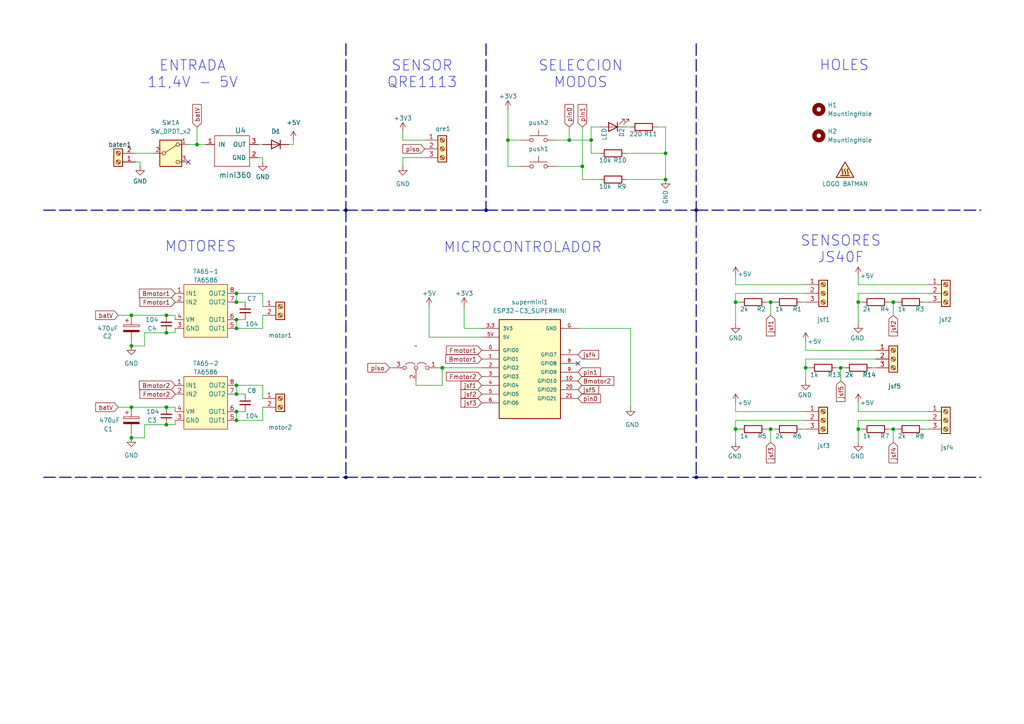
<source format=kicad_sch>
(kicad_sch
	(version 20250114)
	(generator "eeschema")
	(generator_version "9.0")
	(uuid "013ba733-a21a-4203-8ee4-4d0fbc3fefee")
	(paper "A4")
	(lib_symbols
		(symbol "Connector:Screw_Terminal_01x02"
			(pin_names
				(offset 1.016)
				(hide yes)
			)
			(exclude_from_sim no)
			(in_bom yes)
			(on_board yes)
			(property "Reference" "J"
				(at 0 2.54 0)
				(effects
					(font
						(size 1.27 1.27)
					)
				)
			)
			(property "Value" "Screw_Terminal_01x02"
				(at 0 -5.08 0)
				(effects
					(font
						(size 1.27 1.27)
					)
				)
			)
			(property "Footprint" ""
				(at 0 0 0)
				(effects
					(font
						(size 1.27 1.27)
					)
					(hide yes)
				)
			)
			(property "Datasheet" "~"
				(at 0 0 0)
				(effects
					(font
						(size 1.27 1.27)
					)
					(hide yes)
				)
			)
			(property "Description" "Generic screw terminal, single row, 01x02, script generated (kicad-library-utils/schlib/autogen/connector/)"
				(at 0 0 0)
				(effects
					(font
						(size 1.27 1.27)
					)
					(hide yes)
				)
			)
			(property "ki_keywords" "screw terminal"
				(at 0 0 0)
				(effects
					(font
						(size 1.27 1.27)
					)
					(hide yes)
				)
			)
			(property "ki_fp_filters" "TerminalBlock*:*"
				(at 0 0 0)
				(effects
					(font
						(size 1.27 1.27)
					)
					(hide yes)
				)
			)
			(symbol "Screw_Terminal_01x02_1_1"
				(rectangle
					(start -1.27 1.27)
					(end 1.27 -3.81)
					(stroke
						(width 0.254)
						(type default)
					)
					(fill
						(type background)
					)
				)
				(polyline
					(pts
						(xy -0.5334 0.3302) (xy 0.3302 -0.508)
					)
					(stroke
						(width 0.1524)
						(type default)
					)
					(fill
						(type none)
					)
				)
				(polyline
					(pts
						(xy -0.5334 -2.2098) (xy 0.3302 -3.048)
					)
					(stroke
						(width 0.1524)
						(type default)
					)
					(fill
						(type none)
					)
				)
				(polyline
					(pts
						(xy -0.3556 0.508) (xy 0.508 -0.3302)
					)
					(stroke
						(width 0.1524)
						(type default)
					)
					(fill
						(type none)
					)
				)
				(polyline
					(pts
						(xy -0.3556 -2.032) (xy 0.508 -2.8702)
					)
					(stroke
						(width 0.1524)
						(type default)
					)
					(fill
						(type none)
					)
				)
				(circle
					(center 0 0)
					(radius 0.635)
					(stroke
						(width 0.1524)
						(type default)
					)
					(fill
						(type none)
					)
				)
				(circle
					(center 0 -2.54)
					(radius 0.635)
					(stroke
						(width 0.1524)
						(type default)
					)
					(fill
						(type none)
					)
				)
				(pin passive line
					(at -5.08 0 0)
					(length 3.81)
					(name "Pin_1"
						(effects
							(font
								(size 1.27 1.27)
							)
						)
					)
					(number "1"
						(effects
							(font
								(size 1.27 1.27)
							)
						)
					)
				)
				(pin passive line
					(at -5.08 -2.54 0)
					(length 3.81)
					(name "Pin_2"
						(effects
							(font
								(size 1.27 1.27)
							)
						)
					)
					(number "2"
						(effects
							(font
								(size 1.27 1.27)
							)
						)
					)
				)
			)
			(embedded_fonts no)
		)
		(symbol "Connector:Screw_Terminal_01x03"
			(pin_names
				(offset 1.016)
				(hide yes)
			)
			(exclude_from_sim no)
			(in_bom yes)
			(on_board yes)
			(property "Reference" "J"
				(at 0 5.08 0)
				(effects
					(font
						(size 1.27 1.27)
					)
				)
			)
			(property "Value" "Screw_Terminal_01x03"
				(at 0 -5.08 0)
				(effects
					(font
						(size 1.27 1.27)
					)
				)
			)
			(property "Footprint" ""
				(at 0 0 0)
				(effects
					(font
						(size 1.27 1.27)
					)
					(hide yes)
				)
			)
			(property "Datasheet" "~"
				(at 0 0 0)
				(effects
					(font
						(size 1.27 1.27)
					)
					(hide yes)
				)
			)
			(property "Description" "Generic screw terminal, single row, 01x03, script generated (kicad-library-utils/schlib/autogen/connector/)"
				(at 0 0 0)
				(effects
					(font
						(size 1.27 1.27)
					)
					(hide yes)
				)
			)
			(property "ki_keywords" "screw terminal"
				(at 0 0 0)
				(effects
					(font
						(size 1.27 1.27)
					)
					(hide yes)
				)
			)
			(property "ki_fp_filters" "TerminalBlock*:*"
				(at 0 0 0)
				(effects
					(font
						(size 1.27 1.27)
					)
					(hide yes)
				)
			)
			(symbol "Screw_Terminal_01x03_1_1"
				(rectangle
					(start -1.27 3.81)
					(end 1.27 -3.81)
					(stroke
						(width 0.254)
						(type default)
					)
					(fill
						(type background)
					)
				)
				(polyline
					(pts
						(xy -0.5334 2.8702) (xy 0.3302 2.032)
					)
					(stroke
						(width 0.1524)
						(type default)
					)
					(fill
						(type none)
					)
				)
				(polyline
					(pts
						(xy -0.5334 0.3302) (xy 0.3302 -0.508)
					)
					(stroke
						(width 0.1524)
						(type default)
					)
					(fill
						(type none)
					)
				)
				(polyline
					(pts
						(xy -0.5334 -2.2098) (xy 0.3302 -3.048)
					)
					(stroke
						(width 0.1524)
						(type default)
					)
					(fill
						(type none)
					)
				)
				(polyline
					(pts
						(xy -0.3556 3.048) (xy 0.508 2.2098)
					)
					(stroke
						(width 0.1524)
						(type default)
					)
					(fill
						(type none)
					)
				)
				(polyline
					(pts
						(xy -0.3556 0.508) (xy 0.508 -0.3302)
					)
					(stroke
						(width 0.1524)
						(type default)
					)
					(fill
						(type none)
					)
				)
				(polyline
					(pts
						(xy -0.3556 -2.032) (xy 0.508 -2.8702)
					)
					(stroke
						(width 0.1524)
						(type default)
					)
					(fill
						(type none)
					)
				)
				(circle
					(center 0 2.54)
					(radius 0.635)
					(stroke
						(width 0.1524)
						(type default)
					)
					(fill
						(type none)
					)
				)
				(circle
					(center 0 0)
					(radius 0.635)
					(stroke
						(width 0.1524)
						(type default)
					)
					(fill
						(type none)
					)
				)
				(circle
					(center 0 -2.54)
					(radius 0.635)
					(stroke
						(width 0.1524)
						(type default)
					)
					(fill
						(type none)
					)
				)
				(pin passive line
					(at -5.08 2.54 0)
					(length 3.81)
					(name "Pin_1"
						(effects
							(font
								(size 1.27 1.27)
							)
						)
					)
					(number "1"
						(effects
							(font
								(size 1.27 1.27)
							)
						)
					)
				)
				(pin passive line
					(at -5.08 0 0)
					(length 3.81)
					(name "Pin_2"
						(effects
							(font
								(size 1.27 1.27)
							)
						)
					)
					(number "2"
						(effects
							(font
								(size 1.27 1.27)
							)
						)
					)
				)
				(pin passive line
					(at -5.08 -2.54 0)
					(length 3.81)
					(name "Pin_3"
						(effects
							(font
								(size 1.27 1.27)
							)
						)
					)
					(number "3"
						(effects
							(font
								(size 1.27 1.27)
							)
						)
					)
				)
			)
			(embedded_fonts no)
		)
		(symbol "Device:C_Polarized"
			(pin_numbers
				(hide yes)
			)
			(pin_names
				(offset 0.254)
			)
			(exclude_from_sim no)
			(in_bom yes)
			(on_board yes)
			(property "Reference" "C"
				(at 0.635 2.54 0)
				(effects
					(font
						(size 1.27 1.27)
					)
					(justify left)
				)
			)
			(property "Value" "C_Polarized"
				(at 0.635 -2.54 0)
				(effects
					(font
						(size 1.27 1.27)
					)
					(justify left)
				)
			)
			(property "Footprint" ""
				(at 0.9652 -3.81 0)
				(effects
					(font
						(size 1.27 1.27)
					)
					(hide yes)
				)
			)
			(property "Datasheet" "~"
				(at 0 0 0)
				(effects
					(font
						(size 1.27 1.27)
					)
					(hide yes)
				)
			)
			(property "Description" "Polarized capacitor"
				(at 0 0 0)
				(effects
					(font
						(size 1.27 1.27)
					)
					(hide yes)
				)
			)
			(property "ki_keywords" "cap capacitor"
				(at 0 0 0)
				(effects
					(font
						(size 1.27 1.27)
					)
					(hide yes)
				)
			)
			(property "ki_fp_filters" "CP_*"
				(at 0 0 0)
				(effects
					(font
						(size 1.27 1.27)
					)
					(hide yes)
				)
			)
			(symbol "C_Polarized_0_1"
				(rectangle
					(start -2.286 0.508)
					(end 2.286 1.016)
					(stroke
						(width 0)
						(type default)
					)
					(fill
						(type none)
					)
				)
				(polyline
					(pts
						(xy -1.778 2.286) (xy -0.762 2.286)
					)
					(stroke
						(width 0)
						(type default)
					)
					(fill
						(type none)
					)
				)
				(polyline
					(pts
						(xy -1.27 2.794) (xy -1.27 1.778)
					)
					(stroke
						(width 0)
						(type default)
					)
					(fill
						(type none)
					)
				)
				(rectangle
					(start 2.286 -0.508)
					(end -2.286 -1.016)
					(stroke
						(width 0)
						(type default)
					)
					(fill
						(type outline)
					)
				)
			)
			(symbol "C_Polarized_1_1"
				(pin passive line
					(at 0 3.81 270)
					(length 2.794)
					(name "~"
						(effects
							(font
								(size 1.27 1.27)
							)
						)
					)
					(number "1"
						(effects
							(font
								(size 1.27 1.27)
							)
						)
					)
				)
				(pin passive line
					(at 0 -3.81 90)
					(length 2.794)
					(name "~"
						(effects
							(font
								(size 1.27 1.27)
							)
						)
					)
					(number "2"
						(effects
							(font
								(size 1.27 1.27)
							)
						)
					)
				)
			)
			(embedded_fonts no)
		)
		(symbol "Device:C_Small"
			(pin_numbers
				(hide yes)
			)
			(pin_names
				(offset 0.254)
				(hide yes)
			)
			(exclude_from_sim no)
			(in_bom yes)
			(on_board yes)
			(property "Reference" "C"
				(at 0.254 1.778 0)
				(effects
					(font
						(size 1.27 1.27)
					)
					(justify left)
				)
			)
			(property "Value" "C_Small"
				(at 0.254 -2.032 0)
				(effects
					(font
						(size 1.27 1.27)
					)
					(justify left)
				)
			)
			(property "Footprint" ""
				(at 0 0 0)
				(effects
					(font
						(size 1.27 1.27)
					)
					(hide yes)
				)
			)
			(property "Datasheet" "~"
				(at 0 0 0)
				(effects
					(font
						(size 1.27 1.27)
					)
					(hide yes)
				)
			)
			(property "Description" "Unpolarized capacitor, small symbol"
				(at 0 0 0)
				(effects
					(font
						(size 1.27 1.27)
					)
					(hide yes)
				)
			)
			(property "ki_keywords" "capacitor cap"
				(at 0 0 0)
				(effects
					(font
						(size 1.27 1.27)
					)
					(hide yes)
				)
			)
			(property "ki_fp_filters" "C_*"
				(at 0 0 0)
				(effects
					(font
						(size 1.27 1.27)
					)
					(hide yes)
				)
			)
			(symbol "C_Small_0_1"
				(polyline
					(pts
						(xy -1.524 0.508) (xy 1.524 0.508)
					)
					(stroke
						(width 0.3048)
						(type default)
					)
					(fill
						(type none)
					)
				)
				(polyline
					(pts
						(xy -1.524 -0.508) (xy 1.524 -0.508)
					)
					(stroke
						(width 0.3302)
						(type default)
					)
					(fill
						(type none)
					)
				)
			)
			(symbol "C_Small_1_1"
				(pin passive line
					(at 0 2.54 270)
					(length 2.032)
					(name "~"
						(effects
							(font
								(size 1.27 1.27)
							)
						)
					)
					(number "1"
						(effects
							(font
								(size 1.27 1.27)
							)
						)
					)
				)
				(pin passive line
					(at 0 -2.54 90)
					(length 2.032)
					(name "~"
						(effects
							(font
								(size 1.27 1.27)
							)
						)
					)
					(number "2"
						(effects
							(font
								(size 1.27 1.27)
							)
						)
					)
				)
			)
			(embedded_fonts no)
		)
		(symbol "Device:D"
			(pin_numbers
				(hide yes)
			)
			(pin_names
				(offset 1.016)
				(hide yes)
			)
			(exclude_from_sim no)
			(in_bom yes)
			(on_board yes)
			(property "Reference" "D"
				(at 0 2.54 0)
				(effects
					(font
						(size 1.27 1.27)
					)
				)
			)
			(property "Value" "D"
				(at 0 -2.54 0)
				(effects
					(font
						(size 1.27 1.27)
					)
				)
			)
			(property "Footprint" ""
				(at 0 0 0)
				(effects
					(font
						(size 1.27 1.27)
					)
					(hide yes)
				)
			)
			(property "Datasheet" "~"
				(at 0 0 0)
				(effects
					(font
						(size 1.27 1.27)
					)
					(hide yes)
				)
			)
			(property "Description" "Diode"
				(at 0 0 0)
				(effects
					(font
						(size 1.27 1.27)
					)
					(hide yes)
				)
			)
			(property "Sim.Device" "D"
				(at 0 0 0)
				(effects
					(font
						(size 1.27 1.27)
					)
					(hide yes)
				)
			)
			(property "Sim.Pins" "1=K 2=A"
				(at 0 0 0)
				(effects
					(font
						(size 1.27 1.27)
					)
					(hide yes)
				)
			)
			(property "ki_keywords" "diode"
				(at 0 0 0)
				(effects
					(font
						(size 1.27 1.27)
					)
					(hide yes)
				)
			)
			(property "ki_fp_filters" "TO-???* *_Diode_* *SingleDiode* D_*"
				(at 0 0 0)
				(effects
					(font
						(size 1.27 1.27)
					)
					(hide yes)
				)
			)
			(symbol "D_0_1"
				(polyline
					(pts
						(xy -1.27 1.27) (xy -1.27 -1.27)
					)
					(stroke
						(width 0.254)
						(type default)
					)
					(fill
						(type none)
					)
				)
				(polyline
					(pts
						(xy 1.27 1.27) (xy 1.27 -1.27) (xy -1.27 0) (xy 1.27 1.27)
					)
					(stroke
						(width 0.254)
						(type default)
					)
					(fill
						(type none)
					)
				)
				(polyline
					(pts
						(xy 1.27 0) (xy -1.27 0)
					)
					(stroke
						(width 0)
						(type default)
					)
					(fill
						(type none)
					)
				)
			)
			(symbol "D_1_1"
				(pin passive line
					(at -3.81 0 0)
					(length 2.54)
					(name "K"
						(effects
							(font
								(size 1.27 1.27)
							)
						)
					)
					(number "1"
						(effects
							(font
								(size 1.27 1.27)
							)
						)
					)
				)
				(pin passive line
					(at 3.81 0 180)
					(length 2.54)
					(name "A"
						(effects
							(font
								(size 1.27 1.27)
							)
						)
					)
					(number "2"
						(effects
							(font
								(size 1.27 1.27)
							)
						)
					)
				)
			)
			(embedded_fonts no)
		)
		(symbol "Device:LED"
			(pin_numbers
				(hide yes)
			)
			(pin_names
				(offset 1.016)
				(hide yes)
			)
			(exclude_from_sim no)
			(in_bom yes)
			(on_board yes)
			(property "Reference" "D"
				(at 0 2.54 0)
				(effects
					(font
						(size 1.27 1.27)
					)
				)
			)
			(property "Value" "LED"
				(at 0 -2.54 0)
				(effects
					(font
						(size 1.27 1.27)
					)
				)
			)
			(property "Footprint" ""
				(at 0 0 0)
				(effects
					(font
						(size 1.27 1.27)
					)
					(hide yes)
				)
			)
			(property "Datasheet" "~"
				(at 0 0 0)
				(effects
					(font
						(size 1.27 1.27)
					)
					(hide yes)
				)
			)
			(property "Description" "Light emitting diode"
				(at 0 0 0)
				(effects
					(font
						(size 1.27 1.27)
					)
					(hide yes)
				)
			)
			(property "Sim.Pins" "1=K 2=A"
				(at 0 0 0)
				(effects
					(font
						(size 1.27 1.27)
					)
					(hide yes)
				)
			)
			(property "ki_keywords" "LED diode"
				(at 0 0 0)
				(effects
					(font
						(size 1.27 1.27)
					)
					(hide yes)
				)
			)
			(property "ki_fp_filters" "LED* LED_SMD:* LED_THT:*"
				(at 0 0 0)
				(effects
					(font
						(size 1.27 1.27)
					)
					(hide yes)
				)
			)
			(symbol "LED_0_1"
				(polyline
					(pts
						(xy -3.048 -0.762) (xy -4.572 -2.286) (xy -3.81 -2.286) (xy -4.572 -2.286) (xy -4.572 -1.524)
					)
					(stroke
						(width 0)
						(type default)
					)
					(fill
						(type none)
					)
				)
				(polyline
					(pts
						(xy -1.778 -0.762) (xy -3.302 -2.286) (xy -2.54 -2.286) (xy -3.302 -2.286) (xy -3.302 -1.524)
					)
					(stroke
						(width 0)
						(type default)
					)
					(fill
						(type none)
					)
				)
				(polyline
					(pts
						(xy -1.27 0) (xy 1.27 0)
					)
					(stroke
						(width 0)
						(type default)
					)
					(fill
						(type none)
					)
				)
				(polyline
					(pts
						(xy -1.27 -1.27) (xy -1.27 1.27)
					)
					(stroke
						(width 0.254)
						(type default)
					)
					(fill
						(type none)
					)
				)
				(polyline
					(pts
						(xy 1.27 -1.27) (xy 1.27 1.27) (xy -1.27 0) (xy 1.27 -1.27)
					)
					(stroke
						(width 0.254)
						(type default)
					)
					(fill
						(type none)
					)
				)
			)
			(symbol "LED_1_1"
				(pin passive line
					(at -3.81 0 0)
					(length 2.54)
					(name "K"
						(effects
							(font
								(size 1.27 1.27)
							)
						)
					)
					(number "1"
						(effects
							(font
								(size 1.27 1.27)
							)
						)
					)
				)
				(pin passive line
					(at 3.81 0 180)
					(length 2.54)
					(name "A"
						(effects
							(font
								(size 1.27 1.27)
							)
						)
					)
					(number "2"
						(effects
							(font
								(size 1.27 1.27)
							)
						)
					)
				)
			)
			(embedded_fonts no)
		)
		(symbol "Device:R"
			(pin_numbers
				(hide yes)
			)
			(pin_names
				(offset 0)
			)
			(exclude_from_sim no)
			(in_bom yes)
			(on_board yes)
			(property "Reference" "R"
				(at 2.032 0 90)
				(effects
					(font
						(size 1.27 1.27)
					)
				)
			)
			(property "Value" "R"
				(at 0 0 90)
				(effects
					(font
						(size 1.27 1.27)
					)
				)
			)
			(property "Footprint" ""
				(at -1.778 0 90)
				(effects
					(font
						(size 1.27 1.27)
					)
					(hide yes)
				)
			)
			(property "Datasheet" "~"
				(at 0 0 0)
				(effects
					(font
						(size 1.27 1.27)
					)
					(hide yes)
				)
			)
			(property "Description" "Resistor"
				(at 0 0 0)
				(effects
					(font
						(size 1.27 1.27)
					)
					(hide yes)
				)
			)
			(property "ki_keywords" "R res resistor"
				(at 0 0 0)
				(effects
					(font
						(size 1.27 1.27)
					)
					(hide yes)
				)
			)
			(property "ki_fp_filters" "R_*"
				(at 0 0 0)
				(effects
					(font
						(size 1.27 1.27)
					)
					(hide yes)
				)
			)
			(symbol "R_0_1"
				(rectangle
					(start -1.016 -2.54)
					(end 1.016 2.54)
					(stroke
						(width 0.254)
						(type default)
					)
					(fill
						(type none)
					)
				)
			)
			(symbol "R_1_1"
				(pin passive line
					(at 0 3.81 270)
					(length 1.27)
					(name "~"
						(effects
							(font
								(size 1.27 1.27)
							)
						)
					)
					(number "1"
						(effects
							(font
								(size 1.27 1.27)
							)
						)
					)
				)
				(pin passive line
					(at 0 -3.81 90)
					(length 1.27)
					(name "~"
						(effects
							(font
								(size 1.27 1.27)
							)
						)
					)
					(number "2"
						(effects
							(font
								(size 1.27 1.27)
							)
						)
					)
				)
			)
			(embedded_fonts no)
		)
		(symbol "EESTN5:SW_Push"
			(pin_numbers
				(hide yes)
			)
			(pin_names
				(offset 1.016)
				(hide yes)
			)
			(exclude_from_sim no)
			(in_bom yes)
			(on_board yes)
			(property "Reference" "SW"
				(at 1.27 2.54 0)
				(effects
					(font
						(size 1.27 1.27)
					)
					(justify left)
				)
			)
			(property "Value" "SW_Push"
				(at 0 -1.524 0)
				(effects
					(font
						(size 1.27 1.27)
					)
					(hide yes)
				)
			)
			(property "Footprint" ""
				(at 0 5.08 0)
				(effects
					(font
						(size 1.27 1.27)
					)
				)
			)
			(property "Datasheet" ""
				(at 0 5.08 0)
				(effects
					(font
						(size 1.27 1.27)
					)
				)
			)
			(property "Description" "Push button switch, generic, two pins"
				(at 0 0 0)
				(effects
					(font
						(size 1.27 1.27)
					)
					(hide yes)
				)
			)
			(property "ki_keywords" "switch normally-open pushbutton push-button"
				(at 0 0 0)
				(effects
					(font
						(size 1.27 1.27)
					)
					(hide yes)
				)
			)
			(property "ki_fp_filters" "PUL* SW* SPST*"
				(at 0 0 0)
				(effects
					(font
						(size 1.27 1.27)
					)
					(hide yes)
				)
			)
			(symbol "SW_Push_0_1"
				(circle
					(center -2.032 0)
					(radius 0.508)
					(stroke
						(width 0)
						(type solid)
					)
					(fill
						(type none)
					)
				)
				(polyline
					(pts
						(xy 0 1.27) (xy 0 3.048)
					)
					(stroke
						(width 0)
						(type solid)
					)
					(fill
						(type none)
					)
				)
				(circle
					(center 2.032 0)
					(radius 0.508)
					(stroke
						(width 0)
						(type solid)
					)
					(fill
						(type none)
					)
				)
				(polyline
					(pts
						(xy 2.54 1.27) (xy -2.54 1.27)
					)
					(stroke
						(width 0)
						(type solid)
					)
					(fill
						(type none)
					)
				)
				(pin passive line
					(at -5.08 0 0)
					(length 2.54)
					(name "1"
						(effects
							(font
								(size 1.27 1.27)
							)
						)
					)
					(number "1"
						(effects
							(font
								(size 1.27 1.27)
							)
						)
					)
				)
				(pin passive line
					(at 5.08 0 180)
					(length 2.54)
					(name "2"
						(effects
							(font
								(size 1.27 1.27)
							)
						)
					)
					(number "2"
						(effects
							(font
								(size 1.27 1.27)
							)
						)
					)
				)
			)
			(embedded_fonts no)
		)
		(symbol "Graphic:SYM_Hot_Small"
			(pin_numbers
				(hide yes)
			)
			(pin_names
				(hide yes)
			)
			(exclude_from_sim no)
			(in_bom no)
			(on_board no)
			(property "Reference" "#SYM"
				(at 0 3.556 0)
				(effects
					(font
						(size 1.27 1.27)
					)
					(hide yes)
				)
			)
			(property "Value" "SYM_Hot_Small"
				(at 0 -3.175 0)
				(effects
					(font
						(size 1.27 1.27)
					)
					(hide yes)
				)
			)
			(property "Footprint" ""
				(at 0 -4.445 0)
				(effects
					(font
						(size 1.27 1.27)
					)
					(hide yes)
				)
			)
			(property "Datasheet" "~"
				(at 0.762 -5.08 0)
				(effects
					(font
						(size 1.27 1.27)
					)
					(hide yes)
				)
			)
			(property "Description" "Hot surface warning symbol, small"
				(at 0 0 0)
				(effects
					(font
						(size 1.27 1.27)
					)
					(hide yes)
				)
			)
			(property "Sim.Enable" "0"
				(at 0 0 0)
				(effects
					(font
						(size 1.27 1.27)
					)
					(hide yes)
				)
			)
			(property "ki_keywords" "symbol logo hot surface warning heat"
				(at 0 0 0)
				(effects
					(font
						(size 1.27 1.27)
					)
					(hide yes)
				)
			)
			(symbol "SYM_Hot_Small_0_1"
				(polyline
					(pts
						(xy -2.54 -1.905) (xy 2.54 -1.905) (xy 0 2.54) (xy -2.54 -1.905)
					)
					(stroke
						(width 0.254)
						(type default)
					)
					(fill
						(type background)
					)
				)
				(arc
					(start -0.762 -0.254)
					(mid -0.635 -0.635)
					(end -0.762 -1.016)
					(stroke
						(width 0.254)
						(type default)
					)
					(fill
						(type none)
					)
				)
				(arc
					(start 0 -0.254)
					(mid 0.127 -0.635)
					(end 0 -1.016)
					(stroke
						(width 0.254)
						(type default)
					)
					(fill
						(type none)
					)
				)
				(arc
					(start -0.762 -0.254)
					(mid -0.889 0.127)
					(end -0.762 0.508)
					(stroke
						(width 0.254)
						(type default)
					)
					(fill
						(type none)
					)
				)
				(arc
					(start 0.762 -0.254)
					(mid 0.889 -0.635)
					(end 0.762 -1.016)
					(stroke
						(width 0.254)
						(type default)
					)
					(fill
						(type none)
					)
				)
				(arc
					(start 0 -0.254)
					(mid -0.127 0.127)
					(end 0 0.508)
					(stroke
						(width 0.254)
						(type default)
					)
					(fill
						(type none)
					)
				)
				(arc
					(start 0.762 -0.254)
					(mid 0.635 0.127)
					(end 0.762 0.508)
					(stroke
						(width 0.254)
						(type default)
					)
					(fill
						(type none)
					)
				)
				(polyline
					(pts
						(xy 1.27 -1.397) (xy -1.27 -1.397)
					)
					(stroke
						(width 0.254)
						(type default)
					)
					(fill
						(type none)
					)
				)
			)
			(embedded_fonts no)
		)
		(symbol "Jumper:Jumper_3_Open"
			(pin_names
				(offset 0)
				(hide yes)
			)
			(exclude_from_sim yes)
			(in_bom no)
			(on_board yes)
			(property "Reference" "JP"
				(at -2.54 -2.54 0)
				(effects
					(font
						(size 1.27 1.27)
					)
				)
			)
			(property "Value" "Jumper_3_Open"
				(at 0 2.794 0)
				(effects
					(font
						(size 1.27 1.27)
					)
				)
			)
			(property "Footprint" ""
				(at 0 0 0)
				(effects
					(font
						(size 1.27 1.27)
					)
					(hide yes)
				)
			)
			(property "Datasheet" "~"
				(at 0 0 0)
				(effects
					(font
						(size 1.27 1.27)
					)
					(hide yes)
				)
			)
			(property "Description" "Jumper, 3-pole, both open"
				(at 0 0 0)
				(effects
					(font
						(size 1.27 1.27)
					)
					(hide yes)
				)
			)
			(property "ki_keywords" "Jumper SPDT"
				(at 0 0 0)
				(effects
					(font
						(size 1.27 1.27)
					)
					(hide yes)
				)
			)
			(property "ki_fp_filters" "Jumper* TestPoint*3Pads* TestPoint*Bridge*"
				(at 0 0 0)
				(effects
					(font
						(size 1.27 1.27)
					)
					(hide yes)
				)
			)
			(symbol "Jumper_3_Open_0_0"
				(circle
					(center -3.302 0)
					(radius 0.508)
					(stroke
						(width 0)
						(type default)
					)
					(fill
						(type none)
					)
				)
				(circle
					(center 0 0)
					(radius 0.508)
					(stroke
						(width 0)
						(type default)
					)
					(fill
						(type none)
					)
				)
				(circle
					(center 3.302 0)
					(radius 0.508)
					(stroke
						(width 0)
						(type default)
					)
					(fill
						(type none)
					)
				)
			)
			(symbol "Jumper_3_Open_0_1"
				(arc
					(start -3.048 1.016)
					(mid -1.651 1.4992)
					(end -0.254 1.016)
					(stroke
						(width 0)
						(type default)
					)
					(fill
						(type none)
					)
				)
				(polyline
					(pts
						(xy 0 -0.508) (xy 0 -1.27)
					)
					(stroke
						(width 0)
						(type default)
					)
					(fill
						(type none)
					)
				)
				(arc
					(start 0.254 1.016)
					(mid 1.651 1.4992)
					(end 3.048 1.016)
					(stroke
						(width 0)
						(type default)
					)
					(fill
						(type none)
					)
				)
			)
			(symbol "Jumper_3_Open_1_1"
				(pin passive line
					(at -6.35 0 0)
					(length 2.54)
					(name "A"
						(effects
							(font
								(size 1.27 1.27)
							)
						)
					)
					(number "1"
						(effects
							(font
								(size 1.27 1.27)
							)
						)
					)
				)
				(pin passive line
					(at 0 -3.81 90)
					(length 2.54)
					(name "C"
						(effects
							(font
								(size 1.27 1.27)
							)
						)
					)
					(number "2"
						(effects
							(font
								(size 1.27 1.27)
							)
						)
					)
				)
				(pin passive line
					(at 6.35 0 180)
					(length 2.54)
					(name "B"
						(effects
							(font
								(size 1.27 1.27)
							)
						)
					)
					(number "3"
						(effects
							(font
								(size 1.27 1.27)
							)
						)
					)
				)
			)
			(embedded_fonts no)
		)
		(symbol "Mechanical:MountingHole"
			(pin_names
				(offset 1.016)
			)
			(exclude_from_sim no)
			(in_bom no)
			(on_board yes)
			(property "Reference" "H"
				(at 0 5.08 0)
				(effects
					(font
						(size 1.27 1.27)
					)
				)
			)
			(property "Value" "MountingHole"
				(at 0 3.175 0)
				(effects
					(font
						(size 1.27 1.27)
					)
				)
			)
			(property "Footprint" ""
				(at 0 0 0)
				(effects
					(font
						(size 1.27 1.27)
					)
					(hide yes)
				)
			)
			(property "Datasheet" "~"
				(at 0 0 0)
				(effects
					(font
						(size 1.27 1.27)
					)
					(hide yes)
				)
			)
			(property "Description" "Mounting Hole without connection"
				(at 0 0 0)
				(effects
					(font
						(size 1.27 1.27)
					)
					(hide yes)
				)
			)
			(property "ki_keywords" "mounting hole"
				(at 0 0 0)
				(effects
					(font
						(size 1.27 1.27)
					)
					(hide yes)
				)
			)
			(property "ki_fp_filters" "MountingHole*"
				(at 0 0 0)
				(effects
					(font
						(size 1.27 1.27)
					)
					(hide yes)
				)
			)
			(symbol "MountingHole_0_1"
				(circle
					(center 0 0)
					(radius 1.27)
					(stroke
						(width 1.27)
						(type default)
					)
					(fill
						(type none)
					)
				)
			)
			(embedded_fonts no)
		)
		(symbol "MixLib:ESP32-C3_SUPERMINI"
			(pin_names
				(offset 1.016)
			)
			(exclude_from_sim no)
			(in_bom yes)
			(on_board yes)
			(property "Reference" "U"
				(at -12.7 15.494 0)
				(effects
					(font
						(size 1.27 1.27)
					)
					(justify left bottom)
				)
			)
			(property "Value" "ESP32-C3_SUPERMINI"
				(at -12.7 -20.32 0)
				(effects
					(font
						(size 1.27 1.27)
					)
					(justify left bottom)
				)
			)
			(property "Footprint" "MixLib:MODULE_ESP32-C3_SUPERMINI"
				(at -1.524 24.384 0)
				(effects
					(font
						(size 1.27 1.27)
					)
					(justify bottom)
					(hide yes)
				)
			)
			(property "Datasheet" ""
				(at 0 0 0)
				(effects
					(font
						(size 1.27 1.27)
					)
					(hide yes)
				)
			)
			(property "Description" ""
				(at 0 0 0)
				(effects
					(font
						(size 1.27 1.27)
					)
					(hide yes)
				)
			)
			(property "MF" "Espressif Systems"
				(at -7.112 22.606 0)
				(effects
					(font
						(size 1.27 1.27)
					)
					(justify bottom)
					(hide yes)
				)
			)
			(property "MAXIMUM_PACKAGE_HEIGHT" "4.2mm"
				(at -1.27 24.13 0)
				(effects
					(font
						(size 1.27 1.27)
					)
					(justify bottom)
					(hide yes)
				)
			)
			(property "Package" "Package"
				(at -1.524 24.384 0)
				(effects
					(font
						(size 1.27 1.27)
					)
					(justify bottom)
					(hide yes)
				)
			)
			(property "Price" "None"
				(at -1.27 23.622 0)
				(effects
					(font
						(size 1.27 1.27)
					)
					(justify bottom)
					(hide yes)
				)
			)
			(property "Check_prices" "https://www.snapeda.com/parts/ESP32-C3%20SuperMini/Espressif+Systems/view-part/?ref=eda"
				(at 0.254 24.892 0)
				(effects
					(font
						(size 1.27 1.27)
					)
					(justify bottom)
					(hide yes)
				)
			)
			(property "STANDARD" "Manufacturer Recommendations"
				(at -7.62 23.368 0)
				(effects
					(font
						(size 1.27 1.27)
					)
					(justify bottom)
					(hide yes)
				)
			)
			(property "PARTREV" ""
				(at 0 0 0)
				(effects
					(font
						(size 1.27 1.27)
					)
					(justify bottom)
					(hide yes)
				)
			)
			(property "SnapEDA_Link" "https://www.snapeda.com/parts/ESP32-C3%20SuperMini/Espressif+Systems/view-part/?ref=snap"
				(at 0.254 24.892 0)
				(effects
					(font
						(size 1.27 1.27)
					)
					(justify bottom)
					(hide yes)
				)
			)
			(property "MP" "ESP32-C3 SuperMini"
				(at -1.27 15.748 0)
				(effects
					(font
						(size 1.27 1.27)
					)
					(justify bottom)
					(hide yes)
				)
			)
			(property "Description_1" "\nSuper tiny ESP32-C3 board\n"
				(at -0.762 24.13 0)
				(effects
					(font
						(size 1.27 1.27)
					)
					(justify bottom)
					(hide yes)
				)
			)
			(property "Availability" "Not in stock"
				(at 1.016 23.622 0)
				(effects
					(font
						(size 1.27 1.27)
					)
					(justify bottom)
					(hide yes)
				)
			)
			(property "MANUFACTURER" "Espressif"
				(at -1.524 24.384 0)
				(effects
					(font
						(size 1.27 1.27)
					)
					(justify bottom)
					(hide yes)
				)
			)
			(symbol "ESP32-C3_SUPERMINI_0_0"
				(rectangle
					(start -12.7 15.24)
					(end 5.08 -13.462)
					(stroke
						(width 0.254)
						(type default)
					)
					(fill
						(type background)
					)
				)
				(pin power_in line
					(at -17.78 12.7 0)
					(length 5.08)
					(name "3V3"
						(effects
							(font
								(size 1.016 1.016)
							)
						)
					)
					(number "3.3"
						(effects
							(font
								(size 1.016 1.016)
							)
						)
					)
				)
				(pin power_in line
					(at -17.78 10.16 0)
					(length 5.08)
					(name "5V"
						(effects
							(font
								(size 1.016 1.016)
							)
						)
					)
					(number "5V"
						(effects
							(font
								(size 1.016 1.016)
							)
						)
					)
				)
				(pin bidirectional line
					(at -17.78 6.35 0)
					(length 5.08)
					(name "GPIO0"
						(effects
							(font
								(size 1.016 1.016)
							)
						)
					)
					(number "0"
						(effects
							(font
								(size 1.016 1.016)
							)
						)
					)
				)
				(pin bidirectional line
					(at -17.78 3.81 0)
					(length 5.08)
					(name "GPIO1"
						(effects
							(font
								(size 1.016 1.016)
							)
						)
					)
					(number "1"
						(effects
							(font
								(size 1.016 1.016)
							)
						)
					)
				)
				(pin bidirectional line
					(at -17.78 1.27 0)
					(length 5.08)
					(name "GPIO2"
						(effects
							(font
								(size 1.016 1.016)
							)
						)
					)
					(number "2"
						(effects
							(font
								(size 1.016 1.016)
							)
						)
					)
				)
				(pin bidirectional line
					(at -17.78 -1.27 0)
					(length 5.08)
					(name "GPIO3"
						(effects
							(font
								(size 1.016 1.016)
							)
						)
					)
					(number "3"
						(effects
							(font
								(size 1.016 1.016)
							)
						)
					)
				)
				(pin bidirectional line
					(at -17.78 -3.81 0)
					(length 5.08)
					(name "GPIO4"
						(effects
							(font
								(size 1.016 1.016)
							)
						)
					)
					(number "4"
						(effects
							(font
								(size 1.016 1.016)
							)
						)
					)
				)
				(pin bidirectional line
					(at -17.78 -6.35 0)
					(length 5.08)
					(name "GPIO5"
						(effects
							(font
								(size 1.016 1.016)
							)
						)
					)
					(number "5"
						(effects
							(font
								(size 1.016 1.016)
							)
						)
					)
				)
				(pin bidirectional line
					(at -17.78 -8.89 0)
					(length 5.08)
					(name "GPIO6"
						(effects
							(font
								(size 1.016 1.016)
							)
						)
					)
					(number "6"
						(effects
							(font
								(size 1.016 1.016)
							)
						)
					)
				)
				(pin power_in line
					(at 10.16 12.7 180)
					(length 5.08)
					(name "GND"
						(effects
							(font
								(size 1.016 1.016)
							)
						)
					)
					(number "G"
						(effects
							(font
								(size 1.016 1.016)
							)
						)
					)
				)
				(pin bidirectional line
					(at 10.16 5.08 180)
					(length 5.08)
					(name "GPIO7"
						(effects
							(font
								(size 1.016 1.016)
							)
						)
					)
					(number "7"
						(effects
							(font
								(size 1.016 1.016)
							)
						)
					)
				)
				(pin bidirectional line
					(at 10.16 2.54 180)
					(length 5.08)
					(name "GPIO8"
						(effects
							(font
								(size 1.016 1.016)
							)
						)
					)
					(number "8"
						(effects
							(font
								(size 1.016 1.016)
							)
						)
					)
				)
				(pin bidirectional line
					(at 10.16 0 180)
					(length 5.08)
					(name "GPIO9"
						(effects
							(font
								(size 1.016 1.016)
							)
						)
					)
					(number "9"
						(effects
							(font
								(size 1.016 1.016)
							)
						)
					)
				)
				(pin bidirectional line
					(at 10.16 -2.54 180)
					(length 5.08)
					(name "GPIO10"
						(effects
							(font
								(size 1.016 1.016)
							)
						)
					)
					(number "10"
						(effects
							(font
								(size 1.016 1.016)
							)
						)
					)
				)
				(pin bidirectional line
					(at 10.16 -5.08 180)
					(length 5.08)
					(name "GPIO20"
						(effects
							(font
								(size 1.016 1.016)
							)
						)
					)
					(number "20"
						(effects
							(font
								(size 1.016 1.016)
							)
						)
					)
				)
				(pin bidirectional line
					(at 10.16 -7.62 180)
					(length 5.08)
					(name "GPIO21"
						(effects
							(font
								(size 1.016 1.016)
							)
						)
					)
					(number "21"
						(effects
							(font
								(size 1.016 1.016)
							)
						)
					)
				)
			)
			(embedded_fonts no)
		)
		(symbol "MixLib:Mini360"
			(pin_names
				(offset 1.016)
			)
			(exclude_from_sim no)
			(in_bom yes)
			(on_board yes)
			(property "Reference" "U"
				(at -5.588 5.08 0)
				(effects
					(font
						(size 1.524 1.524)
					)
				)
			)
			(property "Value" ""
				(at -4.318 7.366 0)
				(effects
					(font
						(size 1.524 1.524)
					)
				)
			)
			(property "Footprint" ""
				(at 0 0 0)
				(effects
					(font
						(size 1.524 1.524)
					)
					(hide yes)
				)
			)
			(property "Datasheet" ""
				(at 0 0 0)
				(effects
					(font
						(size 1.524 1.524)
					)
					(hide yes)
				)
			)
			(property "Description" ""
				(at 0 0 0)
				(effects
					(font
						(size 1.27 1.27)
					)
					(hide yes)
				)
			)
			(symbol "Mini360_1_1"
				(rectangle
					(start -10.16 6.35)
					(end 0 -2.54)
					(stroke
						(width 0)
						(type solid)
					)
					(fill
						(type none)
					)
				)
				(pin power_in line
					(at -12.7 3.81 0)
					(length 2.54)
					(name "IN"
						(effects
							(font
								(size 1.27 1.27)
							)
						)
					)
					(number "1"
						(effects
							(font
								(size 1.27 1.27)
							)
						)
					)
				)
				(pin power_out line
					(at 2.54 3.81 180)
					(length 2.54)
					(name "OUT"
						(effects
							(font
								(size 1.27 1.27)
							)
						)
					)
					(number "3"
						(effects
							(font
								(size 1.27 1.27)
							)
						)
					)
				)
				(pin power_out line
					(at 2.54 0 180)
					(length 2.54)
					(name "GND"
						(effects
							(font
								(size 1.27 1.27)
							)
						)
					)
					(number "2"
						(effects
							(font
								(size 1.27 1.27)
							)
						)
					)
				)
			)
			(embedded_fonts no)
		)
		(symbol "MixLib:TA6586"
			(exclude_from_sim no)
			(in_bom yes)
			(on_board yes)
			(property "Reference" "U"
				(at -1.016 0.254 0)
				(effects
					(font
						(size 1.27 1.27)
					)
				)
			)
			(property "Value" ""
				(at 0 0 0)
				(effects
					(font
						(size 1.27 1.27)
					)
				)
			)
			(property "Footprint" "Package_DIP:DIP-8_W7.62mm"
				(at -0.762 9.652 0)
				(effects
					(font
						(size 1.27 1.27)
					)
					(hide yes)
				)
			)
			(property "Datasheet" ""
				(at 0 0 0)
				(effects
					(font
						(size 1.27 1.27)
					)
					(hide yes)
				)
			)
			(property "Description" ""
				(at 0 0 0)
				(effects
					(font
						(size 1.27 1.27)
					)
					(hide yes)
				)
			)
			(symbol "TA6586_1_1"
				(rectangle
					(start -6.35 7.62)
					(end 6.35 -7.62)
					(stroke
						(width 0)
						(type default)
					)
					(fill
						(type background)
					)
				)
				(pin input line
					(at -8.89 5.08 0)
					(length 2.54)
					(name "IN1"
						(effects
							(font
								(size 1.27 1.27)
							)
						)
					)
					(number "1"
						(effects
							(font
								(size 1.27 1.27)
							)
						)
					)
				)
				(pin input line
					(at -8.89 2.54 0)
					(length 2.54)
					(name "IN2"
						(effects
							(font
								(size 1.27 1.27)
							)
						)
					)
					(number "2"
						(effects
							(font
								(size 1.27 1.27)
							)
						)
					)
				)
				(pin power_in line
					(at -8.89 -2.54 0)
					(length 2.54)
					(name "VM"
						(effects
							(font
								(size 1.27 1.27)
							)
						)
					)
					(number "4"
						(effects
							(font
								(size 1.27 1.27)
							)
						)
					)
				)
				(pin power_out line
					(at -8.89 -5.08 0)
					(length 2.54)
					(name "GND"
						(effects
							(font
								(size 1.27 1.27)
							)
						)
					)
					(number "3"
						(effects
							(font
								(size 1.27 1.27)
							)
						)
					)
				)
				(pin power_out line
					(at 8.89 5.08 180)
					(length 2.54)
					(name "OUT2"
						(effects
							(font
								(size 1.27 1.27)
							)
						)
					)
					(number "8"
						(effects
							(font
								(size 1.27 1.27)
							)
						)
					)
				)
				(pin power_out line
					(at 8.89 2.54 180)
					(length 2.54)
					(name "OUT2"
						(effects
							(font
								(size 1.27 1.27)
							)
						)
					)
					(number "7"
						(effects
							(font
								(size 1.27 1.27)
							)
						)
					)
				)
				(pin power_out line
					(at 8.89 -2.54 180)
					(length 2.54)
					(name "OUT1"
						(effects
							(font
								(size 1.27 1.27)
							)
						)
					)
					(number "6"
						(effects
							(font
								(size 1.27 1.27)
							)
						)
					)
				)
				(pin power_out line
					(at 8.89 -5.08 180)
					(length 2.54)
					(name "OUT1"
						(effects
							(font
								(size 1.27 1.27)
							)
						)
					)
					(number "5"
						(effects
							(font
								(size 1.27 1.27)
							)
						)
					)
				)
			)
			(embedded_fonts no)
		)
		(symbol "Switch:SW_DPDT_x2"
			(pin_names
				(offset 0)
				(hide yes)
			)
			(exclude_from_sim no)
			(in_bom yes)
			(on_board yes)
			(property "Reference" "SW"
				(at 0 5.08 0)
				(effects
					(font
						(size 1.27 1.27)
					)
				)
			)
			(property "Value" "SW_DPDT_x2"
				(at 0 -5.08 0)
				(effects
					(font
						(size 1.27 1.27)
					)
				)
			)
			(property "Footprint" ""
				(at 0 0 0)
				(effects
					(font
						(size 1.27 1.27)
					)
					(hide yes)
				)
			)
			(property "Datasheet" "~"
				(at 0 0 0)
				(effects
					(font
						(size 1.27 1.27)
					)
					(hide yes)
				)
			)
			(property "Description" "Switch, dual pole double throw, separate symbols"
				(at 0 0 0)
				(effects
					(font
						(size 1.27 1.27)
					)
					(hide yes)
				)
			)
			(property "ki_keywords" "switch dual-pole double-throw DPDT spdt ON-ON"
				(at 0 0 0)
				(effects
					(font
						(size 1.27 1.27)
					)
					(hide yes)
				)
			)
			(property "ki_fp_filters" "SW*DPDT*"
				(at 0 0 0)
				(effects
					(font
						(size 1.27 1.27)
					)
					(hide yes)
				)
			)
			(symbol "SW_DPDT_x2_0_0"
				(circle
					(center -2.032 0)
					(radius 0.508)
					(stroke
						(width 0)
						(type default)
					)
					(fill
						(type none)
					)
				)
				(circle
					(center 2.032 -2.54)
					(radius 0.508)
					(stroke
						(width 0)
						(type default)
					)
					(fill
						(type none)
					)
				)
			)
			(symbol "SW_DPDT_x2_0_1"
				(rectangle
					(start -3.175 3.81)
					(end 3.175 -3.81)
					(stroke
						(width 0.254)
						(type default)
					)
					(fill
						(type background)
					)
				)
				(polyline
					(pts
						(xy -1.524 0.254) (xy 1.5748 2.286)
					)
					(stroke
						(width 0)
						(type default)
					)
					(fill
						(type none)
					)
				)
				(circle
					(center 2.032 2.54)
					(radius 0.508)
					(stroke
						(width 0)
						(type default)
					)
					(fill
						(type none)
					)
				)
			)
			(symbol "SW_DPDT_x2_1_1"
				(pin passive line
					(at -5.08 0 0)
					(length 2.54)
					(name "B"
						(effects
							(font
								(size 1.27 1.27)
							)
						)
					)
					(number "2"
						(effects
							(font
								(size 1.27 1.27)
							)
						)
					)
				)
				(pin passive line
					(at 5.08 2.54 180)
					(length 2.54)
					(name "A"
						(effects
							(font
								(size 1.27 1.27)
							)
						)
					)
					(number "1"
						(effects
							(font
								(size 1.27 1.27)
							)
						)
					)
				)
				(pin passive line
					(at 5.08 -2.54 180)
					(length 2.54)
					(name "C"
						(effects
							(font
								(size 1.27 1.27)
							)
						)
					)
					(number "3"
						(effects
							(font
								(size 1.27 1.27)
							)
						)
					)
				)
			)
			(symbol "SW_DPDT_x2_2_1"
				(pin passive line
					(at -5.08 0 0)
					(length 2.54)
					(name "B"
						(effects
							(font
								(size 1.27 1.27)
							)
						)
					)
					(number "5"
						(effects
							(font
								(size 1.27 1.27)
							)
						)
					)
				)
				(pin passive line
					(at 5.08 2.54 180)
					(length 2.54)
					(name "A"
						(effects
							(font
								(size 1.27 1.27)
							)
						)
					)
					(number "4"
						(effects
							(font
								(size 1.27 1.27)
							)
						)
					)
				)
				(pin passive line
					(at 5.08 -2.54 180)
					(length 2.54)
					(name "C"
						(effects
							(font
								(size 1.27 1.27)
							)
						)
					)
					(number "6"
						(effects
							(font
								(size 1.27 1.27)
							)
						)
					)
				)
			)
			(embedded_fonts no)
		)
		(symbol "power:+3V3"
			(power)
			(pin_numbers
				(hide yes)
			)
			(pin_names
				(offset 0)
				(hide yes)
			)
			(exclude_from_sim no)
			(in_bom yes)
			(on_board yes)
			(property "Reference" "#PWR"
				(at 0 -3.81 0)
				(effects
					(font
						(size 1.27 1.27)
					)
					(hide yes)
				)
			)
			(property "Value" "+3V3"
				(at 0 3.556 0)
				(effects
					(font
						(size 1.27 1.27)
					)
				)
			)
			(property "Footprint" ""
				(at 0 0 0)
				(effects
					(font
						(size 1.27 1.27)
					)
					(hide yes)
				)
			)
			(property "Datasheet" ""
				(at 0 0 0)
				(effects
					(font
						(size 1.27 1.27)
					)
					(hide yes)
				)
			)
			(property "Description" "Power symbol creates a global label with name \"+3V3\""
				(at 0 0 0)
				(effects
					(font
						(size 1.27 1.27)
					)
					(hide yes)
				)
			)
			(property "ki_keywords" "global power"
				(at 0 0 0)
				(effects
					(font
						(size 1.27 1.27)
					)
					(hide yes)
				)
			)
			(symbol "+3V3_0_1"
				(polyline
					(pts
						(xy -0.762 1.27) (xy 0 2.54)
					)
					(stroke
						(width 0)
						(type default)
					)
					(fill
						(type none)
					)
				)
				(polyline
					(pts
						(xy 0 2.54) (xy 0.762 1.27)
					)
					(stroke
						(width 0)
						(type default)
					)
					(fill
						(type none)
					)
				)
				(polyline
					(pts
						(xy 0 0) (xy 0 2.54)
					)
					(stroke
						(width 0)
						(type default)
					)
					(fill
						(type none)
					)
				)
			)
			(symbol "+3V3_1_1"
				(pin power_in line
					(at 0 0 90)
					(length 0)
					(name "~"
						(effects
							(font
								(size 1.27 1.27)
							)
						)
					)
					(number "1"
						(effects
							(font
								(size 1.27 1.27)
							)
						)
					)
				)
			)
			(embedded_fonts no)
		)
		(symbol "power:+5V"
			(power)
			(pin_numbers
				(hide yes)
			)
			(pin_names
				(offset 0)
				(hide yes)
			)
			(exclude_from_sim no)
			(in_bom yes)
			(on_board yes)
			(property "Reference" "#PWR"
				(at 0 -3.81 0)
				(effects
					(font
						(size 1.27 1.27)
					)
					(hide yes)
				)
			)
			(property "Value" "+5V"
				(at 0 3.556 0)
				(effects
					(font
						(size 1.27 1.27)
					)
				)
			)
			(property "Footprint" ""
				(at 0 0 0)
				(effects
					(font
						(size 1.27 1.27)
					)
					(hide yes)
				)
			)
			(property "Datasheet" ""
				(at 0 0 0)
				(effects
					(font
						(size 1.27 1.27)
					)
					(hide yes)
				)
			)
			(property "Description" "Power symbol creates a global label with name \"+5V\""
				(at 0 0 0)
				(effects
					(font
						(size 1.27 1.27)
					)
					(hide yes)
				)
			)
			(property "ki_keywords" "global power"
				(at 0 0 0)
				(effects
					(font
						(size 1.27 1.27)
					)
					(hide yes)
				)
			)
			(symbol "+5V_0_1"
				(polyline
					(pts
						(xy -0.762 1.27) (xy 0 2.54)
					)
					(stroke
						(width 0)
						(type default)
					)
					(fill
						(type none)
					)
				)
				(polyline
					(pts
						(xy 0 2.54) (xy 0.762 1.27)
					)
					(stroke
						(width 0)
						(type default)
					)
					(fill
						(type none)
					)
				)
				(polyline
					(pts
						(xy 0 0) (xy 0 2.54)
					)
					(stroke
						(width 0)
						(type default)
					)
					(fill
						(type none)
					)
				)
			)
			(symbol "+5V_1_1"
				(pin power_in line
					(at 0 0 90)
					(length 0)
					(name "~"
						(effects
							(font
								(size 1.27 1.27)
							)
						)
					)
					(number "1"
						(effects
							(font
								(size 1.27 1.27)
							)
						)
					)
				)
			)
			(embedded_fonts no)
		)
		(symbol "power:GND"
			(power)
			(pin_numbers
				(hide yes)
			)
			(pin_names
				(offset 0)
				(hide yes)
			)
			(exclude_from_sim no)
			(in_bom yes)
			(on_board yes)
			(property "Reference" "#PWR"
				(at 0 -6.35 0)
				(effects
					(font
						(size 1.27 1.27)
					)
					(hide yes)
				)
			)
			(property "Value" "GND"
				(at 0 -3.81 0)
				(effects
					(font
						(size 1.27 1.27)
					)
				)
			)
			(property "Footprint" ""
				(at 0 0 0)
				(effects
					(font
						(size 1.27 1.27)
					)
					(hide yes)
				)
			)
			(property "Datasheet" ""
				(at 0 0 0)
				(effects
					(font
						(size 1.27 1.27)
					)
					(hide yes)
				)
			)
			(property "Description" "Power symbol creates a global label with name \"GND\" , ground"
				(at 0 0 0)
				(effects
					(font
						(size 1.27 1.27)
					)
					(hide yes)
				)
			)
			(property "ki_keywords" "global power"
				(at 0 0 0)
				(effects
					(font
						(size 1.27 1.27)
					)
					(hide yes)
				)
			)
			(symbol "GND_0_1"
				(polyline
					(pts
						(xy 0 0) (xy 0 -1.27) (xy 1.27 -1.27) (xy 0 -2.54) (xy -1.27 -1.27) (xy 0 -1.27)
					)
					(stroke
						(width 0)
						(type default)
					)
					(fill
						(type none)
					)
				)
			)
			(symbol "GND_1_1"
				(pin power_in line
					(at 0 0 270)
					(length 0)
					(name "~"
						(effects
							(font
								(size 1.27 1.27)
							)
						)
					)
					(number "1"
						(effects
							(font
								(size 1.27 1.27)
							)
						)
					)
				)
			)
			(embedded_fonts no)
		)
	)
	(text "MOTORES"
		(exclude_from_sim no)
		(at 58.166 71.628 0)
		(effects
			(font
				(size 3 3)
			)
		)
		(uuid "1cd70895-4024-4404-9f1a-fc6a131e4ff8")
	)
	(text "ENTRADA\n11,4V - 5V\n"
		(exclude_from_sim no)
		(at 55.88 21.59 0)
		(effects
			(font
				(size 3 3)
			)
		)
		(uuid "6a1a600c-dc93-486a-b035-94f878f9e96f")
	)
	(text "SENSOR\nQRE1113"
		(exclude_from_sim no)
		(at 122.428 21.59 0)
		(effects
			(font
				(size 3 3)
			)
		)
		(uuid "905ca4c2-79cc-41f2-9580-ba4bee9635de")
	)
	(text "SENSORES\nJS40F"
		(exclude_from_sim no)
		(at 243.84 72.39 0)
		(effects
			(font
				(size 3 3)
			)
		)
		(uuid "9357c6ff-c52b-4b73-b6c4-6fba7db9c811")
	)
	(text "HOLES"
		(exclude_from_sim no)
		(at 244.856 19.05 0)
		(effects
			(font
				(size 3 3)
			)
		)
		(uuid "a85a8300-935a-477e-b3aa-a6a187197e12")
	)
	(text "MICROCONTROLADOR"
		(exclude_from_sim no)
		(at 151.638 71.882 0)
		(effects
			(font
				(size 3 3)
			)
		)
		(uuid "b5d64825-be11-482b-bfac-9b0d8c09a971")
	)
	(text "SELECCION\nMODOS"
		(exclude_from_sim no)
		(at 168.402 21.59 0)
		(effects
			(font
				(size 3 3)
			)
		)
		(uuid "c684cafa-0a3a-47bd-badc-68dfc896842b")
	)
	(junction
		(at 147.32 40.64)
		(diameter 0)
		(color 0 0 0 0)
		(uuid "0682f676-799c-4a82-a773-0a58c3cfd964")
	)
	(junction
		(at 223.52 87.63)
		(diameter 0)
		(color 0 0 0 0)
		(uuid "084ca43a-f308-4348-b2b5-bab569664dcb")
	)
	(junction
		(at 48.26 91.44)
		(diameter 0)
		(color 0 0 0 0)
		(uuid "0fcfd694-bc0b-46c5-bf8b-442085dcd4b8")
	)
	(junction
		(at 48.26 96.52)
		(diameter 0)
		(color 0 0 0 0)
		(uuid "11ceef4b-54c6-44c3-b6be-130b7fad26a1")
	)
	(junction
		(at 48.26 118.11)
		(diameter 0)
		(color 0 0 0 0)
		(uuid "1b77c2e4-09bd-4b9b-a057-ee22d5cdb1f5")
	)
	(junction
		(at 259.08 87.63)
		(diameter 0)
		(color 0 0 0 0)
		(uuid "1f8d339b-3737-45bf-bccf-e0b5bde41032")
	)
	(junction
		(at 233.68 106.68)
		(diameter 0)
		(color 0 0 0 0)
		(uuid "2aade248-e8d4-4ffa-a0a1-7f664f81aac0")
	)
	(junction
		(at 68.58 119.38)
		(diameter 0)
		(color 0 0 0 0)
		(uuid "2ada782e-e655-45bd-8b45-a8d36b962d1c")
	)
	(junction
		(at 68.58 114.3)
		(diameter 0)
		(color 0 0 0 0)
		(uuid "3dd69fe1-84ba-4e82-94f9-a9cc097a26b3")
	)
	(junction
		(at 223.52 124.46)
		(diameter 0)
		(color 0 0 0 0)
		(uuid "3e721257-1453-4db4-b6b5-793312b8de36")
	)
	(junction
		(at 68.58 87.63)
		(diameter 0)
		(color 0 0 0 0)
		(uuid "40da97c0-9b78-45b5-bc62-e54a8d0a64b9")
	)
	(junction
		(at 213.36 124.46)
		(diameter 0)
		(color 0 0 0 0)
		(uuid "4819247d-3c17-4b5d-85fb-843767ef41e2")
	)
	(junction
		(at 100.33 60.96)
		(diameter 0)
		(color 0 0 0 0)
		(uuid "57ef779d-6f32-4ce1-875c-accb94418ca8")
	)
	(junction
		(at 68.58 111.76)
		(diameter 0)
		(color 0 0 0 0)
		(uuid "596d6d6a-9a59-4ae0-abbf-e3738b697157")
	)
	(junction
		(at 38.1 100.33)
		(diameter 0)
		(color 0 0 0 0)
		(uuid "6767ac6b-cfda-4d45-891b-c11f5ef2f066")
	)
	(junction
		(at 38.1 118.11)
		(diameter 0)
		(color 0 0 0 0)
		(uuid "6a0c5933-ac03-4491-bc7c-e0a64e341967")
	)
	(junction
		(at 57.15 41.91)
		(diameter 0)
		(color 0 0 0 0)
		(uuid "71c79d59-d2fe-44bf-bcad-a0d396d59be7")
	)
	(junction
		(at 128.27 106.68)
		(diameter 0)
		(color 0 0 0 0)
		(uuid "77431341-805d-4f26-a2d1-fdae46d3d50c")
	)
	(junction
		(at 213.36 87.63)
		(diameter 0)
		(color 0 0 0 0)
		(uuid "79aab4c5-ad55-4a90-bfbb-30a97f018c73")
	)
	(junction
		(at 38.1 91.44)
		(diameter 0)
		(color 0 0 0 0)
		(uuid "7d047577-21e9-47d0-8d9c-0f3f2b144c18")
	)
	(junction
		(at 248.92 124.46)
		(diameter 0)
		(color 0 0 0 0)
		(uuid "7d9e47d7-5449-4d89-9bbd-9f1c4575ccd1")
	)
	(junction
		(at 259.08 124.46)
		(diameter 0)
		(color 0 0 0 0)
		(uuid "7fc03dd9-0045-4191-9e80-6f3f2d2c2cae")
	)
	(junction
		(at 243.84 106.68)
		(diameter 0)
		(color 0 0 0 0)
		(uuid "860749e9-bc67-4ff5-ad4c-c104e1ae256d")
	)
	(junction
		(at 201.93 138.43)
		(diameter 0)
		(color 0 0 0 0)
		(uuid "a4b9c167-f023-4ea5-8cad-b9ec1b9d6a26")
	)
	(junction
		(at 193.04 44.45)
		(diameter 0)
		(color 0 0 0 0)
		(uuid "a874b126-70d0-4ed1-85b2-24523da3b6f0")
	)
	(junction
		(at 68.58 95.25)
		(diameter 0)
		(color 0 0 0 0)
		(uuid "aa78d8de-4b8a-466f-8937-dc1ac73b6b0c")
	)
	(junction
		(at 38.1 127)
		(diameter 0)
		(color 0 0 0 0)
		(uuid "aed191dd-a372-4c3f-bc1f-fe8f9a2a5b34")
	)
	(junction
		(at 48.26 123.19)
		(diameter 0)
		(color 0 0 0 0)
		(uuid "b7db3022-41b0-4dbc-b9ef-5e60ad3378ca")
	)
	(junction
		(at 140.97 60.96)
		(diameter 0)
		(color 0 0 0 0)
		(uuid "c0cf9db9-5516-4903-8ffc-e8f603c1f138")
	)
	(junction
		(at 100.33 138.43)
		(diameter 0)
		(color 0 0 0 0)
		(uuid "c7d5a0ce-77dd-4ba9-942e-0d9fb9793e9a")
	)
	(junction
		(at 171.45 40.64)
		(diameter 0)
		(color 0 0 0 0)
		(uuid "c9e13b6d-53c8-4da5-9e8b-932f64a8e5bd")
	)
	(junction
		(at 68.58 92.71)
		(diameter 0)
		(color 0 0 0 0)
		(uuid "ca213458-5709-4ec8-9ef3-480e319c3869")
	)
	(junction
		(at 68.58 121.92)
		(diameter 0)
		(color 0 0 0 0)
		(uuid "cbfc8a2a-5d07-419c-be34-0c7f7aad2de9")
	)
	(junction
		(at 248.92 87.63)
		(diameter 0)
		(color 0 0 0 0)
		(uuid "ccaa6855-3472-4f0c-8f5a-06844f2c2017")
	)
	(junction
		(at 165.1 40.64)
		(diameter 0)
		(color 0 0 0 0)
		(uuid "d2a46d48-664b-4e85-9601-fa5f964eb066")
	)
	(junction
		(at 193.04 52.07)
		(diameter 0)
		(color 0 0 0 0)
		(uuid "e0ce6870-7843-4d03-a82f-2b5f8ba7fbc7")
	)
	(junction
		(at 201.93 60.96)
		(diameter 0)
		(color 0 0 0 0)
		(uuid "f23dc7ee-e5a0-47e6-94c3-0e279d1a531e")
	)
	(junction
		(at 168.91 48.26)
		(diameter 0)
		(color 0 0 0 0)
		(uuid "f533d801-0a49-4fc1-88ba-7727ee7134a5")
	)
	(junction
		(at 68.58 85.09)
		(diameter 0)
		(color 0 0 0 0)
		(uuid "f90b0ebe-645d-41d0-a0d7-a2256236259e")
	)
	(no_connect
		(at 54.61 46.99)
		(uuid "200f19fe-8047-4efd-b913-6193fb4035cd")
	)
	(no_connect
		(at 167.64 105.41)
		(uuid "b71b8d18-c19f-472b-ac06-0ff638f426b5")
	)
	(wire
		(pts
			(xy 50.8 123.19) (xy 50.8 121.92)
		)
		(stroke
			(width 0)
			(type default)
		)
		(uuid "01d97569-42ac-430e-9f8b-f8b258539467")
	)
	(wire
		(pts
			(xy 127 106.68) (xy 128.27 106.68)
		)
		(stroke
			(width 0)
			(type default)
		)
		(uuid "0353b0ee-8947-4d12-9d94-1c7387bcd2b0")
	)
	(wire
		(pts
			(xy 39.37 46.99) (xy 40.64 46.99)
		)
		(stroke
			(width 0)
			(type default)
		)
		(uuid "05de6389-0cee-43ff-ad31-d2df49891858")
	)
	(wire
		(pts
			(xy 38.1 91.44) (xy 48.26 91.44)
		)
		(stroke
			(width 0)
			(type default)
		)
		(uuid "076b9fd5-d671-4a3d-979d-a888cd427e1c")
	)
	(wire
		(pts
			(xy 54.61 41.91) (xy 57.15 41.91)
		)
		(stroke
			(width 0)
			(type default)
		)
		(uuid "0ca9302f-831b-4fc5-b93d-62ff928998f6")
	)
	(wire
		(pts
			(xy 213.36 121.92) (xy 233.68 121.92)
		)
		(stroke
			(width 0)
			(type default)
		)
		(uuid "0e15ec0d-48a1-414a-93b1-52961743eaf2")
	)
	(wire
		(pts
			(xy 233.68 101.6) (xy 254 101.6)
		)
		(stroke
			(width 0)
			(type default)
		)
		(uuid "0ed0c2b3-7054-4fd2-abf1-3791e7a68d0c")
	)
	(wire
		(pts
			(xy 41.91 127) (xy 41.91 123.19)
		)
		(stroke
			(width 0)
			(type default)
		)
		(uuid "0fd03257-5b46-48a5-a0f7-75068a441178")
	)
	(wire
		(pts
			(xy 248.92 87.63) (xy 248.92 85.09)
		)
		(stroke
			(width 0)
			(type default)
		)
		(uuid "0ff7190e-fe58-499f-a85f-82c2fef54d20")
	)
	(wire
		(pts
			(xy 190.5 36.83) (xy 193.04 36.83)
		)
		(stroke
			(width 0)
			(type default)
		)
		(uuid "125a7d1b-9c28-4889-9a78-0b02fee34917")
	)
	(wire
		(pts
			(xy 116.84 40.64) (xy 116.84 38.1)
		)
		(stroke
			(width 0)
			(type default)
		)
		(uuid "139a31d5-89ae-47a9-954c-873b72165550")
	)
	(wire
		(pts
			(xy 233.68 106.68) (xy 234.95 106.68)
		)
		(stroke
			(width 0)
			(type default)
		)
		(uuid "1413bb06-56c3-4843-8112-e4bcef2f16d0")
	)
	(wire
		(pts
			(xy 41.91 100.33) (xy 41.91 96.52)
		)
		(stroke
			(width 0)
			(type default)
		)
		(uuid "142a76cf-0b91-4990-8072-e21b98654e07")
	)
	(wire
		(pts
			(xy 243.84 106.68) (xy 245.11 106.68)
		)
		(stroke
			(width 0)
			(type default)
		)
		(uuid "15034823-3b07-42e9-b29b-d0ccb5dcf835")
	)
	(wire
		(pts
			(xy 116.84 45.72) (xy 123.19 45.72)
		)
		(stroke
			(width 0)
			(type default)
		)
		(uuid "171a81eb-92ad-44da-aaaf-bf6ee1fa5eb6")
	)
	(wire
		(pts
			(xy 248.92 124.46) (xy 248.92 128.27)
		)
		(stroke
			(width 0)
			(type default)
		)
		(uuid "17268b88-36a9-4f1e-b483-070c6e4ff144")
	)
	(wire
		(pts
			(xy 83.82 41.91) (xy 85.09 41.91)
		)
		(stroke
			(width 0)
			(type default)
		)
		(uuid "19571a74-a35c-40db-99b6-352be1039fbd")
	)
	(wire
		(pts
			(xy 139.7 95.25) (xy 134.62 95.25)
		)
		(stroke
			(width 0)
			(type default)
		)
		(uuid "1986e4e8-fc85-489a-ab5b-db549d043f54")
	)
	(bus
		(pts
			(xy 140.97 60.96) (xy 201.93 60.96)
		)
		(stroke
			(width 0)
			(type dash)
		)
		(uuid "19b6da27-6691-4af7-8178-5304344e7248")
	)
	(wire
		(pts
			(xy 223.52 87.63) (xy 224.79 87.63)
		)
		(stroke
			(width 0)
			(type default)
		)
		(uuid "1b389c46-484b-47c2-987c-a064307dfa42")
	)
	(wire
		(pts
			(xy 68.58 92.71) (xy 68.58 95.25)
		)
		(stroke
			(width 0)
			(type default)
		)
		(uuid "1b8bc789-d4a7-499d-bed8-9807e11771ce")
	)
	(wire
		(pts
			(xy 248.92 87.63) (xy 250.19 87.63)
		)
		(stroke
			(width 0)
			(type default)
		)
		(uuid "1cd01b77-c8ca-49df-8321-5cfaffb51c07")
	)
	(wire
		(pts
			(xy 248.92 116.84) (xy 248.92 119.38)
		)
		(stroke
			(width 0)
			(type default)
		)
		(uuid "1cf931fa-06cf-4118-870f-5e2b0a682a2b")
	)
	(wire
		(pts
			(xy 48.26 91.44) (xy 50.8 91.44)
		)
		(stroke
			(width 0)
			(type default)
		)
		(uuid "1e70c4bf-a474-4bd8-b892-42dd76902a05")
	)
	(wire
		(pts
			(xy 171.45 36.83) (xy 171.45 40.64)
		)
		(stroke
			(width 0)
			(type default)
		)
		(uuid "1fe29fd1-3430-491e-ad74-090b7b8bae55")
	)
	(wire
		(pts
			(xy 134.62 95.25) (xy 134.62 88.9)
		)
		(stroke
			(width 0)
			(type default)
		)
		(uuid "249bf0e6-939d-49f1-9482-ded6ce5cc753")
	)
	(wire
		(pts
			(xy 76.2 85.09) (xy 76.2 88.9)
		)
		(stroke
			(width 0)
			(type default)
		)
		(uuid "2676fc39-6123-4cd8-95e1-882367a95e00")
	)
	(wire
		(pts
			(xy 173.99 36.83) (xy 171.45 36.83)
		)
		(stroke
			(width 0)
			(type default)
		)
		(uuid "27961db1-a630-43b5-8802-4c63deb9534a")
	)
	(wire
		(pts
			(xy 267.97 87.63) (xy 269.24 87.63)
		)
		(stroke
			(width 0)
			(type default)
		)
		(uuid "29cb1ff3-2f02-4c94-a0df-db07efed3faf")
	)
	(wire
		(pts
			(xy 233.68 104.14) (xy 233.68 106.68)
		)
		(stroke
			(width 0)
			(type default)
		)
		(uuid "2c4614dc-736e-494e-a6e3-93a79a1ddf48")
	)
	(wire
		(pts
			(xy 68.58 111.76) (xy 76.2 111.76)
		)
		(stroke
			(width 0)
			(type default)
		)
		(uuid "2fb9ce21-175c-4527-aa5d-0cde5741ec11")
	)
	(wire
		(pts
			(xy 68.58 95.25) (xy 76.2 95.25)
		)
		(stroke
			(width 0)
			(type default)
		)
		(uuid "30c144ab-79ff-43f3-acc9-91067fe47217")
	)
	(wire
		(pts
			(xy 243.84 106.68) (xy 243.84 110.49)
		)
		(stroke
			(width 0)
			(type default)
		)
		(uuid "315b128c-5359-419a-af56-12cfe0db721a")
	)
	(wire
		(pts
			(xy 39.37 44.45) (xy 44.45 44.45)
		)
		(stroke
			(width 0)
			(type default)
		)
		(uuid "31929be1-5d6f-4889-bf3b-705aa604fe9c")
	)
	(wire
		(pts
			(xy 248.92 82.55) (xy 269.24 82.55)
		)
		(stroke
			(width 0)
			(type default)
		)
		(uuid "32675e51-18ba-4d13-bf97-24273d6965de")
	)
	(wire
		(pts
			(xy 165.1 36.83) (xy 165.1 40.64)
		)
		(stroke
			(width 0)
			(type default)
		)
		(uuid "33f7ce60-941b-44c2-8343-2acba3bccb7e")
	)
	(wire
		(pts
			(xy 165.1 40.64) (xy 171.45 40.64)
		)
		(stroke
			(width 0)
			(type default)
		)
		(uuid "342d8296-00df-4d98-a125-c7922ddee0d4")
	)
	(wire
		(pts
			(xy 213.36 87.63) (xy 214.63 87.63)
		)
		(stroke
			(width 0)
			(type default)
		)
		(uuid "360239c1-c6cf-43ed-a6ed-b7fe7184199c")
	)
	(wire
		(pts
			(xy 68.58 119.38) (xy 68.58 121.92)
		)
		(stroke
			(width 0)
			(type default)
		)
		(uuid "3a87545c-6349-4d5f-ab2d-5f69b0d82c83")
	)
	(wire
		(pts
			(xy 259.08 124.46) (xy 260.35 124.46)
		)
		(stroke
			(width 0)
			(type default)
		)
		(uuid "3aded1f9-6b4d-4802-9013-b26552e3cb72")
	)
	(wire
		(pts
			(xy 124.46 97.79) (xy 139.7 97.79)
		)
		(stroke
			(width 0)
			(type default)
		)
		(uuid "3f120f6c-ea80-48c3-ba38-74b1b69caa4c")
	)
	(wire
		(pts
			(xy 147.32 40.64) (xy 151.13 40.64)
		)
		(stroke
			(width 0)
			(type default)
		)
		(uuid "3fbd6074-4024-4fae-8a84-9f11a457a613")
	)
	(wire
		(pts
			(xy 124.46 88.9) (xy 124.46 97.79)
		)
		(stroke
			(width 0)
			(type default)
		)
		(uuid "40a020bf-f4a7-4d47-9403-64806204f73a")
	)
	(wire
		(pts
			(xy 68.58 85.09) (xy 76.2 85.09)
		)
		(stroke
			(width 0)
			(type default)
		)
		(uuid "456c58d0-6a37-4565-97ce-c073f896fd05")
	)
	(wire
		(pts
			(xy 40.64 46.99) (xy 40.64 48.26)
		)
		(stroke
			(width 0)
			(type default)
		)
		(uuid "46ad8f0a-ebbc-4d9a-8c78-d25d0a6f49f0")
	)
	(wire
		(pts
			(xy 242.57 106.68) (xy 243.84 106.68)
		)
		(stroke
			(width 0)
			(type default)
		)
		(uuid "479f86f6-4afa-45dc-bd12-86fe4a3f262d")
	)
	(wire
		(pts
			(xy 267.97 124.46) (xy 269.24 124.46)
		)
		(stroke
			(width 0)
			(type default)
		)
		(uuid "4a471f0c-4b36-4c03-8c7a-fe7d07fe68b2")
	)
	(wire
		(pts
			(xy 181.61 52.07) (xy 193.04 52.07)
		)
		(stroke
			(width 0)
			(type default)
		)
		(uuid "4c26ed73-2958-4b0e-b4fd-e5a6b7fe9427")
	)
	(wire
		(pts
			(xy 167.64 95.25) (xy 182.88 95.25)
		)
		(stroke
			(width 0)
			(type default)
		)
		(uuid "52759226-5b9f-4a8d-afdf-4e9b59726893")
	)
	(wire
		(pts
			(xy 232.41 87.63) (xy 233.68 87.63)
		)
		(stroke
			(width 0)
			(type default)
		)
		(uuid "554979d9-47e4-4a43-8304-f2e5d57e5687")
	)
	(wire
		(pts
			(xy 223.52 124.46) (xy 223.52 128.27)
		)
		(stroke
			(width 0)
			(type default)
		)
		(uuid "5567124f-73ac-4cbf-9411-5c05024a352c")
	)
	(bus
		(pts
			(xy 100.33 60.96) (xy 100.33 138.43)
		)
		(stroke
			(width 0)
			(type dash)
		)
		(uuid "556732f7-6a08-4566-915b-fd19d0e9c813")
	)
	(wire
		(pts
			(xy 259.08 87.63) (xy 259.08 91.44)
		)
		(stroke
			(width 0)
			(type default)
		)
		(uuid "5a0e546d-7af5-4b34-a6c4-c1431acc78e3")
	)
	(wire
		(pts
			(xy 48.26 118.11) (xy 50.8 118.11)
		)
		(stroke
			(width 0)
			(type default)
		)
		(uuid "5aacf62a-89a7-45eb-b2c7-e729a1d22070")
	)
	(bus
		(pts
			(xy 201.93 60.96) (xy 284.48 60.96)
		)
		(stroke
			(width 0)
			(type dash)
		)
		(uuid "5cf223b4-f5c6-419a-b611-8c0048439693")
	)
	(wire
		(pts
			(xy 248.92 119.38) (xy 269.24 119.38)
		)
		(stroke
			(width 0)
			(type default)
		)
		(uuid "5eaccf4e-d9e1-491a-b3f0-7487b68e3b01")
	)
	(wire
		(pts
			(xy 233.68 99.06) (xy 233.68 101.6)
		)
		(stroke
			(width 0)
			(type default)
		)
		(uuid "5fca5af3-757f-46e6-ac15-8c8c4e1adc30")
	)
	(wire
		(pts
			(xy 57.15 36.83) (xy 57.15 41.91)
		)
		(stroke
			(width 0)
			(type default)
		)
		(uuid "6172f1b4-77c0-4646-9ba4-b9d503bd2b7a")
	)
	(wire
		(pts
			(xy 171.45 44.45) (xy 173.99 44.45)
		)
		(stroke
			(width 0)
			(type default)
		)
		(uuid "673b7e19-2017-4807-832e-7dad73e6196a")
	)
	(wire
		(pts
			(xy 222.25 124.46) (xy 223.52 124.46)
		)
		(stroke
			(width 0)
			(type default)
		)
		(uuid "683d808c-088e-49ea-882e-0313297ed9ac")
	)
	(wire
		(pts
			(xy 232.41 124.46) (xy 233.68 124.46)
		)
		(stroke
			(width 0)
			(type default)
		)
		(uuid "6b5fe0c8-5400-4c7b-b1a4-53c909132490")
	)
	(wire
		(pts
			(xy 76.2 46.99) (xy 76.2 45.72)
		)
		(stroke
			(width 0)
			(type default)
		)
		(uuid "6badd37e-d656-41cc-a542-945c2f2cacbf")
	)
	(wire
		(pts
			(xy 248.92 87.63) (xy 248.92 93.98)
		)
		(stroke
			(width 0)
			(type default)
		)
		(uuid "6f6752a0-cafc-4fc9-b8eb-b5c44e5fa76d")
	)
	(wire
		(pts
			(xy 120.65 111.76) (xy 128.27 111.76)
		)
		(stroke
			(width 0)
			(type default)
		)
		(uuid "7122a1b8-935a-4bca-aa0e-eb721c973ff5")
	)
	(wire
		(pts
			(xy 48.26 96.52) (xy 50.8 96.52)
		)
		(stroke
			(width 0)
			(type default)
		)
		(uuid "716b0d82-0032-4531-9a77-369e9b7d219a")
	)
	(wire
		(pts
			(xy 71.12 119.38) (xy 68.58 119.38)
		)
		(stroke
			(width 0)
			(type default)
		)
		(uuid "71d74ae5-1bd7-4c97-9a1c-c45caf0202b9")
	)
	(wire
		(pts
			(xy 223.52 87.63) (xy 223.52 91.44)
		)
		(stroke
			(width 0)
			(type default)
		)
		(uuid "73096119-d373-47e1-bfef-cc74daa60e55")
	)
	(bus
		(pts
			(xy 100.33 12.7) (xy 100.33 60.96)
		)
		(stroke
			(width 0)
			(type dash)
		)
		(uuid "748f5920-d5b3-46b4-9cdb-3bcb6de10381")
	)
	(wire
		(pts
			(xy 147.32 40.64) (xy 147.32 48.26)
		)
		(stroke
			(width 0)
			(type default)
		)
		(uuid "77eb6033-04ff-4879-a15c-73b06944216c")
	)
	(wire
		(pts
			(xy 50.8 118.11) (xy 50.8 119.38)
		)
		(stroke
			(width 0)
			(type default)
		)
		(uuid "796ec9c7-23e7-4f95-a03b-8ca71e14a0de")
	)
	(wire
		(pts
			(xy 76.2 121.92) (xy 76.2 118.11)
		)
		(stroke
			(width 0)
			(type default)
		)
		(uuid "79876fed-8f48-4b5f-a0a7-69422ddd316a")
	)
	(wire
		(pts
			(xy 71.12 114.3) (xy 68.58 114.3)
		)
		(stroke
			(width 0)
			(type default)
		)
		(uuid "79f14e41-53f0-443a-bbeb-ccb629ddef62")
	)
	(wire
		(pts
			(xy 222.25 87.63) (xy 223.52 87.63)
		)
		(stroke
			(width 0)
			(type default)
		)
		(uuid "7a4222e8-1b5b-4b1a-9d14-f898686ef71a")
	)
	(wire
		(pts
			(xy 123.19 40.64) (xy 116.84 40.64)
		)
		(stroke
			(width 0)
			(type default)
		)
		(uuid "7a557073-ae9e-45bf-b5db-cb77f9822e04")
	)
	(wire
		(pts
			(xy 76.2 111.76) (xy 76.2 115.57)
		)
		(stroke
			(width 0)
			(type default)
		)
		(uuid "7ae0823e-4e76-4779-978b-99d5e31490b5")
	)
	(wire
		(pts
			(xy 161.29 48.26) (xy 168.91 48.26)
		)
		(stroke
			(width 0)
			(type default)
		)
		(uuid "7c5d771a-cf7a-41ed-8d89-add5cc7ec21d")
	)
	(wire
		(pts
			(xy 68.58 85.09) (xy 68.58 87.63)
		)
		(stroke
			(width 0)
			(type default)
		)
		(uuid "7fbc8156-2a91-4801-a6d2-7072109e614b")
	)
	(wire
		(pts
			(xy 161.29 40.64) (xy 165.1 40.64)
		)
		(stroke
			(width 0)
			(type default)
		)
		(uuid "7ff30640-8bbd-4486-8091-e64d6a18152e")
	)
	(bus
		(pts
			(xy 140.97 12.7) (xy 140.97 60.96)
		)
		(stroke
			(width 0)
			(type dash)
		)
		(uuid "80885247-83e3-4f8a-9d6a-59f8bd3b1484")
	)
	(wire
		(pts
			(xy 248.92 80.01) (xy 248.92 82.55)
		)
		(stroke
			(width 0)
			(type default)
		)
		(uuid "823eb318-7262-432e-a9cf-9b68095ddca0")
	)
	(wire
		(pts
			(xy 68.58 111.76) (xy 68.58 114.3)
		)
		(stroke
			(width 0)
			(type default)
		)
		(uuid "88730896-6c82-4389-8008-54776280213a")
	)
	(bus
		(pts
			(xy 100.33 60.96) (xy 140.97 60.96)
		)
		(stroke
			(width 0)
			(type dash)
		)
		(uuid "887afbb3-0043-4f61-beb5-9997622c0163")
	)
	(wire
		(pts
			(xy 193.04 36.83) (xy 193.04 44.45)
		)
		(stroke
			(width 0)
			(type default)
		)
		(uuid "892bcc9d-437c-4379-b96b-a4f4f53c39e3")
	)
	(wire
		(pts
			(xy 68.58 121.92) (xy 76.2 121.92)
		)
		(stroke
			(width 0)
			(type default)
		)
		(uuid "8a04c78e-e3fd-436b-a948-cef91936268d")
	)
	(wire
		(pts
			(xy 213.36 85.09) (xy 213.36 87.63)
		)
		(stroke
			(width 0)
			(type default)
		)
		(uuid "8e02aaf1-b8cf-416e-a2aa-b26ddf06dc42")
	)
	(wire
		(pts
			(xy 147.32 48.26) (xy 151.13 48.26)
		)
		(stroke
			(width 0)
			(type default)
		)
		(uuid "9403485d-baef-4457-8db9-234d6a27f6c0")
	)
	(wire
		(pts
			(xy 168.91 52.07) (xy 173.99 52.07)
		)
		(stroke
			(width 0)
			(type default)
		)
		(uuid "9446bed9-b166-4617-b8af-162e648fca10")
	)
	(wire
		(pts
			(xy 41.91 123.19) (xy 48.26 123.19)
		)
		(stroke
			(width 0)
			(type default)
		)
		(uuid "94b00372-42f2-4684-922c-57ed8fd733b4")
	)
	(wire
		(pts
			(xy 193.04 44.45) (xy 193.04 52.07)
		)
		(stroke
			(width 0)
			(type default)
		)
		(uuid "95ff29ef-4de0-4085-aa46-1c68f54a7791")
	)
	(wire
		(pts
			(xy 38.1 100.33) (xy 41.91 100.33)
		)
		(stroke
			(width 0)
			(type default)
		)
		(uuid "96c7dc58-cba2-4e8d-b693-3718bcb32368")
	)
	(wire
		(pts
			(xy 116.84 45.72) (xy 116.84 48.26)
		)
		(stroke
			(width 0)
			(type default)
		)
		(uuid "96fa504c-50b5-4b72-aff2-5862cc327989")
	)
	(wire
		(pts
			(xy 213.36 124.46) (xy 213.36 128.27)
		)
		(stroke
			(width 0)
			(type default)
		)
		(uuid "9865cfa7-da3c-47e0-8836-8893ea26cd74")
	)
	(wire
		(pts
			(xy 213.36 116.84) (xy 213.36 119.38)
		)
		(stroke
			(width 0)
			(type default)
		)
		(uuid "9b260151-89eb-4612-9f23-fee6408b6bdc")
	)
	(wire
		(pts
			(xy 248.92 121.92) (xy 248.92 124.46)
		)
		(stroke
			(width 0)
			(type default)
		)
		(uuid "9b77bdfb-431b-428c-b31e-794e83b11834")
	)
	(wire
		(pts
			(xy 213.36 124.46) (xy 214.63 124.46)
		)
		(stroke
			(width 0)
			(type default)
		)
		(uuid "9f934718-f5bb-4493-9a9b-66ad4d73dcfa")
	)
	(wire
		(pts
			(xy 233.68 104.14) (xy 254 104.14)
		)
		(stroke
			(width 0)
			(type default)
		)
		(uuid "a11f1817-6115-4a9a-b78e-7f0f53e8965d")
	)
	(bus
		(pts
			(xy 201.93 12.7) (xy 201.93 60.96)
		)
		(stroke
			(width 0)
			(type dash)
		)
		(uuid "a20cd9f1-c4f6-4e40-8510-9583da6c812b")
	)
	(wire
		(pts
			(xy 213.36 119.38) (xy 233.68 119.38)
		)
		(stroke
			(width 0)
			(type default)
		)
		(uuid "a2bd5b5f-2a46-44f2-ad15-c109e32f16a2")
	)
	(wire
		(pts
			(xy 213.36 121.92) (xy 213.36 124.46)
		)
		(stroke
			(width 0)
			(type default)
		)
		(uuid "a557d08d-bcfe-4ee3-8a26-3656c8060210")
	)
	(wire
		(pts
			(xy 257.81 87.63) (xy 259.08 87.63)
		)
		(stroke
			(width 0)
			(type default)
		)
		(uuid "a9fa5c97-6e3b-49bc-8a9c-d62f2db5d425")
	)
	(wire
		(pts
			(xy 213.36 80.01) (xy 213.36 82.55)
		)
		(stroke
			(width 0)
			(type default)
		)
		(uuid "aa1995ac-4c59-436a-8e83-27d93c39065e")
	)
	(wire
		(pts
			(xy 71.12 92.71) (xy 68.58 92.71)
		)
		(stroke
			(width 0)
			(type default)
		)
		(uuid "aa4e2b31-eba3-496c-ab3e-e6d663fb143d")
	)
	(wire
		(pts
			(xy 128.27 111.76) (xy 128.27 106.68)
		)
		(stroke
			(width 0)
			(type default)
		)
		(uuid "aaae352d-f082-45ba-b0be-b129ca609003")
	)
	(wire
		(pts
			(xy 248.92 121.92) (xy 269.24 121.92)
		)
		(stroke
			(width 0)
			(type default)
		)
		(uuid "abae8b2d-dcc1-4899-a6ce-e71912e1ef4f")
	)
	(wire
		(pts
			(xy 38.1 127) (xy 41.91 127)
		)
		(stroke
			(width 0)
			(type default)
		)
		(uuid "ac546490-c3f4-44b7-b5f4-4a03eede228d")
	)
	(wire
		(pts
			(xy 48.26 123.19) (xy 50.8 123.19)
		)
		(stroke
			(width 0)
			(type default)
		)
		(uuid "ac7af5de-7127-450f-9829-b254a82e2923")
	)
	(bus
		(pts
			(xy 201.93 138.43) (xy 284.48 138.43)
		)
		(stroke
			(width 0)
			(type dash)
		)
		(uuid "ae3ee63a-c535-4eb2-aec3-b1fa04f457df")
	)
	(wire
		(pts
			(xy 74.93 41.91) (xy 76.2 41.91)
		)
		(stroke
			(width 0)
			(type default)
		)
		(uuid "af32ddfa-36c8-407c-9316-64c49bd0b2d8")
	)
	(bus
		(pts
			(xy 100.33 138.43) (xy 201.93 138.43)
		)
		(stroke
			(width 0)
			(type dash)
		)
		(uuid "af529acb-3234-4e11-aa26-e902a5f953b2")
	)
	(wire
		(pts
			(xy 38.1 99.06) (xy 38.1 100.33)
		)
		(stroke
			(width 0)
			(type default)
		)
		(uuid "b16a2824-9fb9-4a71-a492-04144fdeae65")
	)
	(wire
		(pts
			(xy 259.08 124.46) (xy 259.08 128.27)
		)
		(stroke
			(width 0)
			(type default)
		)
		(uuid "b1debae9-36c0-4f5e-972d-b536738a8cad")
	)
	(wire
		(pts
			(xy 257.81 124.46) (xy 259.08 124.46)
		)
		(stroke
			(width 0)
			(type default)
		)
		(uuid "b7de445d-b519-4f5f-8b70-ac6040a25b41")
	)
	(wire
		(pts
			(xy 38.1 127) (xy 38.1 125.73)
		)
		(stroke
			(width 0)
			(type default)
		)
		(uuid "b959e23e-504f-4f25-96ae-005041ecb436")
	)
	(wire
		(pts
			(xy 213.36 87.63) (xy 213.36 93.98)
		)
		(stroke
			(width 0)
			(type default)
		)
		(uuid "b95d5f15-cc3d-40ba-b7a4-c4861482a31b")
	)
	(wire
		(pts
			(xy 50.8 91.44) (xy 50.8 92.71)
		)
		(stroke
			(width 0)
			(type default)
		)
		(uuid "bc3660d8-32b8-48b3-b6b4-479e2aa92390")
	)
	(wire
		(pts
			(xy 248.92 124.46) (xy 250.19 124.46)
		)
		(stroke
			(width 0)
			(type default)
		)
		(uuid "bda9eb77-7905-493a-88c1-d2ca4980a016")
	)
	(wire
		(pts
			(xy 34.29 91.44) (xy 38.1 91.44)
		)
		(stroke
			(width 0)
			(type default)
		)
		(uuid "c39bff48-3c2e-44a9-8d13-d1146a86ab97")
	)
	(wire
		(pts
			(xy 168.91 48.26) (xy 168.91 52.07)
		)
		(stroke
			(width 0)
			(type default)
		)
		(uuid "c4f8402d-8576-4289-973a-d92eaa5ed676")
	)
	(wire
		(pts
			(xy 50.8 96.52) (xy 50.8 95.25)
		)
		(stroke
			(width 0)
			(type default)
		)
		(uuid "c5529c36-841a-4e5c-bfb5-fa5400a7a781")
	)
	(wire
		(pts
			(xy 223.52 124.46) (xy 224.79 124.46)
		)
		(stroke
			(width 0)
			(type default)
		)
		(uuid "c66fe35f-82d8-4221-a06a-6778e67ee6b8")
	)
	(wire
		(pts
			(xy 248.92 85.09) (xy 269.24 85.09)
		)
		(stroke
			(width 0)
			(type default)
		)
		(uuid "ca3ba86a-fd43-4dc9-b851-7de451c3962b")
	)
	(wire
		(pts
			(xy 71.12 87.63) (xy 68.58 87.63)
		)
		(stroke
			(width 0)
			(type default)
		)
		(uuid "ca82f241-c6f9-4f0a-b5e1-ffda394e3fc2")
	)
	(wire
		(pts
			(xy 181.61 44.45) (xy 193.04 44.45)
		)
		(stroke
			(width 0)
			(type default)
		)
		(uuid "cf33b8c9-c703-4481-a9d1-af127878f9b0")
	)
	(wire
		(pts
			(xy 147.32 31.75) (xy 147.32 40.64)
		)
		(stroke
			(width 0)
			(type default)
		)
		(uuid "d0ebca68-7170-44ac-9c19-f72c1ebad0a6")
	)
	(wire
		(pts
			(xy 41.91 96.52) (xy 48.26 96.52)
		)
		(stroke
			(width 0)
			(type default)
		)
		(uuid "d1d440b2-0aea-4f84-ba4c-01139e4072cf")
	)
	(bus
		(pts
			(xy 12.7 60.96) (xy 100.33 60.96)
		)
		(stroke
			(width 0)
			(type dash)
		)
		(uuid "d30b26bb-852f-4122-b93d-10f8c5499254")
	)
	(wire
		(pts
			(xy 38.1 118.11) (xy 48.26 118.11)
		)
		(stroke
			(width 0)
			(type default)
		)
		(uuid "d4aa66ee-82bc-4b20-9ac1-0d0cf6792f52")
	)
	(wire
		(pts
			(xy 168.91 36.83) (xy 168.91 48.26)
		)
		(stroke
			(width 0)
			(type default)
		)
		(uuid "d68fb602-4d4e-4232-8384-1fb399876b71")
	)
	(wire
		(pts
			(xy 76.2 95.25) (xy 76.2 91.44)
		)
		(stroke
			(width 0)
			(type default)
		)
		(uuid "d7b646cc-4c5c-4feb-bd01-dde4f755cfba")
	)
	(wire
		(pts
			(xy 213.36 85.09) (xy 233.68 85.09)
		)
		(stroke
			(width 0)
			(type default)
		)
		(uuid "d92f767c-5a7a-418e-b180-ca2ba54f0b61")
	)
	(bus
		(pts
			(xy 12.7 138.43) (xy 100.33 138.43)
		)
		(stroke
			(width 0)
			(type dash)
		)
		(uuid "d9ecf90c-dded-4fa3-bd4f-5252903b2244")
	)
	(wire
		(pts
			(xy 76.2 45.72) (xy 74.93 45.72)
		)
		(stroke
			(width 0)
			(type default)
		)
		(uuid "de11bcc3-154b-4c04-8750-fdd2100c13be")
	)
	(wire
		(pts
			(xy 252.73 106.68) (xy 254 106.68)
		)
		(stroke
			(width 0)
			(type default)
		)
		(uuid "de1423a5-7f16-4782-970f-ac49e3dba91a")
	)
	(wire
		(pts
			(xy 34.29 118.11) (xy 38.1 118.11)
		)
		(stroke
			(width 0)
			(type default)
		)
		(uuid "de822486-861b-42be-b5c1-31bb5a4c8cb5")
	)
	(wire
		(pts
			(xy 57.15 41.91) (xy 59.69 41.91)
		)
		(stroke
			(width 0)
			(type default)
		)
		(uuid "df72f103-079d-434b-bd8c-e28781f40251")
	)
	(wire
		(pts
			(xy 128.27 106.68) (xy 139.7 106.68)
		)
		(stroke
			(width 0)
			(type default)
		)
		(uuid "dffb6aee-43ec-4ae9-b5b3-7aea0a1fb1c0")
	)
	(wire
		(pts
			(xy 120.65 110.49) (xy 120.65 111.76)
		)
		(stroke
			(width 0)
			(type default)
		)
		(uuid "e9600951-10fc-4ded-9f61-f1656319d906")
	)
	(wire
		(pts
			(xy 171.45 44.45) (xy 171.45 40.64)
		)
		(stroke
			(width 0)
			(type default)
		)
		(uuid "eb4e5693-5564-477d-b907-778401f2188e")
	)
	(wire
		(pts
			(xy 85.09 41.91) (xy 85.09 40.64)
		)
		(stroke
			(width 0)
			(type default)
		)
		(uuid "ed88361a-682d-467a-8c9c-65a11a33c218")
	)
	(bus
		(pts
			(xy 201.93 60.96) (xy 201.93 138.43)
		)
		(stroke
			(width 0)
			(type dash)
		)
		(uuid "f1505530-ec46-42de-9e6f-31043acd512c")
	)
	(wire
		(pts
			(xy 259.08 87.63) (xy 260.35 87.63)
		)
		(stroke
			(width 0)
			(type default)
		)
		(uuid "f798051a-c1be-41bd-a84c-24cbe79e5363")
	)
	(wire
		(pts
			(xy 182.88 36.83) (xy 181.61 36.83)
		)
		(stroke
			(width 0)
			(type default)
		)
		(uuid "f83d62b2-9b95-4958-bf83-8568758ff904")
	)
	(wire
		(pts
			(xy 182.88 95.25) (xy 182.88 118.11)
		)
		(stroke
			(width 0)
			(type default)
		)
		(uuid "f8ed0864-fec1-40b3-b48e-ff35204692fd")
	)
	(wire
		(pts
			(xy 233.68 106.68) (xy 233.68 110.49)
		)
		(stroke
			(width 0)
			(type default)
		)
		(uuid "fcc307e0-5535-40ce-9e8f-02d6a337ee07")
	)
	(wire
		(pts
			(xy 213.36 82.55) (xy 233.68 82.55)
		)
		(stroke
			(width 0)
			(type default)
		)
		(uuid "fec41377-581d-4305-a177-299a9539caf3")
	)
	(wire
		(pts
			(xy 114.3 106.68) (xy 113.03 106.68)
		)
		(stroke
			(width 0)
			(type default)
		)
		(uuid "ff80d787-dab4-44a5-917d-81c45aa7edab")
	)
	(global_label "pin0"
		(shape input)
		(at 165.1 36.83 90)
		(fields_autoplaced yes)
		(effects
			(font
				(size 1.27 1.27)
			)
			(justify left)
		)
		(uuid "0c662985-1fb6-4c50-98da-39cc0bc44051")
		(property "Intersheetrefs" "${INTERSHEET_REFS}"
			(at 165.1 29.7325 90)
			(effects
				(font
					(size 1.27 1.27)
				)
				(justify left)
				(hide yes)
			)
		)
	)
	(global_label "jsf1"
		(shape input)
		(at 139.7 111.76 180)
		(fields_autoplaced yes)
		(effects
			(font
				(size 1.27 1.27)
			)
			(justify right)
		)
		(uuid "3f3b2167-d9a1-4c47-8a0d-d29e0ad644e8")
		(property "Intersheetrefs" "${INTERSHEET_REFS}"
			(at 133.1467 111.76 0)
			(effects
				(font
					(size 1.27 1.27)
				)
				(justify right)
				(hide yes)
			)
		)
	)
	(global_label "jsf5"
		(shape input)
		(at 243.84 110.49 270)
		(fields_autoplaced yes)
		(effects
			(font
				(size 1.27 1.27)
			)
			(justify right)
		)
		(uuid "3f5f8694-06cc-4b12-aacc-f77995657f41")
		(property "Intersheetrefs" "${INTERSHEET_REFS}"
			(at 243.84 117.0433 90)
			(effects
				(font
					(size 1.27 1.27)
				)
				(justify right)
				(hide yes)
			)
		)
	)
	(global_label "Bmotor2"
		(shape input)
		(at 50.8 111.76 180)
		(fields_autoplaced yes)
		(effects
			(font
				(size 1.27 1.27)
			)
			(justify right)
		)
		(uuid "5a16b8dd-e3e8-4b8a-b879-c4ea431186e1")
		(property "Intersheetrefs" "${INTERSHEET_REFS}"
			(at 39.8321 111.76 0)
			(effects
				(font
					(size 1.27 1.27)
				)
				(justify right)
				(hide yes)
			)
		)
	)
	(global_label "pin1"
		(shape input)
		(at 167.64 107.95 0)
		(fields_autoplaced yes)
		(effects
			(font
				(size 1.27 1.27)
			)
			(justify left)
		)
		(uuid "5cfb7069-c4ad-4688-a7ef-79f056a04149")
		(property "Intersheetrefs" "${INTERSHEET_REFS}"
			(at 174.7375 107.95 0)
			(effects
				(font
					(size 1.27 1.27)
				)
				(justify left)
				(hide yes)
			)
		)
	)
	(global_label "piso"
		(shape input)
		(at 123.19 43.18 180)
		(fields_autoplaced yes)
		(effects
			(font
				(size 1.27 1.27)
			)
			(justify right)
		)
		(uuid "7651f5c5-b7f1-4dbf-b0b9-9015e744d501")
		(property "Intersheetrefs" "${INTERSHEET_REFS}"
			(at 116.2739 43.18 0)
			(effects
				(font
					(size 1.27 1.27)
				)
				(justify right)
				(hide yes)
			)
		)
	)
	(global_label "Fmotor2"
		(shape input)
		(at 139.7 109.22 180)
		(fields_autoplaced yes)
		(effects
			(font
				(size 1.27 1.27)
			)
			(justify right)
		)
		(uuid "768d1500-d764-4f82-a569-d055a5702da9")
		(property "Intersheetrefs" "${INTERSHEET_REFS}"
			(at 128.9135 109.22 0)
			(effects
				(font
					(size 1.27 1.27)
				)
				(justify right)
				(hide yes)
			)
		)
	)
	(global_label "Fmotor2"
		(shape input)
		(at 50.8 114.3 180)
		(fields_autoplaced yes)
		(effects
			(font
				(size 1.27 1.27)
			)
			(justify right)
		)
		(uuid "76f98d7d-608c-47e3-adae-e33b64e828dc")
		(property "Intersheetrefs" "${INTERSHEET_REFS}"
			(at 40.0135 114.3 0)
			(effects
				(font
					(size 1.27 1.27)
				)
				(justify right)
				(hide yes)
			)
		)
	)
	(global_label "Fmotor1"
		(shape input)
		(at 139.7 101.6 180)
		(fields_autoplaced yes)
		(effects
			(font
				(size 1.27 1.27)
			)
			(justify right)
		)
		(uuid "7db1e1f9-bd08-4644-9312-35dfc3dd9292")
		(property "Intersheetrefs" "${INTERSHEET_REFS}"
			(at 128.9135 101.6 0)
			(effects
				(font
					(size 1.27 1.27)
				)
				(justify right)
				(hide yes)
			)
		)
	)
	(global_label "Bmotor1"
		(shape input)
		(at 139.7 104.14 180)
		(fields_autoplaced yes)
		(effects
			(font
				(size 1.27 1.27)
			)
			(justify right)
		)
		(uuid "7eaf5d71-d6f7-49d4-9828-ef86a0532a89")
		(property "Intersheetrefs" "${INTERSHEET_REFS}"
			(at 128.7321 104.14 0)
			(effects
				(font
					(size 1.27 1.27)
				)
				(justify right)
				(hide yes)
			)
		)
	)
	(global_label "Fmotor1"
		(shape input)
		(at 50.8 87.63 180)
		(fields_autoplaced yes)
		(effects
			(font
				(size 1.27 1.27)
			)
			(justify right)
		)
		(uuid "7f6bdf4c-3812-475f-be32-fd76b3279cb7")
		(property "Intersheetrefs" "${INTERSHEET_REFS}"
			(at 40.0135 87.63 0)
			(effects
				(font
					(size 1.27 1.27)
				)
				(justify right)
				(hide yes)
			)
		)
	)
	(global_label "jsf1"
		(shape input)
		(at 223.52 91.44 270)
		(fields_autoplaced yes)
		(effects
			(font
				(size 1.27 1.27)
			)
			(justify right)
		)
		(uuid "851d4d8a-f213-4648-9de3-cf25e670a7ca")
		(property "Intersheetrefs" "${INTERSHEET_REFS}"
			(at 223.52 97.9933 90)
			(effects
				(font
					(size 1.27 1.27)
				)
				(justify right)
				(hide yes)
			)
		)
	)
	(global_label "batV"
		(shape input)
		(at 34.29 118.11 180)
		(fields_autoplaced yes)
		(effects
			(font
				(size 1.27 1.27)
			)
			(justify right)
		)
		(uuid "931021d4-944c-4488-a478-7fa6c3507af7")
		(property "Intersheetrefs" "${INTERSHEET_REFS}"
			(at 27.1925 118.11 0)
			(effects
				(font
					(size 1.27 1.27)
				)
				(justify right)
				(hide yes)
			)
		)
	)
	(global_label "jsf3"
		(shape input)
		(at 139.7 116.84 180)
		(fields_autoplaced yes)
		(effects
			(font
				(size 1.27 1.27)
			)
			(justify right)
		)
		(uuid "952dd373-69ca-4b84-a449-17d0b2711d9f")
		(property "Intersheetrefs" "${INTERSHEET_REFS}"
			(at 133.1467 116.84 0)
			(effects
				(font
					(size 1.27 1.27)
				)
				(justify right)
				(hide yes)
			)
		)
	)
	(global_label "jsf2"
		(shape input)
		(at 259.08 91.44 270)
		(fields_autoplaced yes)
		(effects
			(font
				(size 1.27 1.27)
			)
			(justify right)
		)
		(uuid "953986bf-aa02-4180-90ed-44d73224096d")
		(property "Intersheetrefs" "${INTERSHEET_REFS}"
			(at 259.08 97.9933 90)
			(effects
				(font
					(size 1.27 1.27)
				)
				(justify right)
				(hide yes)
			)
		)
	)
	(global_label "Bmotor2"
		(shape input)
		(at 167.64 110.49 0)
		(fields_autoplaced yes)
		(effects
			(font
				(size 1.27 1.27)
			)
			(justify left)
		)
		(uuid "983a0caf-f79f-4c63-9f6f-db5bfe9dec41")
		(property "Intersheetrefs" "${INTERSHEET_REFS}"
			(at 178.6079 110.49 0)
			(effects
				(font
					(size 1.27 1.27)
				)
				(justify left)
				(hide yes)
			)
		)
	)
	(global_label "jsf2"
		(shape input)
		(at 139.7 114.3 180)
		(fields_autoplaced yes)
		(effects
			(font
				(size 1.27 1.27)
			)
			(justify right)
		)
		(uuid "a0bf6f34-70d6-4c56-ac58-1675af2960d2")
		(property "Intersheetrefs" "${INTERSHEET_REFS}"
			(at 133.1467 114.3 0)
			(effects
				(font
					(size 1.27 1.27)
				)
				(justify right)
				(hide yes)
			)
		)
	)
	(global_label "jsf3"
		(shape input)
		(at 223.52 128.27 270)
		(fields_autoplaced yes)
		(effects
			(font
				(size 1.27 1.27)
			)
			(justify right)
		)
		(uuid "b6a9d389-a198-466c-85e3-f42131fccd71")
		(property "Intersheetrefs" "${INTERSHEET_REFS}"
			(at 223.52 134.8233 90)
			(effects
				(font
					(size 1.27 1.27)
				)
				(justify right)
				(hide yes)
			)
		)
	)
	(global_label "Bmotor1"
		(shape input)
		(at 50.8 85.09 180)
		(fields_autoplaced yes)
		(effects
			(font
				(size 1.27 1.27)
			)
			(justify right)
		)
		(uuid "bd604980-2e96-4335-b0e5-9f734f74c69a")
		(property "Intersheetrefs" "${INTERSHEET_REFS}"
			(at 39.8321 85.09 0)
			(effects
				(font
					(size 1.27 1.27)
				)
				(justify right)
				(hide yes)
			)
		)
	)
	(global_label "piso"
		(shape input)
		(at 113.03 106.68 180)
		(fields_autoplaced yes)
		(effects
			(font
				(size 1.27 1.27)
			)
			(justify right)
		)
		(uuid "c59203fa-7d1c-4419-bdda-15e0e678f043")
		(property "Intersheetrefs" "${INTERSHEET_REFS}"
			(at 106.1139 106.68 0)
			(effects
				(font
					(size 1.27 1.27)
				)
				(justify right)
				(hide yes)
			)
		)
	)
	(global_label "jsf5"
		(shape input)
		(at 167.64 113.03 0)
		(fields_autoplaced yes)
		(effects
			(font
				(size 1.27 1.27)
			)
			(justify left)
		)
		(uuid "c64e21b5-4cd4-438d-8991-4a51fc36f77d")
		(property "Intersheetrefs" "${INTERSHEET_REFS}"
			(at 174.1933 113.03 0)
			(effects
				(font
					(size 1.27 1.27)
				)
				(justify left)
				(hide yes)
			)
		)
	)
	(global_label "pin1"
		(shape input)
		(at 168.91 36.83 90)
		(fields_autoplaced yes)
		(effects
			(font
				(size 1.27 1.27)
			)
			(justify left)
		)
		(uuid "c80b7409-bfb8-4e7d-bc35-ff0b74ed72b4")
		(property "Intersheetrefs" "${INTERSHEET_REFS}"
			(at 168.91 29.7325 90)
			(effects
				(font
					(size 1.27 1.27)
				)
				(justify left)
				(hide yes)
			)
		)
	)
	(global_label "pin0"
		(shape input)
		(at 167.64 115.57 0)
		(fields_autoplaced yes)
		(effects
			(font
				(size 1.27 1.27)
			)
			(justify left)
		)
		(uuid "d005e346-05c1-46b5-94b3-77bfe2ecd555")
		(property "Intersheetrefs" "${INTERSHEET_REFS}"
			(at 174.7375 115.57 0)
			(effects
				(font
					(size 1.27 1.27)
				)
				(justify left)
				(hide yes)
			)
		)
	)
	(global_label "jsf4"
		(shape input)
		(at 259.08 128.27 270)
		(fields_autoplaced yes)
		(effects
			(font
				(size 1.27 1.27)
			)
			(justify right)
		)
		(uuid "e317d35d-6ae5-4a38-81af-1f323971bcbd")
		(property "Intersheetrefs" "${INTERSHEET_REFS}"
			(at 259.08 134.8233 90)
			(effects
				(font
					(size 1.27 1.27)
				)
				(justify right)
				(hide yes)
			)
		)
	)
	(global_label "batV"
		(shape input)
		(at 57.15 36.83 90)
		(fields_autoplaced yes)
		(effects
			(font
				(size 1.27 1.27)
			)
			(justify left)
		)
		(uuid "e977e6bf-f8ea-42c2-b286-0e33c8eab1f2")
		(property "Intersheetrefs" "${INTERSHEET_REFS}"
			(at 57.15 29.7325 90)
			(effects
				(font
					(size 1.27 1.27)
				)
				(justify left)
				(hide yes)
			)
		)
	)
	(global_label "jsf4"
		(shape input)
		(at 167.64 102.87 0)
		(fields_autoplaced yes)
		(effects
			(font
				(size 1.27 1.27)
			)
			(justify left)
		)
		(uuid "ea5adaa9-ba6d-4843-aee3-705551b01595")
		(property "Intersheetrefs" "${INTERSHEET_REFS}"
			(at 174.1933 102.87 0)
			(effects
				(font
					(size 1.27 1.27)
				)
				(justify left)
				(hide yes)
			)
		)
	)
	(global_label "batV"
		(shape input)
		(at 34.29 91.44 180)
		(fields_autoplaced yes)
		(effects
			(font
				(size 1.27 1.27)
			)
			(justify right)
		)
		(uuid "f862f983-7cc1-4965-b97e-ac7556250c03")
		(property "Intersheetrefs" "${INTERSHEET_REFS}"
			(at 27.1925 91.44 0)
			(effects
				(font
					(size 1.27 1.27)
				)
				(justify right)
				(hide yes)
			)
		)
	)
	(symbol
		(lib_id "power:GND")
		(at 182.88 118.11 0)
		(unit 1)
		(exclude_from_sim no)
		(in_bom yes)
		(on_board yes)
		(dnp no)
		(uuid "03f9ee5f-43db-4de8-8f9a-bea3fee096bf")
		(property "Reference" "#PWR027"
			(at 182.88 124.46 0)
			(effects
				(font
					(size 1.27 1.27)
				)
				(hide yes)
			)
		)
		(property "Value" "GND"
			(at 185.42 123.19 0)
			(effects
				(font
					(size 1.27 1.27)
				)
				(justify right)
			)
		)
		(property "Footprint" ""
			(at 182.88 118.11 0)
			(effects
				(font
					(size 1.27 1.27)
				)
				(hide yes)
			)
		)
		(property "Datasheet" ""
			(at 182.88 118.11 0)
			(effects
				(font
					(size 1.27 1.27)
				)
				(hide yes)
			)
		)
		(property "Description" "Power symbol creates a global label with name \"GND\" , ground"
			(at 182.88 118.11 0)
			(effects
				(font
					(size 1.27 1.27)
				)
				(hide yes)
			)
		)
		(pin "1"
			(uuid "6914b955-1980-49fc-8561-6ee2770125c0")
		)
		(instances
			(project "batisumo_v3.0"
				(path "/013ba733-a21a-4203-8ee4-4d0fbc3fefee"
					(reference "#PWR027")
					(unit 1)
				)
			)
		)
	)
	(symbol
		(lib_id "Mechanical:MountingHole")
		(at 237.49 31.75 0)
		(unit 1)
		(exclude_from_sim no)
		(in_bom no)
		(on_board yes)
		(dnp no)
		(fields_autoplaced yes)
		(uuid "0538650f-63ed-468e-96e9-05c7aaa7ebd0")
		(property "Reference" "H1"
			(at 240.03 30.4799 0)
			(effects
				(font
					(size 1.27 1.27)
				)
				(justify left)
			)
		)
		(property "Value" "MountingHole"
			(at 240.03 33.0199 0)
			(effects
				(font
					(size 1.27 1.27)
				)
				(justify left)
			)
		)
		(property "Footprint" "MountingHole:MountingHole_3.2mm_M3"
			(at 237.49 31.75 0)
			(effects
				(font
					(size 1.27 1.27)
				)
				(hide yes)
			)
		)
		(property "Datasheet" "~"
			(at 237.49 31.75 0)
			(effects
				(font
					(size 1.27 1.27)
				)
				(hide yes)
			)
		)
		(property "Description" "Mounting Hole without connection"
			(at 237.49 31.75 0)
			(effects
				(font
					(size 1.27 1.27)
				)
				(hide yes)
			)
		)
		(instances
			(project "batisumo_v3.0"
				(path "/013ba733-a21a-4203-8ee4-4d0fbc3fefee"
					(reference "H1")
					(unit 1)
				)
			)
		)
	)
	(symbol
		(lib_id "EESTN5:SW_Push")
		(at 156.21 40.64 0)
		(unit 1)
		(exclude_from_sim no)
		(in_bom yes)
		(on_board yes)
		(dnp no)
		(uuid "07f7e7fc-0989-41a3-91ff-92b2c2088132")
		(property "Reference" "push2"
			(at 156.21 35.56 0)
			(effects
				(font
					(size 1.27 1.27)
				)
			)
		)
		(property "Value" "~"
			(at 156.21 42.164 0)
			(effects
				(font
					(size 1.27 1.27)
				)
				(hide yes)
			)
		)
		(property "Footprint" "Button_Switch_SMD:SW_Tactile_SPST_NO_Straight_CK_PTS636Sx25SMTRLFS"
			(at 156.21 35.56 0)
			(effects
				(font
					(size 1.27 1.27)
				)
				(hide yes)
			)
		)
		(property "Datasheet" ""
			(at 156.21 35.56 0)
			(effects
				(font
					(size 1.27 1.27)
				)
			)
		)
		(property "Description" "Push button switch, generic, two pins"
			(at 156.21 40.64 0)
			(effects
				(font
					(size 1.27 1.27)
				)
				(hide yes)
			)
		)
		(pin "1"
			(uuid "c8ad1250-c6db-453a-8b34-235121b073e5")
		)
		(pin "2"
			(uuid "7a284166-ef78-4ad3-8298-28fc02b7b52c")
		)
		(instances
			(project "batisumo_v3.0"
				(path "/013ba733-a21a-4203-8ee4-4d0fbc3fefee"
					(reference "push2")
					(unit 1)
				)
			)
		)
	)
	(symbol
		(lib_id "Device:R")
		(at 238.76 106.68 270)
		(unit 1)
		(exclude_from_sim no)
		(in_bom yes)
		(on_board yes)
		(dnp no)
		(uuid "0cd2a5e5-2a21-45fd-8eb1-b197669c8837")
		(property "Reference" "R13"
			(at 240.03 108.712 90)
			(effects
				(font
					(size 1.27 1.27)
				)
				(justify left)
			)
		)
		(property "Value" "1k"
			(at 234.95 108.712 90)
			(effects
				(font
					(size 1.27 1.27)
				)
				(justify left)
			)
		)
		(property "Footprint" "Resistor_SMD:R_0805_2012Metric"
			(at 238.76 104.902 90)
			(effects
				(font
					(size 1.27 1.27)
				)
				(hide yes)
			)
		)
		(property "Datasheet" "~"
			(at 238.76 106.68 0)
			(effects
				(font
					(size 1.27 1.27)
				)
				(hide yes)
			)
		)
		(property "Description" "Resistor"
			(at 238.76 106.68 0)
			(effects
				(font
					(size 1.27 1.27)
				)
				(hide yes)
			)
		)
		(pin "1"
			(uuid "15827392-482c-4bbe-8750-2c2585e76c8e")
		)
		(pin "2"
			(uuid "dcee2cee-eea8-4e55-b1e8-9622ecc59adc")
		)
		(instances
			(project "batisumo_v3.0"
				(path "/013ba733-a21a-4203-8ee4-4d0fbc3fefee"
					(reference "R13")
					(unit 1)
				)
			)
		)
	)
	(symbol
		(lib_id "Connector:Screw_Terminal_01x02")
		(at 34.29 46.99 180)
		(unit 1)
		(exclude_from_sim no)
		(in_bom yes)
		(on_board yes)
		(dnp no)
		(uuid "0f24ee05-ef25-449b-a561-399a314678a6")
		(property "Reference" "baten1"
			(at 38.1 41.91 0)
			(effects
				(font
					(size 1.27 1.27)
				)
				(justify left)
			)
		)
		(property "Value" "~"
			(at 31.75 44.4501 0)
			(effects
				(font
					(size 1.27 1.27)
				)
				(justify left)
				(hide yes)
			)
		)
		(property "Footprint" "Connector_AMASS:AMASS_XT30U-M_1x02_P5.0mm_Vertical"
			(at 34.29 46.99 0)
			(effects
				(font
					(size 1.27 1.27)
				)
				(hide yes)
			)
		)
		(property "Datasheet" "~"
			(at 34.29 46.99 0)
			(effects
				(font
					(size 1.27 1.27)
				)
				(hide yes)
			)
		)
		(property "Description" "Generic screw terminal, single row, 01x02, script generated (kicad-library-utils/schlib/autogen/connector/)"
			(at 34.29 46.99 0)
			(effects
				(font
					(size 1.27 1.27)
				)
				(hide yes)
			)
		)
		(pin "1"
			(uuid "c54e193a-cfde-4edc-a6cd-cc68d10b7f1d")
		)
		(pin "2"
			(uuid "c59c7b2b-bbf4-4672-b9a3-cb9b1e2e8ebe")
		)
		(instances
			(project "batisumo_v3.0"
				(path "/013ba733-a21a-4203-8ee4-4d0fbc3fefee"
					(reference "baten1")
					(unit 1)
				)
			)
		)
	)
	(symbol
		(lib_id "Connector:Screw_Terminal_01x03")
		(at 274.32 121.92 0)
		(unit 1)
		(exclude_from_sim no)
		(in_bom yes)
		(on_board yes)
		(dnp no)
		(uuid "122d3ab4-5be6-4326-846c-51fc9c48842b")
		(property "Reference" "jsf4"
			(at 272.796 129.794 0)
			(effects
				(font
					(size 1.27 1.27)
				)
				(justify left)
			)
		)
		(property "Value" "~"
			(at 276.86 123.1899 0)
			(effects
				(font
					(size 1.27 1.27)
				)
				(justify left)
				(hide yes)
			)
		)
		(property "Footprint" "Connector_JST:JST_PH_B3B-PH-K_1x03_P2.00mm_Vertical"
			(at 274.32 121.92 0)
			(effects
				(font
					(size 1.27 1.27)
				)
				(hide yes)
			)
		)
		(property "Datasheet" ""
			(at 274.32 121.92 0)
			(effects
				(font
					(size 1.27 1.27)
				)
				(hide yes)
			)
		)
		(property "Description" "Generic screw terminal, single row, 01x03, script generated (kicad-library-utils/schlib/autogen/connector/)"
			(at 274.32 121.92 0)
			(effects
				(font
					(size 1.27 1.27)
				)
				(hide yes)
			)
		)
		(pin "1"
			(uuid "8841f84e-d141-4fc3-8624-7941d268c684")
		)
		(pin "3"
			(uuid "9437545f-8b52-4c91-978c-6934d137898c")
		)
		(pin "2"
			(uuid "4151df52-19ce-410c-bd1c-a61c13c0367a")
		)
		(instances
			(project "batisumo_v3.0"
				(path "/013ba733-a21a-4203-8ee4-4d0fbc3fefee"
					(reference "jsf4")
					(unit 1)
				)
			)
		)
	)
	(symbol
		(lib_id "Device:LED")
		(at 177.8 36.83 180)
		(unit 1)
		(exclude_from_sim no)
		(in_bom yes)
		(on_board yes)
		(dnp no)
		(uuid "149b9507-50c4-4803-a3de-d5b79701bdf0")
		(property "Reference" "D2"
			(at 180.34 37.084 90)
			(effects
				(font
					(size 1.27 1.27)
				)
				(justify left)
			)
		)
		(property "Value" "LED"
			(at 175.26 37.084 90)
			(effects
				(font
					(size 1.27 1.27)
				)
				(justify left)
			)
		)
		(property "Footprint" "LED_SMD:LED_0805_2012Metric"
			(at 177.8 36.83 0)
			(effects
				(font
					(size 1.27 1.27)
				)
				(hide yes)
			)
		)
		(property "Datasheet" "~"
			(at 177.8 36.83 0)
			(effects
				(font
					(size 1.27 1.27)
				)
				(hide yes)
			)
		)
		(property "Description" "Light emitting diode"
			(at 177.8 36.83 0)
			(effects
				(font
					(size 1.27 1.27)
				)
				(hide yes)
			)
		)
		(property "Sim.Pins" "1=K 2=A"
			(at 177.8 36.83 0)
			(effects
				(font
					(size 1.27 1.27)
				)
				(hide yes)
			)
		)
		(pin "1"
			(uuid "2c612c16-1c66-42e5-b9f0-3ba03b704bac")
		)
		(pin "2"
			(uuid "e8312b62-cbfe-47e0-9694-c80d7cccf947")
		)
		(instances
			(project "batisumo_v3.0"
				(path "/013ba733-a21a-4203-8ee4-4d0fbc3fefee"
					(reference "D2")
					(unit 1)
				)
			)
		)
	)
	(symbol
		(lib_id "MixLib:TA6586")
		(at 59.69 116.84 0)
		(unit 1)
		(exclude_from_sim no)
		(in_bom yes)
		(on_board yes)
		(dnp no)
		(fields_autoplaced yes)
		(uuid "19410784-da79-43bc-b1f1-232cd8cf7009")
		(property "Reference" "TA65-2"
			(at 59.69 105.41 0)
			(effects
				(font
					(size 1.27 1.27)
				)
			)
		)
		(property "Value" "TA6586"
			(at 59.69 107.95 0)
			(effects
				(font
					(size 1.27 1.27)
				)
			)
		)
		(property "Footprint" "Package_DIP:DIP-8_W7.62mm"
			(at 58.928 107.188 0)
			(effects
				(font
					(size 1.27 1.27)
				)
				(hide yes)
			)
		)
		(property "Datasheet" ""
			(at 59.69 116.84 0)
			(effects
				(font
					(size 1.27 1.27)
				)
				(hide yes)
			)
		)
		(property "Description" ""
			(at 59.69 116.84 0)
			(effects
				(font
					(size 1.27 1.27)
				)
				(hide yes)
			)
		)
		(pin "1"
			(uuid "cdf92f23-f134-4ebe-bb44-4862760ea629")
		)
		(pin "4"
			(uuid "fe0ccdac-19d7-4f24-abca-ae59b38d7ff0")
		)
		(pin "8"
			(uuid "297c59c4-97b1-43c6-9bc4-8132276cdadb")
		)
		(pin "2"
			(uuid "6e920f45-dc59-4421-bb77-71fc2208cc7b")
		)
		(pin "7"
			(uuid "0da49b9c-b6b4-4407-8211-32d88e74b5b9")
		)
		(pin "6"
			(uuid "a2b648d3-b547-457a-ac7a-371b488986e6")
		)
		(pin "3"
			(uuid "aaad5407-bd22-498a-b18a-f5e080fe3125")
		)
		(pin "5"
			(uuid "98c6e477-c983-4c18-b747-e6f281d2c449")
		)
		(instances
			(project "batisumo_v3.0"
				(path "/013ba733-a21a-4203-8ee4-4d0fbc3fefee"
					(reference "TA65-2")
					(unit 1)
				)
			)
		)
	)
	(symbol
		(lib_id "Device:C_Small")
		(at 71.12 90.17 0)
		(unit 1)
		(exclude_from_sim no)
		(in_bom yes)
		(on_board yes)
		(dnp no)
		(uuid "218331b0-6c06-4f68-b441-6b285bdde54d")
		(property "Reference" "C7"
			(at 71.628 86.614 0)
			(effects
				(font
					(size 1.27 1.27)
				)
				(justify left)
			)
		)
		(property "Value" "104"
			(at 71.12 93.98 0)
			(effects
				(font
					(size 1.27 1.27)
				)
				(justify left)
			)
		)
		(property "Footprint" "Capacitor_SMD:C_0805_2012Metric"
			(at 71.12 90.17 0)
			(effects
				(font
					(size 1.27 1.27)
				)
				(hide yes)
			)
		)
		(property "Datasheet" "~"
			(at 71.12 90.17 0)
			(effects
				(font
					(size 1.27 1.27)
				)
				(hide yes)
			)
		)
		(property "Description" "Unpolarized capacitor, small symbol"
			(at 71.12 90.17 0)
			(effects
				(font
					(size 1.27 1.27)
				)
				(hide yes)
			)
		)
		(pin "2"
			(uuid "0d80f367-797e-4c0e-8633-79a865c60a60")
		)
		(pin "1"
			(uuid "0670f46d-4b9e-4632-b3f6-52a1826da07f")
		)
		(instances
			(project "batisumo_v3.0"
				(path "/013ba733-a21a-4203-8ee4-4d0fbc3fefee"
					(reference "C7")
					(unit 1)
				)
			)
		)
	)
	(symbol
		(lib_id "power:+5V")
		(at 124.46 88.9 0)
		(unit 1)
		(exclude_from_sim no)
		(in_bom yes)
		(on_board yes)
		(dnp no)
		(uuid "24c9e97f-e459-4a9b-a966-5b1eb1e4628d")
		(property "Reference" "#PWR022"
			(at 124.46 92.71 0)
			(effects
				(font
					(size 1.27 1.27)
				)
				(hide yes)
			)
		)
		(property "Value" "+5V"
			(at 124.46 85.09 0)
			(effects
				(font
					(size 1.27 1.27)
				)
			)
		)
		(property "Footprint" ""
			(at 124.46 88.9 0)
			(effects
				(font
					(size 1.27 1.27)
				)
				(hide yes)
			)
		)
		(property "Datasheet" ""
			(at 124.46 88.9 0)
			(effects
				(font
					(size 1.27 1.27)
				)
				(hide yes)
			)
		)
		(property "Description" "Power symbol creates a global label with name \"+5V\""
			(at 124.46 88.9 0)
			(effects
				(font
					(size 1.27 1.27)
				)
				(hide yes)
			)
		)
		(pin "1"
			(uuid "82934da9-fe47-4905-959c-96414a2ab010")
		)
		(instances
			(project "batisumo_v3.0"
				(path "/013ba733-a21a-4203-8ee4-4d0fbc3fefee"
					(reference "#PWR022")
					(unit 1)
				)
			)
		)
	)
	(symbol
		(lib_id "power:GND")
		(at 116.84 48.26 0)
		(unit 1)
		(exclude_from_sim no)
		(in_bom yes)
		(on_board yes)
		(dnp no)
		(fields_autoplaced yes)
		(uuid "27f8bcb3-1a7c-4f7f-93dc-ff656767ed71")
		(property "Reference" "#PWR02"
			(at 116.84 54.61 0)
			(effects
				(font
					(size 1.27 1.27)
				)
				(hide yes)
			)
		)
		(property "Value" "GND"
			(at 116.84 53.34 0)
			(effects
				(font
					(size 1.27 1.27)
				)
			)
		)
		(property "Footprint" ""
			(at 116.84 48.26 0)
			(effects
				(font
					(size 1.27 1.27)
				)
				(hide yes)
			)
		)
		(property "Datasheet" ""
			(at 116.84 48.26 0)
			(effects
				(font
					(size 1.27 1.27)
				)
				(hide yes)
			)
		)
		(property "Description" "Power symbol creates a global label with name \"GND\" , ground"
			(at 116.84 48.26 0)
			(effects
				(font
					(size 1.27 1.27)
				)
				(hide yes)
			)
		)
		(pin "1"
			(uuid "156498ce-14ef-49a4-902b-5ba15b552855")
		)
		(instances
			(project "batisumo_v3.0"
				(path "/013ba733-a21a-4203-8ee4-4d0fbc3fefee"
					(reference "#PWR02")
					(unit 1)
				)
			)
		)
	)
	(symbol
		(lib_id "Device:C_Polarized")
		(at 38.1 121.92 0)
		(unit 1)
		(exclude_from_sim no)
		(in_bom yes)
		(on_board yes)
		(dnp no)
		(uuid "29301fb4-2fc3-47cd-a712-7e558fb72bec")
		(property "Reference" "C1"
			(at 32.766 124.46 0)
			(effects
				(font
					(size 1.27 1.27)
				)
				(justify right)
			)
		)
		(property "Value" "470uF"
			(at 34.798 121.92 0)
			(effects
				(font
					(size 1.27 1.27)
				)
				(justify right)
			)
		)
		(property "Footprint" "Capacitor_Tantalum_SMD:CP_EIA-7343-43_Kemet-X"
			(at 39.0652 125.73 0)
			(effects
				(font
					(size 1.27 1.27)
				)
				(hide yes)
			)
		)
		(property "Datasheet" "~"
			(at 38.1 121.92 0)
			(effects
				(font
					(size 1.27 1.27)
				)
				(hide yes)
			)
		)
		(property "Description" "Polarized capacitor"
			(at 38.1 121.92 0)
			(effects
				(font
					(size 1.27 1.27)
				)
				(hide yes)
			)
		)
		(pin "2"
			(uuid "e399e05f-6208-42d5-8f3a-25fbacc5c505")
		)
		(pin "1"
			(uuid "198fdfad-4a94-4cd5-9259-c9d04cd6ae3e")
		)
		(instances
			(project "batisumo_v3.0"
				(path "/013ba733-a21a-4203-8ee4-4d0fbc3fefee"
					(reference "C1")
					(unit 1)
				)
			)
		)
	)
	(symbol
		(lib_id "Connector:Screw_Terminal_01x03")
		(at 128.27 43.18 0)
		(unit 1)
		(exclude_from_sim no)
		(in_bom yes)
		(on_board yes)
		(dnp no)
		(uuid "324a1b7f-aafa-4193-9f2e-9669ef0f30a7")
		(property "Reference" "qre1"
			(at 126.238 37.338 0)
			(effects
				(font
					(size 1.27 1.27)
				)
				(justify left)
			)
		)
		(property "Value" "~"
			(at 130.81 44.4499 0)
			(effects
				(font
					(size 1.27 1.27)
				)
				(justify left)
				(hide yes)
			)
		)
		(property "Footprint" "Connector_JST:JST_PH_B3B-PH-K_1x03_P2.00mm_Vertical"
			(at 128.27 43.18 0)
			(effects
				(font
					(size 1.27 1.27)
				)
				(hide yes)
			)
		)
		(property "Datasheet" "~"
			(at 128.27 43.18 0)
			(effects
				(font
					(size 1.27 1.27)
				)
				(hide yes)
			)
		)
		(property "Description" "Generic screw terminal, single row, 01x03, script generated (kicad-library-utils/schlib/autogen/connector/)"
			(at 128.27 43.18 0)
			(effects
				(font
					(size 1.27 1.27)
				)
				(hide yes)
			)
		)
		(pin "1"
			(uuid "bf34223e-a702-4e14-b70b-e949c64cf691")
		)
		(pin "3"
			(uuid "4ff9e0b2-34a5-4603-b4b3-5959bd31e2da")
		)
		(pin "2"
			(uuid "ef15b2f6-d24f-4236-b906-7a4299080a7f")
		)
		(instances
			(project "batisumo_v3.0"
				(path "/013ba733-a21a-4203-8ee4-4d0fbc3fefee"
					(reference "qre1")
					(unit 1)
				)
			)
		)
	)
	(symbol
		(lib_id "Connector:Screw_Terminal_01x03")
		(at 238.76 85.09 0)
		(unit 1)
		(exclude_from_sim no)
		(in_bom yes)
		(on_board yes)
		(dnp no)
		(uuid "3358929b-b834-4684-9665-46d363ae9867")
		(property "Reference" "jsf1"
			(at 236.982 92.71 0)
			(effects
				(font
					(size 1.27 1.27)
				)
				(justify left)
			)
		)
		(property "Value" "~"
			(at 241.3 86.3599 0)
			(effects
				(font
					(size 1.27 1.27)
				)
				(justify left)
				(hide yes)
			)
		)
		(property "Footprint" "Connector_JST:JST_PH_B3B-PH-K_1x03_P2.00mm_Vertical"
			(at 238.76 85.09 0)
			(effects
				(font
					(size 1.27 1.27)
				)
				(hide yes)
			)
		)
		(property "Datasheet" "~"
			(at 238.76 85.09 0)
			(effects
				(font
					(size 1.27 1.27)
				)
				(hide yes)
			)
		)
		(property "Description" "Generic screw terminal, single row, 01x03, script generated (kicad-library-utils/schlib/autogen/connector/)"
			(at 238.76 85.09 0)
			(effects
				(font
					(size 1.27 1.27)
				)
				(hide yes)
			)
		)
		(pin "1"
			(uuid "bad2cd3d-7075-4282-965d-ac1a72cf58e0")
		)
		(pin "3"
			(uuid "caea1035-5c2f-4afd-b9a2-1d2b0f3d9446")
		)
		(pin "2"
			(uuid "5581e463-9853-478d-bddd-dcaf72cbf8fb")
		)
		(instances
			(project "batisumo_v3.0"
				(path "/013ba733-a21a-4203-8ee4-4d0fbc3fefee"
					(reference "jsf1")
					(unit 1)
				)
			)
		)
	)
	(symbol
		(lib_id "power:+5V")
		(at 213.36 80.01 0)
		(unit 1)
		(exclude_from_sim no)
		(in_bom yes)
		(on_board yes)
		(dnp no)
		(uuid "36134d8e-b98d-44a7-bf28-d6095aab3f9b")
		(property "Reference" "#PWR04"
			(at 213.36 83.82 0)
			(effects
				(font
					(size 1.27 1.27)
				)
				(hide yes)
			)
		)
		(property "Value" "+5V"
			(at 215.9 79.502 0)
			(effects
				(font
					(size 1.27 1.27)
				)
			)
		)
		(property "Footprint" ""
			(at 213.36 80.01 0)
			(effects
				(font
					(size 1.27 1.27)
				)
				(hide yes)
			)
		)
		(property "Datasheet" ""
			(at 213.36 80.01 0)
			(effects
				(font
					(size 1.27 1.27)
				)
				(hide yes)
			)
		)
		(property "Description" "Power symbol creates a global label with name \"+5V\""
			(at 213.36 80.01 0)
			(effects
				(font
					(size 1.27 1.27)
				)
				(hide yes)
			)
		)
		(pin "1"
			(uuid "53aeafe3-a41b-46f6-8c57-2185f801076c")
		)
		(instances
			(project "batisumo_v3.0"
				(path "/013ba733-a21a-4203-8ee4-4d0fbc3fefee"
					(reference "#PWR04")
					(unit 1)
				)
			)
		)
	)
	(symbol
		(lib_id "Device:D")
		(at 80.01 41.91 180)
		(unit 1)
		(exclude_from_sim no)
		(in_bom yes)
		(on_board yes)
		(dnp no)
		(uuid "3b9703fe-563e-45e4-883b-cbc5475c2604")
		(property "Reference" "D1"
			(at 80.01 38.1 0)
			(effects
				(font
					(size 1.27 1.27)
				)
			)
		)
		(property "Value" "~"
			(at 80.01 38.1 0)
			(effects
				(font
					(size 1.27 1.27)
				)
			)
		)
		(property "Footprint" "Diode_SMD:D_2010_5025Metric_Pad1.52x2.65mm_HandSolder"
			(at 80.01 41.91 0)
			(effects
				(font
					(size 1.27 1.27)
				)
				(hide yes)
			)
		)
		(property "Datasheet" "~"
			(at 80.01 41.91 0)
			(effects
				(font
					(size 1.27 1.27)
				)
				(hide yes)
			)
		)
		(property "Description" "Diode"
			(at 80.01 41.91 0)
			(effects
				(font
					(size 1.27 1.27)
				)
				(hide yes)
			)
		)
		(property "Sim.Device" "D"
			(at 80.01 41.91 0)
			(effects
				(font
					(size 1.27 1.27)
				)
				(hide yes)
			)
		)
		(property "Sim.Pins" "1=K 2=A"
			(at 80.01 41.91 0)
			(effects
				(font
					(size 1.27 1.27)
				)
				(hide yes)
			)
		)
		(pin "2"
			(uuid "862bd14a-c709-407a-b831-7afdac5e03f4")
		)
		(pin "1"
			(uuid "341cf5a0-7d49-4089-8be7-672761da4823")
		)
		(instances
			(project "batisumo_v3.0"
				(path "/013ba733-a21a-4203-8ee4-4d0fbc3fefee"
					(reference "D1")
					(unit 1)
				)
			)
		)
	)
	(symbol
		(lib_id "Device:C_Small")
		(at 71.12 116.84 0)
		(unit 1)
		(exclude_from_sim no)
		(in_bom yes)
		(on_board yes)
		(dnp no)
		(uuid "3f6bdbe7-0496-4498-a4bc-3a5efd375730")
		(property "Reference" "C8"
			(at 71.628 113.284 0)
			(effects
				(font
					(size 1.27 1.27)
				)
				(justify left)
			)
		)
		(property "Value" "104"
			(at 71.12 120.65 0)
			(effects
				(font
					(size 1.27 1.27)
				)
				(justify left)
			)
		)
		(property "Footprint" "Capacitor_SMD:C_0805_2012Metric"
			(at 71.12 116.84 0)
			(effects
				(font
					(size 1.27 1.27)
				)
				(hide yes)
			)
		)
		(property "Datasheet" "~"
			(at 71.12 116.84 0)
			(effects
				(font
					(size 1.27 1.27)
				)
				(hide yes)
			)
		)
		(property "Description" "Unpolarized capacitor, small symbol"
			(at 71.12 116.84 0)
			(effects
				(font
					(size 1.27 1.27)
				)
				(hide yes)
			)
		)
		(pin "2"
			(uuid "16dfbda0-1c84-4df1-8092-7cc8fffff607")
		)
		(pin "1"
			(uuid "299b9891-fea8-477c-9f48-59342f9d749e")
		)
		(instances
			(project "batisumo_v3.0"
				(path "/013ba733-a21a-4203-8ee4-4d0fbc3fefee"
					(reference "C8")
					(unit 1)
				)
			)
		)
	)
	(symbol
		(lib_id "Device:R")
		(at 264.16 87.63 270)
		(unit 1)
		(exclude_from_sim no)
		(in_bom yes)
		(on_board yes)
		(dnp no)
		(uuid "42d31739-3415-4161-9ae5-b4ad619b7d7e")
		(property "Reference" "R3"
			(at 265.43 89.662 90)
			(effects
				(font
					(size 1.27 1.27)
				)
				(justify left)
			)
		)
		(property "Value" "1k"
			(at 260.35 89.662 90)
			(effects
				(font
					(size 1.27 1.27)
				)
				(justify left)
			)
		)
		(property "Footprint" "Resistor_SMD:R_0805_2012Metric"
			(at 264.16 85.852 90)
			(effects
				(font
					(size 1.27 1.27)
				)
				(hide yes)
			)
		)
		(property "Datasheet" "~"
			(at 264.16 87.63 0)
			(effects
				(font
					(size 1.27 1.27)
				)
				(hide yes)
			)
		)
		(property "Description" "Resistor"
			(at 264.16 87.63 0)
			(effects
				(font
					(size 1.27 1.27)
				)
				(hide yes)
			)
		)
		(pin "1"
			(uuid "0b05ed32-10b1-44db-9405-848b34677336")
		)
		(pin "2"
			(uuid "86d1219d-3599-4458-876e-d66cfc632960")
		)
		(instances
			(project "batisumo_v3.0"
				(path "/013ba733-a21a-4203-8ee4-4d0fbc3fefee"
					(reference "R3")
					(unit 1)
				)
			)
		)
	)
	(symbol
		(lib_id "Mechanical:MountingHole")
		(at 237.49 39.37 0)
		(unit 1)
		(exclude_from_sim no)
		(in_bom no)
		(on_board yes)
		(dnp no)
		(fields_autoplaced yes)
		(uuid "4c1daf86-d543-4c5e-8972-8b636733f5e3")
		(property "Reference" "H2"
			(at 240.03 38.0999 0)
			(effects
				(font
					(size 1.27 1.27)
				)
				(justify left)
			)
		)
		(property "Value" "MountingHole"
			(at 240.03 40.6399 0)
			(effects
				(font
					(size 1.27 1.27)
				)
				(justify left)
			)
		)
		(property "Footprint" "MountingHole:MountingHole_3.2mm_M3"
			(at 237.49 39.37 0)
			(effects
				(font
					(size 1.27 1.27)
				)
				(hide yes)
			)
		)
		(property "Datasheet" "~"
			(at 237.49 39.37 0)
			(effects
				(font
					(size 1.27 1.27)
				)
				(hide yes)
			)
		)
		(property "Description" "Mounting Hole without connection"
			(at 237.49 39.37 0)
			(effects
				(font
					(size 1.27 1.27)
				)
				(hide yes)
			)
		)
		(instances
			(project "batisumo_v3.0"
				(path "/013ba733-a21a-4203-8ee4-4d0fbc3fefee"
					(reference "H2")
					(unit 1)
				)
			)
		)
	)
	(symbol
		(lib_id "Device:R")
		(at 218.44 87.63 270)
		(unit 1)
		(exclude_from_sim no)
		(in_bom yes)
		(on_board yes)
		(dnp no)
		(uuid "4c5e3399-9c8b-43b6-a2ea-468310a78b4d")
		(property "Reference" "R2"
			(at 219.456 89.662 90)
			(effects
				(font
					(size 1.27 1.27)
				)
				(justify left)
			)
		)
		(property "Value" "2k"
			(at 214.63 89.662 90)
			(effects
				(font
					(size 1.27 1.27)
				)
				(justify left)
			)
		)
		(property "Footprint" "Resistor_SMD:R_0805_2012Metric"
			(at 218.44 85.852 90)
			(effects
				(font
					(size 1.27 1.27)
				)
				(hide yes)
			)
		)
		(property "Datasheet" "~"
			(at 218.44 87.63 0)
			(effects
				(font
					(size 1.27 1.27)
				)
				(hide yes)
			)
		)
		(property "Description" "Resistor"
			(at 218.44 87.63 0)
			(effects
				(font
					(size 1.27 1.27)
				)
				(hide yes)
			)
		)
		(pin "1"
			(uuid "c780d7d6-6079-4ec6-b180-3721cbf922c1")
		)
		(pin "2"
			(uuid "1cea4b51-9f1e-4b50-a9da-c1d90a820b2a")
		)
		(instances
			(project "batisumo_v3.0"
				(path "/013ba733-a21a-4203-8ee4-4d0fbc3fefee"
					(reference "R2")
					(unit 1)
				)
			)
		)
	)
	(symbol
		(lib_id "Device:R")
		(at 177.8 52.07 90)
		(unit 1)
		(exclude_from_sim no)
		(in_bom yes)
		(on_board yes)
		(dnp no)
		(uuid "56116db3-c715-4a84-b7cd-a67a829b62de")
		(property "Reference" "R9"
			(at 180.34 54.102 90)
			(effects
				(font
					(size 1.27 1.27)
				)
			)
		)
		(property "Value" "10k"
			(at 175.514 54.102 90)
			(effects
				(font
					(size 1.27 1.27)
				)
			)
		)
		(property "Footprint" "Resistor_SMD:R_0805_2012Metric"
			(at 177.8 53.848 90)
			(effects
				(font
					(size 1.27 1.27)
				)
				(hide yes)
			)
		)
		(property "Datasheet" "~"
			(at 177.8 52.07 0)
			(effects
				(font
					(size 1.27 1.27)
				)
				(hide yes)
			)
		)
		(property "Description" "Resistor"
			(at 177.8 52.07 0)
			(effects
				(font
					(size 1.27 1.27)
				)
				(hide yes)
			)
		)
		(pin "1"
			(uuid "8e534703-455b-4f90-b96f-5d87ea39892e")
		)
		(pin "2"
			(uuid "fe2f46e8-19b2-439c-84bc-743b65c85ccc")
		)
		(instances
			(project "batisumo_v3.0"
				(path "/013ba733-a21a-4203-8ee4-4d0fbc3fefee"
					(reference "R9")
					(unit 1)
				)
			)
		)
	)
	(symbol
		(lib_id "Device:R")
		(at 254 124.46 270)
		(unit 1)
		(exclude_from_sim no)
		(in_bom yes)
		(on_board yes)
		(dnp no)
		(uuid "571e6320-cb49-44d6-95d7-0154601b289e")
		(property "Reference" "R7"
			(at 255.27 126.492 90)
			(effects
				(font
					(size 1.27 1.27)
				)
				(justify left)
			)
		)
		(property "Value" "1k"
			(at 250.19 126.492 90)
			(effects
				(font
					(size 1.27 1.27)
				)
				(justify left)
			)
		)
		(property "Footprint" "Resistor_SMD:R_0805_2012Metric"
			(at 254 122.682 90)
			(effects
				(font
					(size 1.27 1.27)
				)
				(hide yes)
			)
		)
		(property "Datasheet" "~"
			(at 254 124.46 0)
			(effects
				(font
					(size 1.27 1.27)
				)
				(hide yes)
			)
		)
		(property "Description" "Resistor"
			(at 254 124.46 0)
			(effects
				(font
					(size 1.27 1.27)
				)
				(hide yes)
			)
		)
		(pin "1"
			(uuid "b628f15a-16ea-40b5-a2ab-625538deed71")
		)
		(pin "2"
			(uuid "fd13cfa9-ef94-4a67-b4e0-cdc017d3a704")
		)
		(instances
			(project "batisumo_v3.0"
				(path "/013ba733-a21a-4203-8ee4-4d0fbc3fefee"
					(reference "R7")
					(unit 1)
				)
			)
		)
	)
	(symbol
		(lib_id "Jumper:Jumper_3_Open")
		(at 120.65 106.68 0)
		(mirror y)
		(unit 1)
		(exclude_from_sim no)
		(in_bom yes)
		(on_board yes)
		(dnp no)
		(uuid "5839d806-bfcb-40b4-b252-a5f89dd9dc14")
		(property "Reference" "JP2"
			(at 120.65 102.87 0)
			(effects
				(font
					(size 1.27 1.27)
				)
				(hide yes)
			)
		)
		(property "Value" "~"
			(at 120.65 100.33 0)
			(effects
				(font
					(size 1.27 1.27)
				)
			)
		)
		(property "Footprint" "Connector_PinSocket_2.54mm:PinSocket_1x03_P2.54mm_Vertical"
			(at 120.65 106.68 0)
			(effects
				(font
					(size 1.27 1.27)
				)
				(hide yes)
			)
		)
		(property "Datasheet" "~"
			(at 120.65 106.68 0)
			(effects
				(font
					(size 1.27 1.27)
				)
				(hide yes)
			)
		)
		(property "Description" "Jumper, 3-pole, both open"
			(at 120.65 106.68 0)
			(effects
				(font
					(size 1.27 1.27)
				)
				(hide yes)
			)
		)
		(pin "3"
			(uuid "a767be66-92f8-4e8d-8c7e-fbcc5c1e38c1")
		)
		(pin "2"
			(uuid "b3d47e41-05e5-4aab-a19e-7d18b709301a")
		)
		(pin "1"
			(uuid "d439e390-ed8d-4996-80ec-6577cd322b92")
		)
		(instances
			(project "batisumo_v3.0"
				(path "/013ba733-a21a-4203-8ee4-4d0fbc3fefee"
					(reference "JP2")
					(unit 1)
				)
			)
		)
	)
	(symbol
		(lib_id "power:+5V")
		(at 213.36 116.84 0)
		(unit 1)
		(exclude_from_sim no)
		(in_bom yes)
		(on_board yes)
		(dnp no)
		(uuid "58f61772-10b0-491c-9cb9-8546f0737dc1")
		(property "Reference" "#PWR06"
			(at 213.36 120.65 0)
			(effects
				(font
					(size 1.27 1.27)
				)
				(hide yes)
			)
		)
		(property "Value" "+5V"
			(at 215.9 116.84 0)
			(effects
				(font
					(size 1.27 1.27)
				)
			)
		)
		(property "Footprint" ""
			(at 213.36 116.84 0)
			(effects
				(font
					(size 1.27 1.27)
				)
				(hide yes)
			)
		)
		(property "Datasheet" ""
			(at 213.36 116.84 0)
			(effects
				(font
					(size 1.27 1.27)
				)
				(hide yes)
			)
		)
		(property "Description" "Power symbol creates a global label with name \"+5V\""
			(at 213.36 116.84 0)
			(effects
				(font
					(size 1.27 1.27)
				)
				(hide yes)
			)
		)
		(pin "1"
			(uuid "299b0674-ef78-4077-b5f0-029f70fbd6ef")
		)
		(instances
			(project "batisumo_v3.0"
				(path "/013ba733-a21a-4203-8ee4-4d0fbc3fefee"
					(reference "#PWR06")
					(unit 1)
				)
			)
		)
	)
	(symbol
		(lib_id "power:+3V3")
		(at 147.32 31.75 0)
		(unit 1)
		(exclude_from_sim no)
		(in_bom yes)
		(on_board yes)
		(dnp no)
		(uuid "5e26d1d0-aec4-4fe3-b0c8-f0e0b33205aa")
		(property "Reference" "#PWR020"
			(at 147.32 35.56 0)
			(effects
				(font
					(size 1.27 1.27)
				)
				(hide yes)
			)
		)
		(property "Value" "+3V3"
			(at 147.32 27.94 0)
			(effects
				(font
					(size 1.27 1.27)
				)
			)
		)
		(property "Footprint" ""
			(at 147.32 31.75 0)
			(effects
				(font
					(size 1.27 1.27)
				)
				(hide yes)
			)
		)
		(property "Datasheet" ""
			(at 147.32 31.75 0)
			(effects
				(font
					(size 1.27 1.27)
				)
				(hide yes)
			)
		)
		(property "Description" "Power symbol creates a global label with name \"+3V3\""
			(at 147.32 31.75 0)
			(effects
				(font
					(size 1.27 1.27)
				)
				(hide yes)
			)
		)
		(pin "1"
			(uuid "d63d79a6-d309-4e21-8cda-c70ffb2cc17b")
		)
		(instances
			(project "batisumo_v3.0"
				(path "/013ba733-a21a-4203-8ee4-4d0fbc3fefee"
					(reference "#PWR020")
					(unit 1)
				)
			)
		)
	)
	(symbol
		(lib_id "power:GND")
		(at 38.1 100.33 0)
		(unit 1)
		(exclude_from_sim no)
		(in_bom yes)
		(on_board yes)
		(dnp no)
		(fields_autoplaced yes)
		(uuid "63457787-75e1-466a-864d-397bea7ff0d9")
		(property "Reference" "#PWR018"
			(at 38.1 106.68 0)
			(effects
				(font
					(size 1.27 1.27)
				)
				(hide yes)
			)
		)
		(property "Value" "GND"
			(at 38.1 105.41 0)
			(effects
				(font
					(size 1.27 1.27)
				)
			)
		)
		(property "Footprint" ""
			(at 38.1 100.33 0)
			(effects
				(font
					(size 1.27 1.27)
				)
				(hide yes)
			)
		)
		(property "Datasheet" ""
			(at 38.1 100.33 0)
			(effects
				(font
					(size 1.27 1.27)
				)
				(hide yes)
			)
		)
		(property "Description" "Power symbol creates a global label with name \"GND\" , ground"
			(at 38.1 100.33 0)
			(effects
				(font
					(size 1.27 1.27)
				)
				(hide yes)
			)
		)
		(pin "1"
			(uuid "3f1e9760-881f-46d1-9ffa-50c2d402b8cd")
		)
		(instances
			(project "batisumo_v3.0"
				(path "/013ba733-a21a-4203-8ee4-4d0fbc3fefee"
					(reference "#PWR018")
					(unit 1)
				)
			)
		)
	)
	(symbol
		(lib_id "power:+5V")
		(at 233.68 99.06 0)
		(unit 1)
		(exclude_from_sim no)
		(in_bom yes)
		(on_board yes)
		(dnp no)
		(uuid "71d68cc0-1059-4dcd-98ad-38c920e396b7")
		(property "Reference" "#PWR08"
			(at 233.68 102.87 0)
			(effects
				(font
					(size 1.27 1.27)
				)
				(hide yes)
			)
		)
		(property "Value" "+5V"
			(at 236.22 99.06 0)
			(effects
				(font
					(size 1.27 1.27)
				)
			)
		)
		(property "Footprint" ""
			(at 233.68 99.06 0)
			(effects
				(font
					(size 1.27 1.27)
				)
				(hide yes)
			)
		)
		(property "Datasheet" ""
			(at 233.68 99.06 0)
			(effects
				(font
					(size 1.27 1.27)
				)
				(hide yes)
			)
		)
		(property "Description" "Power symbol creates a global label with name \"+5V\""
			(at 233.68 99.06 0)
			(effects
				(font
					(size 1.27 1.27)
				)
				(hide yes)
			)
		)
		(pin "1"
			(uuid "aa064215-0347-45b2-a7e3-528da1214060")
		)
		(instances
			(project "batisumo_v3.0"
				(path "/013ba733-a21a-4203-8ee4-4d0fbc3fefee"
					(reference "#PWR08")
					(unit 1)
				)
			)
		)
	)
	(symbol
		(lib_id "Device:C_Polarized")
		(at 38.1 95.25 0)
		(unit 1)
		(exclude_from_sim no)
		(in_bom yes)
		(on_board yes)
		(dnp no)
		(uuid "76307873-becb-48b7-bd2b-505ba60ccdf8")
		(property "Reference" "C2"
			(at 32.512 97.536 0)
			(effects
				(font
					(size 1.27 1.27)
				)
				(justify right)
			)
		)
		(property "Value" "470uF"
			(at 34.29 95.25 0)
			(effects
				(font
					(size 1.27 1.27)
				)
				(justify right)
			)
		)
		(property "Footprint" "Capacitor_Tantalum_SMD:CP_EIA-7343-43_Kemet-X"
			(at 39.0652 99.06 0)
			(effects
				(font
					(size 1.27 1.27)
				)
				(hide yes)
			)
		)
		(property "Datasheet" "~"
			(at 38.1 95.25 0)
			(effects
				(font
					(size 1.27 1.27)
				)
				(hide yes)
			)
		)
		(property "Description" "Polarized capacitor"
			(at 38.1 95.25 0)
			(effects
				(font
					(size 1.27 1.27)
				)
				(hide yes)
			)
		)
		(pin "2"
			(uuid "d29f3376-fc3a-4678-ab68-184bc92d74f0")
		)
		(pin "1"
			(uuid "4e0885ec-1c24-47c6-8a3e-523343b0aa8b")
		)
		(instances
			(project "batisumo_v3.0"
				(path "/013ba733-a21a-4203-8ee4-4d0fbc3fefee"
					(reference "C2")
					(unit 1)
				)
			)
		)
	)
	(symbol
		(lib_id "Connector:Screw_Terminal_01x02")
		(at 81.28 88.9 0)
		(unit 1)
		(exclude_from_sim no)
		(in_bom yes)
		(on_board yes)
		(dnp no)
		(uuid "77581f82-43c7-493c-b2ba-d63e6adecd99")
		(property "Reference" "motor1"
			(at 81.28 97.282 0)
			(effects
				(font
					(size 1.27 1.27)
				)
			)
		)
		(property "Value" "~"
			(at 83.82 91.4399 0)
			(effects
				(font
					(size 1.27 1.27)
				)
				(justify left)
				(hide yes)
			)
		)
		(property "Footprint" "Connector_PinHeader_2.54mm:PinHeader_1x02_P2.54mm_Vertical"
			(at 81.28 88.9 0)
			(effects
				(font
					(size 1.27 1.27)
				)
				(hide yes)
			)
		)
		(property "Datasheet" "~"
			(at 81.28 88.9 0)
			(effects
				(font
					(size 1.27 1.27)
				)
				(hide yes)
			)
		)
		(property "Description" "Generic screw terminal, single row, 01x02, script generated (kicad-library-utils/schlib/autogen/connector/)"
			(at 81.28 88.9 0)
			(effects
				(font
					(size 1.27 1.27)
				)
				(hide yes)
			)
		)
		(pin "1"
			(uuid "2a0af4f5-c7a0-403f-bdb8-33792cb2a869")
		)
		(pin "2"
			(uuid "90a49e44-7edf-4d03-8f6e-13917a370ec8")
		)
		(instances
			(project "batisumo_v3.0"
				(path "/013ba733-a21a-4203-8ee4-4d0fbc3fefee"
					(reference "motor1")
					(unit 1)
				)
			)
		)
	)
	(symbol
		(lib_id "power:GND")
		(at 213.36 93.98 0)
		(unit 1)
		(exclude_from_sim no)
		(in_bom yes)
		(on_board yes)
		(dnp no)
		(uuid "79258892-84ef-4dc4-8e4d-8c0efc6ed075")
		(property "Reference" "#PWR09"
			(at 213.36 100.33 0)
			(effects
				(font
					(size 1.27 1.27)
				)
				(hide yes)
			)
		)
		(property "Value" "GND"
			(at 211.328 98.044 0)
			(effects
				(font
					(size 1.27 1.27)
				)
				(justify left)
			)
		)
		(property "Footprint" ""
			(at 213.36 93.98 0)
			(effects
				(font
					(size 1.27 1.27)
				)
				(hide yes)
			)
		)
		(property "Datasheet" ""
			(at 213.36 93.98 0)
			(effects
				(font
					(size 1.27 1.27)
				)
				(hide yes)
			)
		)
		(property "Description" "Power symbol creates a global label with name \"GND\" , ground"
			(at 213.36 93.98 0)
			(effects
				(font
					(size 1.27 1.27)
				)
				(hide yes)
			)
		)
		(pin "1"
			(uuid "f36b6401-1689-42d7-b0f0-0ab4f4843a45")
		)
		(instances
			(project "batisumo_v3.0"
				(path "/013ba733-a21a-4203-8ee4-4d0fbc3fefee"
					(reference "#PWR09")
					(unit 1)
				)
			)
		)
	)
	(symbol
		(lib_id "MixLib:ESP32-C3_SUPERMINI")
		(at 157.48 107.95 0)
		(unit 1)
		(exclude_from_sim no)
		(in_bom yes)
		(on_board yes)
		(dnp no)
		(fields_autoplaced yes)
		(uuid "7c5e0b4d-2832-4d5d-bd28-4185bf008f07")
		(property "Reference" "supermini1"
			(at 153.67 87.63 0)
			(effects
				(font
					(size 1.27 1.27)
				)
			)
		)
		(property "Value" "ESP32-C3_SUPERMINI"
			(at 153.67 90.17 0)
			(effects
				(font
					(size 1.27 1.27)
				)
			)
		)
		(property "Footprint" "MixLib:MODULE_ESP32-C3_SUPERMINI"
			(at 155.956 83.566 0)
			(effects
				(font
					(size 1.27 1.27)
				)
				(justify bottom)
				(hide yes)
			)
		)
		(property "Datasheet" ""
			(at 157.48 107.95 0)
			(effects
				(font
					(size 1.27 1.27)
				)
				(hide yes)
			)
		)
		(property "Description" ""
			(at 157.48 107.95 0)
			(effects
				(font
					(size 1.27 1.27)
				)
				(hide yes)
			)
		)
		(property "MF" "Espressif Systems"
			(at 150.368 85.344 0)
			(effects
				(font
					(size 1.27 1.27)
				)
				(justify bottom)
				(hide yes)
			)
		)
		(property "MAXIMUM_PACKAGE_HEIGHT" "4.2mm"
			(at 156.21 83.82 0)
			(effects
				(font
					(size 1.27 1.27)
				)
				(justify bottom)
				(hide yes)
			)
		)
		(property "Package" "Package"
			(at 155.956 83.566 0)
			(effects
				(font
					(size 1.27 1.27)
				)
				(justify bottom)
				(hide yes)
			)
		)
		(property "Price" "None"
			(at 156.21 84.328 0)
			(effects
				(font
					(size 1.27 1.27)
				)
				(justify bottom)
				(hide yes)
			)
		)
		(property "Check_prices" "https://www.snapeda.com/parts/ESP32-C3%20SuperMini/Espressif+Systems/view-part/?ref=eda"
			(at 157.734 83.058 0)
			(effects
				(font
					(size 1.27 1.27)
				)
				(justify bottom)
				(hide yes)
			)
		)
		(property "STANDARD" "Manufacturer Recommendations"
			(at 149.86 84.582 0)
			(effects
				(font
					(size 1.27 1.27)
				)
				(justify bottom)
				(hide yes)
			)
		)
		(property "PARTREV" ""
			(at 157.48 107.95 0)
			(effects
				(font
					(size 1.27 1.27)
				)
				(justify bottom)
				(hide yes)
			)
		)
		(property "SnapEDA_Link" "https://www.snapeda.com/parts/ESP32-C3%20SuperMini/Espressif+Systems/view-part/?ref=snap"
			(at 157.734 83.058 0)
			(effects
				(font
					(size 1.27 1.27)
				)
				(justify bottom)
				(hide yes)
			)
		)
		(property "MP" "ESP32-C3 SuperMini"
			(at 156.21 92.202 0)
			(effects
				(font
					(size 1.27 1.27)
				)
				(justify bottom)
				(hide yes)
			)
		)
		(property "Description_1" "\nSuper tiny ESP32-C3 board\n"
			(at 156.718 83.82 0)
			(effects
				(font
					(size 1.27 1.27)
				)
				(justify bottom)
				(hide yes)
			)
		)
		(property "Availability" "Not in stock"
			(at 158.496 84.328 0)
			(effects
				(font
					(size 1.27 1.27)
				)
				(justify bottom)
				(hide yes)
			)
		)
		(property "MANUFACTURER" "Espressif"
			(at 155.956 83.566 0)
			(effects
				(font
					(size 1.27 1.27)
				)
				(justify bottom)
				(hide yes)
			)
		)
		(pin "G"
			(uuid "0ced77c0-9b14-4aad-8087-e90681dfa5fd")
		)
		(pin "7"
			(uuid "d6c36203-ca47-4d63-bec6-d47dc067a951")
		)
		(pin "9"
			(uuid "377f104a-a597-4fd5-9ac0-3781fa22d571")
		)
		(pin "10"
			(uuid "e255fc6e-d696-431b-b49c-29efba289050")
		)
		(pin "20"
			(uuid "4c37c07d-53c3-43f7-bd04-f3c625996662")
		)
		(pin "21"
			(uuid "036c556a-97ef-415a-b6d2-2531fc358184")
		)
		(pin "6"
			(uuid "f8d55aa2-acab-4e16-9383-ec2a3e1015e0")
		)
		(pin "8"
			(uuid "f82ab34e-941f-423e-a122-85963bf3e93d")
		)
		(pin "0"
			(uuid "29264314-6a38-4c34-9d78-083efeaafaec")
		)
		(pin "3.3"
			(uuid "e9cfffee-001f-4c91-953c-8ae9ec082b45")
		)
		(pin "5V"
			(uuid "7d1fdb48-e23d-4e47-9933-860f79b0acd1")
		)
		(pin "2"
			(uuid "4d3edef3-a0de-4af8-b2ca-336eaed660e7")
		)
		(pin "3"
			(uuid "65451725-4257-4d62-bdf4-ae451cb4063e")
		)
		(pin "4"
			(uuid "faa5b9e8-df2b-4171-b15a-f9e7347ff5c0")
		)
		(pin "5"
			(uuid "07f76e92-a638-44e3-8dc4-31a271cee9ad")
		)
		(pin "1"
			(uuid "a30da708-06cf-4b02-a11b-1b64ecfc7f16")
		)
		(instances
			(project "batisumo_v3.0"
				(path "/013ba733-a21a-4203-8ee4-4d0fbc3fefee"
					(reference "supermini1")
					(unit 1)
				)
			)
		)
	)
	(symbol
		(lib_id "MixLib:Mini360")
		(at 72.39 45.72 0)
		(unit 1)
		(exclude_from_sim no)
		(in_bom yes)
		(on_board yes)
		(dnp no)
		(uuid "815d413a-a771-4831-8432-646b08ef5d3e")
		(property "Reference" "U4"
			(at 68.072 37.846 0)
			(effects
				(font
					(size 1.524 1.524)
				)
				(justify left)
			)
		)
		(property "Value" "mini360"
			(at 63.5 50.8 0)
			(effects
				(font
					(size 1.524 1.524)
				)
				(justify left)
			)
		)
		(property "Footprint" "MixLib:Mini360_step-down"
			(at 72.39 45.72 0)
			(effects
				(font
					(size 1.524 1.524)
				)
				(hide yes)
			)
		)
		(property "Datasheet" ""
			(at 72.39 45.72 0)
			(effects
				(font
					(size 1.524 1.524)
				)
				(hide yes)
			)
		)
		(property "Description" ""
			(at 72.39 45.72 0)
			(effects
				(font
					(size 1.27 1.27)
				)
				(hide yes)
			)
		)
		(pin "1"
			(uuid "aa898101-16e5-4aab-bd99-b6363d5332f6")
		)
		(pin "2"
			(uuid "7faaaef7-3f6a-445f-a44b-5829e81e3ac9")
		)
		(pin "3"
			(uuid "c7c2c02d-aa64-4a7c-8d75-3087d8d596b4")
		)
		(instances
			(project "batisumo_v3.0"
				(path "/013ba733-a21a-4203-8ee4-4d0fbc3fefee"
					(reference "U4")
					(unit 1)
				)
			)
		)
	)
	(symbol
		(lib_id "Device:R")
		(at 186.69 36.83 90)
		(unit 1)
		(exclude_from_sim no)
		(in_bom yes)
		(on_board yes)
		(dnp no)
		(uuid "84f12d35-9673-46cd-aa53-b1af01087437")
		(property "Reference" "R11"
			(at 188.722 38.862 90)
			(effects
				(font
					(size 1.27 1.27)
				)
			)
		)
		(property "Value" "220"
			(at 184.404 38.862 90)
			(effects
				(font
					(size 1.27 1.27)
				)
			)
		)
		(property "Footprint" "Resistor_SMD:R_0805_2012Metric"
			(at 186.69 38.608 90)
			(effects
				(font
					(size 1.27 1.27)
				)
				(hide yes)
			)
		)
		(property "Datasheet" "~"
			(at 186.69 36.83 0)
			(effects
				(font
					(size 1.27 1.27)
				)
				(hide yes)
			)
		)
		(property "Description" "Resistor"
			(at 186.69 36.83 0)
			(effects
				(font
					(size 1.27 1.27)
				)
				(hide yes)
			)
		)
		(pin "1"
			(uuid "4e5da253-6eba-403c-9659-982c1e8f0d32")
		)
		(pin "2"
			(uuid "d51cf07e-34a8-4a1e-809c-73307f215710")
		)
		(instances
			(project "batisumo_v3.0"
				(path "/013ba733-a21a-4203-8ee4-4d0fbc3fefee"
					(reference "R11")
					(unit 1)
				)
			)
		)
	)
	(symbol
		(lib_id "Device:R")
		(at 248.92 106.68 270)
		(unit 1)
		(exclude_from_sim no)
		(in_bom yes)
		(on_board yes)
		(dnp no)
		(uuid "8561c99a-9734-4a01-b07b-1e592196ef0d")
		(property "Reference" "R14"
			(at 250.19 108.712 90)
			(effects
				(font
					(size 1.27 1.27)
				)
				(justify left)
			)
		)
		(property "Value" "2k"
			(at 245.11 108.712 90)
			(effects
				(font
					(size 1.27 1.27)
				)
				(justify left)
			)
		)
		(property "Footprint" "Resistor_SMD:R_0805_2012Metric"
			(at 248.92 104.902 90)
			(effects
				(font
					(size 1.27 1.27)
				)
				(hide yes)
			)
		)
		(property "Datasheet" "~"
			(at 248.92 106.68 0)
			(effects
				(font
					(size 1.27 1.27)
				)
				(hide yes)
			)
		)
		(property "Description" "Resistor"
			(at 248.92 106.68 0)
			(effects
				(font
					(size 1.27 1.27)
				)
				(hide yes)
			)
		)
		(pin "1"
			(uuid "8840c011-65eb-4213-a8b7-aa1f5062cc70")
		)
		(pin "2"
			(uuid "d0c5ba2d-d302-4ade-8657-f7186460aa1a")
		)
		(instances
			(project "batisumo_v3.0"
				(path "/013ba733-a21a-4203-8ee4-4d0fbc3fefee"
					(reference "R14")
					(unit 1)
				)
			)
		)
	)
	(symbol
		(lib_id "power:GND")
		(at 248.92 93.98 0)
		(unit 1)
		(exclude_from_sim no)
		(in_bom yes)
		(on_board yes)
		(dnp no)
		(uuid "85fdafe6-2e8c-499d-91d2-8aaaf57c1023")
		(property "Reference" "#PWR010"
			(at 248.92 100.33 0)
			(effects
				(font
					(size 1.27 1.27)
				)
				(hide yes)
			)
		)
		(property "Value" "GND"
			(at 246.634 98.044 0)
			(effects
				(font
					(size 1.27 1.27)
				)
				(justify left)
			)
		)
		(property "Footprint" ""
			(at 248.92 93.98 0)
			(effects
				(font
					(size 1.27 1.27)
				)
				(hide yes)
			)
		)
		(property "Datasheet" ""
			(at 248.92 93.98 0)
			(effects
				(font
					(size 1.27 1.27)
				)
				(hide yes)
			)
		)
		(property "Description" "Power symbol creates a global label with name \"GND\" , ground"
			(at 248.92 93.98 0)
			(effects
				(font
					(size 1.27 1.27)
				)
				(hide yes)
			)
		)
		(pin "1"
			(uuid "816f5e62-169f-4f85-9828-bc3bb15423c9")
		)
		(instances
			(project "batisumo_v3.0"
				(path "/013ba733-a21a-4203-8ee4-4d0fbc3fefee"
					(reference "#PWR010")
					(unit 1)
				)
			)
		)
	)
	(symbol
		(lib_id "Switch:SW_DPDT_x2")
		(at 49.53 44.45 0)
		(unit 1)
		(exclude_from_sim no)
		(in_bom yes)
		(on_board yes)
		(dnp no)
		(fields_autoplaced yes)
		(uuid "88ca0266-0fb8-468a-8ab1-6352828c3108")
		(property "Reference" "SW1"
			(at 49.53 35.56 0)
			(effects
				(font
					(size 1.27 1.27)
				)
			)
		)
		(property "Value" "SW_DPDT_x2"
			(at 49.53 38.1 0)
			(effects
				(font
					(size 1.27 1.27)
				)
			)
		)
		(property "Footprint" "MixLib:SW_Slide-03_P2.54_L9_W4_H7"
			(at 49.53 44.45 0)
			(effects
				(font
					(size 1.27 1.27)
				)
				(hide yes)
			)
		)
		(property "Datasheet" "~"
			(at 49.53 44.45 0)
			(effects
				(font
					(size 1.27 1.27)
				)
				(hide yes)
			)
		)
		(property "Description" "Switch, dual pole double throw, separate symbols"
			(at 49.53 44.45 0)
			(effects
				(font
					(size 1.27 1.27)
				)
				(hide yes)
			)
		)
		(pin "1"
			(uuid "82ed06c9-1235-4e86-bbbd-ad0687acf475")
		)
		(pin "3"
			(uuid "fa136cc5-88f7-4596-b017-04a41f270936")
		)
		(pin "5"
			(uuid "e187dc5f-2372-4087-b7d9-4552178de6cf")
		)
		(pin "6"
			(uuid "e051516d-df7b-4a05-923a-23c213582897")
		)
		(pin "2"
			(uuid "64ec9293-2679-482e-9d72-4126527c572d")
		)
		(pin "4"
			(uuid "08ac6451-8e32-416b-9115-19be01f35361")
		)
		(instances
			(project ""
				(path "/013ba733-a21a-4203-8ee4-4d0fbc3fefee"
					(reference "SW1")
					(unit 1)
				)
			)
		)
	)
	(symbol
		(lib_id "Connector:Screw_Terminal_01x02")
		(at 81.28 115.57 0)
		(unit 1)
		(exclude_from_sim no)
		(in_bom yes)
		(on_board yes)
		(dnp no)
		(uuid "912a3784-412b-440e-a71d-2cb834d59e13")
		(property "Reference" "motor2"
			(at 81.28 123.952 0)
			(effects
				(font
					(size 1.27 1.27)
				)
			)
		)
		(property "Value" "~"
			(at 83.82 118.1099 0)
			(effects
				(font
					(size 1.27 1.27)
				)
				(justify left)
				(hide yes)
			)
		)
		(property "Footprint" "Connector_PinHeader_2.54mm:PinHeader_1x02_P2.54mm_Vertical"
			(at 81.28 115.57 0)
			(effects
				(font
					(size 1.27 1.27)
				)
				(hide yes)
			)
		)
		(property "Datasheet" "~"
			(at 81.28 115.57 0)
			(effects
				(font
					(size 1.27 1.27)
				)
				(hide yes)
			)
		)
		(property "Description" "Generic screw terminal, single row, 01x02, script generated (kicad-library-utils/schlib/autogen/connector/)"
			(at 81.28 115.57 0)
			(effects
				(font
					(size 1.27 1.27)
				)
				(hide yes)
			)
		)
		(pin "1"
			(uuid "01f2a47b-bfa4-4bd9-a347-78b2ceaa23f5")
		)
		(pin "2"
			(uuid "509d6ea6-8211-46c2-abf0-b639b3379b65")
		)
		(instances
			(project "batisumo_v3.0"
				(path "/013ba733-a21a-4203-8ee4-4d0fbc3fefee"
					(reference "motor2")
					(unit 1)
				)
			)
		)
	)
	(symbol
		(lib_id "power:GND")
		(at 248.92 128.27 0)
		(unit 1)
		(exclude_from_sim no)
		(in_bom yes)
		(on_board yes)
		(dnp no)
		(uuid "91bb9865-11af-4a86-b82a-3550125ee603")
		(property "Reference" "#PWR016"
			(at 248.92 134.62 0)
			(effects
				(font
					(size 1.27 1.27)
				)
				(hide yes)
			)
		)
		(property "Value" "GND"
			(at 246.634 132.334 0)
			(effects
				(font
					(size 1.27 1.27)
				)
				(justify left)
			)
		)
		(property "Footprint" ""
			(at 248.92 128.27 0)
			(effects
				(font
					(size 1.27 1.27)
				)
				(hide yes)
			)
		)
		(property "Datasheet" ""
			(at 248.92 128.27 0)
			(effects
				(font
					(size 1.27 1.27)
				)
				(hide yes)
			)
		)
		(property "Description" "Power symbol creates a global label with name \"GND\" , ground"
			(at 248.92 128.27 0)
			(effects
				(font
					(size 1.27 1.27)
				)
				(hide yes)
			)
		)
		(pin "1"
			(uuid "80572f2b-e3bc-43bf-8d14-9cda4afc341a")
		)
		(instances
			(project "batisumo_v3.0"
				(path "/013ba733-a21a-4203-8ee4-4d0fbc3fefee"
					(reference "#PWR016")
					(unit 1)
				)
			)
		)
	)
	(symbol
		(lib_id "power:GND")
		(at 233.68 110.49 0)
		(unit 1)
		(exclude_from_sim no)
		(in_bom yes)
		(on_board yes)
		(dnp no)
		(uuid "91f0255c-6eb1-45a9-922e-dbb5616bf8eb")
		(property "Reference" "#PWR021"
			(at 233.68 116.84 0)
			(effects
				(font
					(size 1.27 1.27)
				)
				(hide yes)
			)
		)
		(property "Value" "GND"
			(at 231.394 114.554 0)
			(effects
				(font
					(size 1.27 1.27)
				)
				(justify left)
			)
		)
		(property "Footprint" ""
			(at 233.68 110.49 0)
			(effects
				(font
					(size 1.27 1.27)
				)
				(hide yes)
			)
		)
		(property "Datasheet" ""
			(at 233.68 110.49 0)
			(effects
				(font
					(size 1.27 1.27)
				)
				(hide yes)
			)
		)
		(property "Description" "Power symbol creates a global label with name \"GND\" , ground"
			(at 233.68 110.49 0)
			(effects
				(font
					(size 1.27 1.27)
				)
				(hide yes)
			)
		)
		(pin "1"
			(uuid "122803b1-344b-4472-be74-0ad685a4f4a8")
		)
		(instances
			(project "batisumo_v3.0"
				(path "/013ba733-a21a-4203-8ee4-4d0fbc3fefee"
					(reference "#PWR021")
					(unit 1)
				)
			)
		)
	)
	(symbol
		(lib_id "Device:R")
		(at 254 87.63 270)
		(unit 1)
		(exclude_from_sim no)
		(in_bom yes)
		(on_board yes)
		(dnp no)
		(uuid "9f829931-ebcf-430a-ab97-743a47f1e8e9")
		(property "Reference" "R4"
			(at 255.27 89.662 90)
			(effects
				(font
					(size 1.27 1.27)
				)
				(justify left)
			)
		)
		(property "Value" "2k"
			(at 250.19 89.662 90)
			(effects
				(font
					(size 1.27 1.27)
				)
				(justify left)
			)
		)
		(property "Footprint" "Resistor_SMD:R_0805_2012Metric"
			(at 254 85.852 90)
			(effects
				(font
					(size 1.27 1.27)
				)
				(hide yes)
			)
		)
		(property "Datasheet" "~"
			(at 254 87.63 0)
			(effects
				(font
					(size 1.27 1.27)
				)
				(hide yes)
			)
		)
		(property "Description" "Resistor"
			(at 254 87.63 0)
			(effects
				(font
					(size 1.27 1.27)
				)
				(hide yes)
			)
		)
		(pin "1"
			(uuid "09b2dcab-998c-4589-a683-c05ce5104f09")
		)
		(pin "2"
			(uuid "e6d432ee-9fe4-4eab-8c1e-145e8dc8d2f0")
		)
		(instances
			(project "batisumo_v3.0"
				(path "/013ba733-a21a-4203-8ee4-4d0fbc3fefee"
					(reference "R4")
					(unit 1)
				)
			)
		)
	)
	(symbol
		(lib_id "power:GND")
		(at 193.04 52.07 0)
		(unit 1)
		(exclude_from_sim no)
		(in_bom yes)
		(on_board yes)
		(dnp no)
		(uuid "a19ca4f2-2820-4c58-93b9-8dd11499f2e7")
		(property "Reference" "#PWR026"
			(at 193.04 58.42 0)
			(effects
				(font
					(size 1.27 1.27)
				)
				(hide yes)
			)
		)
		(property "Value" "GND"
			(at 193.04 55.118 90)
			(effects
				(font
					(size 1.27 1.27)
				)
				(justify right)
			)
		)
		(property "Footprint" ""
			(at 193.04 52.07 0)
			(effects
				(font
					(size 1.27 1.27)
				)
				(hide yes)
			)
		)
		(property "Datasheet" ""
			(at 193.04 52.07 0)
			(effects
				(font
					(size 1.27 1.27)
				)
				(hide yes)
			)
		)
		(property "Description" "Power symbol creates a global label with name \"GND\" , ground"
			(at 193.04 52.07 0)
			(effects
				(font
					(size 1.27 1.27)
				)
				(hide yes)
			)
		)
		(pin "1"
			(uuid "a5655fab-c11c-4991-a825-6685ddbb6df5")
		)
		(instances
			(project "batisumo_v3.0"
				(path "/013ba733-a21a-4203-8ee4-4d0fbc3fefee"
					(reference "#PWR026")
					(unit 1)
				)
			)
		)
	)
	(symbol
		(lib_id "Graphic:SYM_Hot_Small")
		(at 245.11 49.53 0)
		(unit 1)
		(exclude_from_sim no)
		(in_bom yes)
		(on_board yes)
		(dnp no)
		(uuid "a5190775-749c-4711-9f91-b27a97ba9ba3")
		(property "Reference" "#SYM1"
			(at 245.11 45.974 0)
			(effects
				(font
					(size 1.27 1.27)
				)
				(hide yes)
			)
		)
		(property "Value" "LOGO BATMAN"
			(at 245.11 53.34 0)
			(effects
				(font
					(size 1.27 1.27)
				)
			)
		)
		(property "Footprint" "icon huellas:logo-batman-roto"
			(at 245.11 53.975 0)
			(effects
				(font
					(size 1.27 1.27)
				)
				(hide yes)
			)
		)
		(property "Datasheet" "~"
			(at 245.872 54.61 0)
			(effects
				(font
					(size 1.27 1.27)
				)
				(hide yes)
			)
		)
		(property "Description" "Hot surface warning symbol, small"
			(at 245.11 49.53 0)
			(effects
				(font
					(size 1.27 1.27)
				)
				(hide yes)
			)
		)
		(instances
			(project "batisumo_v3.0"
				(path "/013ba733-a21a-4203-8ee4-4d0fbc3fefee"
					(reference "#SYM1")
					(unit 1)
				)
			)
		)
	)
	(symbol
		(lib_id "Device:C_Small")
		(at 48.26 120.65 180)
		(unit 1)
		(exclude_from_sim no)
		(in_bom yes)
		(on_board yes)
		(dnp no)
		(uuid "a6d9ff0e-a2a5-4498-8006-4bd916a66f66")
		(property "Reference" "C3"
			(at 45.466 121.92 0)
			(effects
				(font
					(size 1.27 1.27)
				)
				(justify left)
			)
		)
		(property "Value" "104"
			(at 46.228 119.38 0)
			(effects
				(font
					(size 1.27 1.27)
				)
				(justify left)
			)
		)
		(property "Footprint" "Capacitor_SMD:C_0805_2012Metric"
			(at 48.26 120.65 0)
			(effects
				(font
					(size 1.27 1.27)
				)
				(hide yes)
			)
		)
		(property "Datasheet" "~"
			(at 48.26 120.65 0)
			(effects
				(font
					(size 1.27 1.27)
				)
				(hide yes)
			)
		)
		(property "Description" "Unpolarized capacitor, small symbol"
			(at 48.26 120.65 0)
			(effects
				(font
					(size 1.27 1.27)
				)
				(hide yes)
			)
		)
		(pin "2"
			(uuid "e2546d7d-6a55-4b1b-b480-48e88118055e")
		)
		(pin "1"
			(uuid "8b5d4c9d-07cd-40eb-b84f-c3cb22f9499f")
		)
		(instances
			(project "batisumo_v3.0"
				(path "/013ba733-a21a-4203-8ee4-4d0fbc3fefee"
					(reference "C3")
					(unit 1)
				)
			)
		)
	)
	(symbol
		(lib_id "power:+5V")
		(at 248.92 116.84 0)
		(unit 1)
		(exclude_from_sim no)
		(in_bom yes)
		(on_board yes)
		(dnp no)
		(uuid "ab5ccfcb-af26-42de-b365-27ca8b76330a")
		(property "Reference" "#PWR07"
			(at 248.92 120.65 0)
			(effects
				(font
					(size 1.27 1.27)
				)
				(hide yes)
			)
		)
		(property "Value" "+5V"
			(at 251.46 116.84 0)
			(effects
				(font
					(size 1.27 1.27)
				)
			)
		)
		(property "Footprint" ""
			(at 248.92 116.84 0)
			(effects
				(font
					(size 1.27 1.27)
				)
				(hide yes)
			)
		)
		(property "Datasheet" ""
			(at 248.92 116.84 0)
			(effects
				(font
					(size 1.27 1.27)
				)
				(hide yes)
			)
		)
		(property "Description" "Power symbol creates a global label with name \"+5V\""
			(at 248.92 116.84 0)
			(effects
				(font
					(size 1.27 1.27)
				)
				(hide yes)
			)
		)
		(pin "1"
			(uuid "129153a1-29c7-4545-a44e-f483ef02d447")
		)
		(instances
			(project "batisumo_v3.0"
				(path "/013ba733-a21a-4203-8ee4-4d0fbc3fefee"
					(reference "#PWR07")
					(unit 1)
				)
			)
		)
	)
	(symbol
		(lib_id "power:+3V3")
		(at 134.62 88.9 0)
		(unit 1)
		(exclude_from_sim no)
		(in_bom yes)
		(on_board yes)
		(dnp no)
		(uuid "aef53ba3-4ba9-419e-a2ce-76107b2be9f6")
		(property "Reference" "#PWR017"
			(at 134.62 92.71 0)
			(effects
				(font
					(size 1.27 1.27)
				)
				(hide yes)
			)
		)
		(property "Value" "+3V3"
			(at 134.62 85.09 0)
			(effects
				(font
					(size 1.27 1.27)
				)
			)
		)
		(property "Footprint" ""
			(at 134.62 88.9 0)
			(effects
				(font
					(size 1.27 1.27)
				)
				(hide yes)
			)
		)
		(property "Datasheet" ""
			(at 134.62 88.9 0)
			(effects
				(font
					(size 1.27 1.27)
				)
				(hide yes)
			)
		)
		(property "Description" "Power symbol creates a global label with name \"+3V3\""
			(at 134.62 88.9 0)
			(effects
				(font
					(size 1.27 1.27)
				)
				(hide yes)
			)
		)
		(pin "1"
			(uuid "bb0262ee-2386-45e2-87b0-0e2973bc7ae2")
		)
		(instances
			(project "batisumo_v3.0"
				(path "/013ba733-a21a-4203-8ee4-4d0fbc3fefee"
					(reference "#PWR017")
					(unit 1)
				)
			)
		)
	)
	(symbol
		(lib_id "EESTN5:SW_Push")
		(at 156.21 48.26 0)
		(unit 1)
		(exclude_from_sim no)
		(in_bom yes)
		(on_board yes)
		(dnp no)
		(uuid "b4bf7037-a829-4d72-a99e-ccc3c17ce310")
		(property "Reference" "push1"
			(at 156.21 43.18 0)
			(effects
				(font
					(size 1.27 1.27)
				)
			)
		)
		(property "Value" "~"
			(at 156.21 49.784 0)
			(effects
				(font
					(size 1.27 1.27)
				)
				(hide yes)
			)
		)
		(property "Footprint" "Button_Switch_SMD:SW_Tactile_SPST_NO_Straight_CK_PTS636Sx25SMTRLFS"
			(at 156.21 43.18 0)
			(effects
				(font
					(size 1.27 1.27)
				)
				(hide yes)
			)
		)
		(property "Datasheet" ""
			(at 156.21 43.18 0)
			(effects
				(font
					(size 1.27 1.27)
				)
			)
		)
		(property "Description" "Push button switch, generic, two pins"
			(at 156.21 48.26 0)
			(effects
				(font
					(size 1.27 1.27)
				)
				(hide yes)
			)
		)
		(pin "1"
			(uuid "ffdb754c-c927-46b5-9617-4adb60650c81")
		)
		(pin "2"
			(uuid "2f6a9fa2-c2d1-4229-899d-82f6ddf3461e")
		)
		(instances
			(project "batisumo_v3.0"
				(path "/013ba733-a21a-4203-8ee4-4d0fbc3fefee"
					(reference "push1")
					(unit 1)
				)
			)
		)
	)
	(symbol
		(lib_id "Device:R")
		(at 218.44 124.46 270)
		(unit 1)
		(exclude_from_sim no)
		(in_bom yes)
		(on_board yes)
		(dnp no)
		(uuid "b6cf911b-24d6-4f67-b8cf-c4c1c2267a09")
		(property "Reference" "R5"
			(at 219.71 126.492 90)
			(effects
				(font
					(size 1.27 1.27)
				)
				(justify left)
			)
		)
		(property "Value" "1k"
			(at 214.63 126.492 90)
			(effects
				(font
					(size 1.27 1.27)
				)
				(justify left)
			)
		)
		(property "Footprint" "Resistor_SMD:R_0805_2012Metric"
			(at 218.44 122.682 90)
			(effects
				(font
					(size 1.27 1.27)
				)
				(hide yes)
			)
		)
		(property "Datasheet" "~"
			(at 218.44 124.46 0)
			(effects
				(font
					(size 1.27 1.27)
				)
				(hide yes)
			)
		)
		(property "Description" "Resistor"
			(at 218.44 124.46 0)
			(effects
				(font
					(size 1.27 1.27)
				)
				(hide yes)
			)
		)
		(pin "1"
			(uuid "91771f50-e918-4c0e-ac88-ebff342717fb")
		)
		(pin "2"
			(uuid "d8fa85c5-5349-4773-9ac2-7513bce91d0b")
		)
		(instances
			(project "batisumo_v3.0"
				(path "/013ba733-a21a-4203-8ee4-4d0fbc3fefee"
					(reference "R5")
					(unit 1)
				)
			)
		)
	)
	(symbol
		(lib_id "Device:R")
		(at 264.16 124.46 270)
		(unit 1)
		(exclude_from_sim no)
		(in_bom yes)
		(on_board yes)
		(dnp no)
		(uuid "bd0f80a6-11cd-43ab-9f5d-9c044f6ced21")
		(property "Reference" "R8"
			(at 265.43 126.492 90)
			(effects
				(font
					(size 1.27 1.27)
				)
				(justify left)
			)
		)
		(property "Value" "2k"
			(at 260.35 126.492 90)
			(effects
				(font
					(size 1.27 1.27)
				)
				(justify left)
			)
		)
		(property "Footprint" "Resistor_SMD:R_0805_2012Metric"
			(at 264.16 122.682 90)
			(effects
				(font
					(size 1.27 1.27)
				)
				(hide yes)
			)
		)
		(property "Datasheet" "~"
			(at 264.16 124.46 0)
			(effects
				(font
					(size 1.27 1.27)
				)
				(hide yes)
			)
		)
		(property "Description" "Resistor"
			(at 264.16 124.46 0)
			(effects
				(font
					(size 1.27 1.27)
				)
				(hide yes)
			)
		)
		(pin "1"
			(uuid "9dd4fa08-9828-4f5d-9da6-14e691c12b60")
		)
		(pin "2"
			(uuid "bd59a86b-1e4b-4f16-9a9f-40bef600659a")
		)
		(instances
			(project "batisumo_v3.0"
				(path "/013ba733-a21a-4203-8ee4-4d0fbc3fefee"
					(reference "R8")
					(unit 1)
				)
			)
		)
	)
	(symbol
		(lib_id "Device:C_Small")
		(at 48.26 93.98 180)
		(unit 1)
		(exclude_from_sim no)
		(in_bom yes)
		(on_board yes)
		(dnp no)
		(uuid "c351f6a9-32a9-4fad-b893-ece585a15ee6")
		(property "Reference" "C4"
			(at 45.466 95.25 0)
			(effects
				(font
					(size 1.27 1.27)
				)
				(justify left)
			)
		)
		(property "Value" "104"
			(at 45.974 92.71 0)
			(effects
				(font
					(size 1.27 1.27)
				)
				(justify left)
			)
		)
		(property "Footprint" "Capacitor_SMD:C_0805_2012Metric"
			(at 48.26 93.98 0)
			(effects
				(font
					(size 1.27 1.27)
				)
				(hide yes)
			)
		)
		(property "Datasheet" "~"
			(at 48.26 93.98 0)
			(effects
				(font
					(size 1.27 1.27)
				)
				(hide yes)
			)
		)
		(property "Description" "Unpolarized capacitor, small symbol"
			(at 48.26 93.98 0)
			(effects
				(font
					(size 1.27 1.27)
				)
				(hide yes)
			)
		)
		(pin "2"
			(uuid "003d6504-92ab-46ff-b331-fbd851e6a337")
		)
		(pin "1"
			(uuid "e1995f29-5974-4055-bdd9-b8a9a31c6b51")
		)
		(instances
			(project "batisumo_v3.0"
				(path "/013ba733-a21a-4203-8ee4-4d0fbc3fefee"
					(reference "C4")
					(unit 1)
				)
			)
		)
	)
	(symbol
		(lib_id "power:+5V")
		(at 248.92 80.01 0)
		(unit 1)
		(exclude_from_sim no)
		(in_bom yes)
		(on_board yes)
		(dnp no)
		(uuid "c867fbed-9e7f-4e66-96f4-aa185ed1306a")
		(property "Reference" "#PWR05"
			(at 248.92 83.82 0)
			(effects
				(font
					(size 1.27 1.27)
				)
				(hide yes)
			)
		)
		(property "Value" "+5V"
			(at 251.46 80.01 0)
			(effects
				(font
					(size 1.27 1.27)
				)
			)
		)
		(property "Footprint" ""
			(at 248.92 80.01 0)
			(effects
				(font
					(size 1.27 1.27)
				)
				(hide yes)
			)
		)
		(property "Datasheet" ""
			(at 248.92 80.01 0)
			(effects
				(font
					(size 1.27 1.27)
				)
				(hide yes)
			)
		)
		(property "Description" "Power symbol creates a global label with name \"+5V\""
			(at 248.92 80.01 0)
			(effects
				(font
					(size 1.27 1.27)
				)
				(hide yes)
			)
		)
		(pin "1"
			(uuid "173b6e46-363e-4b4a-a694-7c38603f7fd6")
		)
		(instances
			(project "batisumo_v3.0"
				(path "/013ba733-a21a-4203-8ee4-4d0fbc3fefee"
					(reference "#PWR05")
					(unit 1)
				)
			)
		)
	)
	(symbol
		(lib_id "Connector:Screw_Terminal_01x03")
		(at 259.08 104.14 0)
		(unit 1)
		(exclude_from_sim no)
		(in_bom yes)
		(on_board yes)
		(dnp no)
		(uuid "c8e3ec91-eff2-46be-9bd0-4df11ad2e854")
		(property "Reference" "jsf5"
			(at 257.556 112.014 0)
			(effects
				(font
					(size 1.27 1.27)
				)
				(justify left)
			)
		)
		(property "Value" "~"
			(at 261.62 105.4099 0)
			(effects
				(font
					(size 1.27 1.27)
				)
				(justify left)
				(hide yes)
			)
		)
		(property "Footprint" "Connector_JST:JST_PH_B3B-PH-K_1x03_P2.00mm_Vertical"
			(at 259.08 104.14 0)
			(effects
				(font
					(size 1.27 1.27)
				)
				(hide yes)
			)
		)
		(property "Datasheet" ""
			(at 259.08 104.14 0)
			(effects
				(font
					(size 1.27 1.27)
				)
				(hide yes)
			)
		)
		(property "Description" "Generic screw terminal, single row, 01x03, script generated (kicad-library-utils/schlib/autogen/connector/)"
			(at 259.08 104.14 0)
			(effects
				(font
					(size 1.27 1.27)
				)
				(hide yes)
			)
		)
		(pin "1"
			(uuid "f0ec12c4-4768-4bde-a800-44d89b20ae41")
		)
		(pin "3"
			(uuid "8777839c-8562-4177-9a08-4a0af3de78e8")
		)
		(pin "2"
			(uuid "8312a916-b58c-495e-a924-03157d7011f4")
		)
		(instances
			(project "batisumo_v3.0"
				(path "/013ba733-a21a-4203-8ee4-4d0fbc3fefee"
					(reference "jsf5")
					(unit 1)
				)
			)
		)
	)
	(symbol
		(lib_id "MixLib:TA6586")
		(at 59.69 90.17 0)
		(unit 1)
		(exclude_from_sim no)
		(in_bom yes)
		(on_board yes)
		(dnp no)
		(fields_autoplaced yes)
		(uuid "cc4bcd91-ea12-4ac4-b1fc-a0a584f3e282")
		(property "Reference" "TA65-1"
			(at 59.69 78.74 0)
			(effects
				(font
					(size 1.27 1.27)
				)
			)
		)
		(property "Value" "TA6586"
			(at 59.69 81.28 0)
			(effects
				(font
					(size 1.27 1.27)
				)
			)
		)
		(property "Footprint" "Package_DIP:DIP-8_W7.62mm"
			(at 58.928 80.518 0)
			(effects
				(font
					(size 1.27 1.27)
				)
				(hide yes)
			)
		)
		(property "Datasheet" ""
			(at 59.69 90.17 0)
			(effects
				(font
					(size 1.27 1.27)
				)
				(hide yes)
			)
		)
		(property "Description" ""
			(at 59.69 90.17 0)
			(effects
				(font
					(size 1.27 1.27)
				)
				(hide yes)
			)
		)
		(pin "1"
			(uuid "6ce21743-1f56-4452-9021-e3f7ee23721c")
		)
		(pin "4"
			(uuid "6921cec6-43a5-4374-a60f-e4ad174416fb")
		)
		(pin "8"
			(uuid "16fecff8-96f3-4454-af35-8cdfe7ec842a")
		)
		(pin "2"
			(uuid "d6b2ac3e-37a1-484b-8d47-45c456a884d1")
		)
		(pin "7"
			(uuid "48155560-ecfc-41af-8e86-16cc4d5b03e3")
		)
		(pin "6"
			(uuid "c330de83-2b92-4b6c-9d4e-2fecc3edc2be")
		)
		(pin "3"
			(uuid "93319465-627c-4d58-a7bc-4f08ce02cf9b")
		)
		(pin "5"
			(uuid "7eca1162-a457-49f6-81fa-fb8ca28c5ba9")
		)
		(instances
			(project "batisumo_v3.0"
				(path "/013ba733-a21a-4203-8ee4-4d0fbc3fefee"
					(reference "TA65-1")
					(unit 1)
				)
			)
		)
	)
	(symbol
		(lib_id "power:+3V3")
		(at 116.84 38.1 0)
		(unit 1)
		(exclude_from_sim no)
		(in_bom yes)
		(on_board yes)
		(dnp no)
		(uuid "cca7c6af-31cb-4e56-9c0c-d27b7c0cb341")
		(property "Reference" "#PWR013"
			(at 116.84 41.91 0)
			(effects
				(font
					(size 1.27 1.27)
				)
				(hide yes)
			)
		)
		(property "Value" "+3V3"
			(at 116.84 34.29 0)
			(effects
				(font
					(size 1.27 1.27)
				)
			)
		)
		(property "Footprint" ""
			(at 116.84 38.1 0)
			(effects
				(font
					(size 1.27 1.27)
				)
				(hide yes)
			)
		)
		(property "Datasheet" ""
			(at 116.84 38.1 0)
			(effects
				(font
					(size 1.27 1.27)
				)
				(hide yes)
			)
		)
		(property "Description" "Power symbol creates a global label with name \"+3V3\""
			(at 116.84 38.1 0)
			(effects
				(font
					(size 1.27 1.27)
				)
				(hide yes)
			)
		)
		(pin "1"
			(uuid "c3755d0e-d1cc-413e-8e83-0b35ce48bf1b")
		)
		(instances
			(project "batisumo_v3.0"
				(path "/013ba733-a21a-4203-8ee4-4d0fbc3fefee"
					(reference "#PWR013")
					(unit 1)
				)
			)
		)
	)
	(symbol
		(lib_id "Device:R")
		(at 177.8 44.45 90)
		(unit 1)
		(exclude_from_sim no)
		(in_bom yes)
		(on_board yes)
		(dnp no)
		(uuid "d1eba086-1b19-4a81-a5c5-2deeedfe3d7b")
		(property "Reference" "R10"
			(at 179.832 46.482 90)
			(effects
				(font
					(size 1.27 1.27)
				)
			)
		)
		(property "Value" "10k"
			(at 175.514 46.482 90)
			(effects
				(font
					(size 1.27 1.27)
				)
			)
		)
		(property "Footprint" "Resistor_SMD:R_0805_2012Metric"
			(at 177.8 46.228 90)
			(effects
				(font
					(size 1.27 1.27)
				)
				(hide yes)
			)
		)
		(property "Datasheet" "~"
			(at 177.8 44.45 0)
			(effects
				(font
					(size 1.27 1.27)
				)
				(hide yes)
			)
		)
		(property "Description" "Resistor"
			(at 177.8 44.45 0)
			(effects
				(font
					(size 1.27 1.27)
				)
				(hide yes)
			)
		)
		(pin "1"
			(uuid "962d533a-9f21-460c-9163-ecbce7206437")
		)
		(pin "2"
			(uuid "9876a3ef-f7e0-4073-890b-37ded8329ee7")
		)
		(instances
			(project "batisumo_v3.0"
				(path "/013ba733-a21a-4203-8ee4-4d0fbc3fefee"
					(reference "R10")
					(unit 1)
				)
			)
		)
	)
	(symbol
		(lib_id "power:GND")
		(at 38.1 127 0)
		(unit 1)
		(exclude_from_sim no)
		(in_bom yes)
		(on_board yes)
		(dnp no)
		(fields_autoplaced yes)
		(uuid "d61633ab-28fe-43d5-a455-5bbacc43dc0e")
		(property "Reference" "#PWR019"
			(at 38.1 133.35 0)
			(effects
				(font
					(size 1.27 1.27)
				)
				(hide yes)
			)
		)
		(property "Value" "GND"
			(at 38.1 132.08 0)
			(effects
				(font
					(size 1.27 1.27)
				)
			)
		)
		(property "Footprint" ""
			(at 38.1 127 0)
			(effects
				(font
					(size 1.27 1.27)
				)
				(hide yes)
			)
		)
		(property "Datasheet" ""
			(at 38.1 127 0)
			(effects
				(font
					(size 1.27 1.27)
				)
				(hide yes)
			)
		)
		(property "Description" "Power symbol creates a global label with name \"GND\" , ground"
			(at 38.1 127 0)
			(effects
				(font
					(size 1.27 1.27)
				)
				(hide yes)
			)
		)
		(pin "1"
			(uuid "c568db68-d419-4eb5-bfa7-a0cbc4015426")
		)
		(instances
			(project "batisumo_v3.0"
				(path "/013ba733-a21a-4203-8ee4-4d0fbc3fefee"
					(reference "#PWR019")
					(unit 1)
				)
			)
		)
	)
	(symbol
		(lib_id "power:GND")
		(at 76.2 46.99 0)
		(unit 1)
		(exclude_from_sim no)
		(in_bom yes)
		(on_board yes)
		(dnp no)
		(uuid "d75bd94b-740b-44e8-9fa4-0dbf36bda871")
		(property "Reference" "#PWR015"
			(at 76.2 53.34 0)
			(effects
				(font
					(size 1.27 1.27)
				)
				(hide yes)
			)
		)
		(property "Value" "GND"
			(at 78.232 51.308 0)
			(effects
				(font
					(size 1.27 1.27)
				)
				(justify right)
			)
		)
		(property "Footprint" ""
			(at 76.2 46.99 0)
			(effects
				(font
					(size 1.27 1.27)
				)
				(hide yes)
			)
		)
		(property "Datasheet" ""
			(at 76.2 46.99 0)
			(effects
				(font
					(size 1.27 1.27)
				)
				(hide yes)
			)
		)
		(property "Description" "Power symbol creates a global label with name \"GND\" , ground"
			(at 76.2 46.99 0)
			(effects
				(font
					(size 1.27 1.27)
				)
				(hide yes)
			)
		)
		(pin "1"
			(uuid "ba403259-87de-4292-ad1d-b2f6644bf8c0")
		)
		(instances
			(project "batisumo_v3.0"
				(path "/013ba733-a21a-4203-8ee4-4d0fbc3fefee"
					(reference "#PWR015")
					(unit 1)
				)
			)
		)
	)
	(symbol
		(lib_id "power:GND")
		(at 40.64 48.26 0)
		(unit 1)
		(exclude_from_sim no)
		(in_bom yes)
		(on_board yes)
		(dnp no)
		(uuid "ddaef581-296d-49ed-8fce-9c83ad988e7f")
		(property "Reference" "#PWR014"
			(at 40.64 54.61 0)
			(effects
				(font
					(size 1.27 1.27)
				)
				(hide yes)
			)
		)
		(property "Value" "GND"
			(at 42.672 52.578 0)
			(effects
				(font
					(size 1.27 1.27)
				)
				(justify right)
			)
		)
		(property "Footprint" ""
			(at 40.64 48.26 0)
			(effects
				(font
					(size 1.27 1.27)
				)
				(hide yes)
			)
		)
		(property "Datasheet" ""
			(at 40.64 48.26 0)
			(effects
				(font
					(size 1.27 1.27)
				)
				(hide yes)
			)
		)
		(property "Description" "Power symbol creates a global label with name \"GND\" , ground"
			(at 40.64 48.26 0)
			(effects
				(font
					(size 1.27 1.27)
				)
				(hide yes)
			)
		)
		(pin "1"
			(uuid "eacf9c6a-2bec-4506-9b77-79283397e9b9")
		)
		(instances
			(project "batisumo_v3.0"
				(path "/013ba733-a21a-4203-8ee4-4d0fbc3fefee"
					(reference "#PWR014")
					(unit 1)
				)
			)
		)
	)
	(symbol
		(lib_id "power:GND")
		(at 213.36 128.27 0)
		(unit 1)
		(exclude_from_sim no)
		(in_bom yes)
		(on_board yes)
		(dnp no)
		(uuid "ddcd7b62-965e-4735-b1b1-594eab763c65")
		(property "Reference" "#PWR012"
			(at 213.36 134.62 0)
			(effects
				(font
					(size 1.27 1.27)
				)
				(hide yes)
			)
		)
		(property "Value" "GND"
			(at 211.074 132.334 0)
			(effects
				(font
					(size 1.27 1.27)
				)
				(justify left)
			)
		)
		(property "Footprint" ""
			(at 213.36 128.27 0)
			(effects
				(font
					(size 1.27 1.27)
				)
				(hide yes)
			)
		)
		(property "Datasheet" ""
			(at 213.36 128.27 0)
			(effects
				(font
					(size 1.27 1.27)
				)
				(hide yes)
			)
		)
		(property "Description" "Power symbol creates a global label with name \"GND\" , ground"
			(at 213.36 128.27 0)
			(effects
				(font
					(size 1.27 1.27)
				)
				(hide yes)
			)
		)
		(pin "1"
			(uuid "92034c99-457f-4549-bd56-af5fe3a3a41d")
		)
		(instances
			(project "batisumo_v3.0"
				(path "/013ba733-a21a-4203-8ee4-4d0fbc3fefee"
					(reference "#PWR012")
					(unit 1)
				)
			)
		)
	)
	(symbol
		(lib_id "Device:R")
		(at 228.6 87.63 270)
		(unit 1)
		(exclude_from_sim no)
		(in_bom yes)
		(on_board yes)
		(dnp no)
		(uuid "e4a34a77-69af-46cf-8f39-cf7bd378631c")
		(property "Reference" "R1"
			(at 229.87 89.662 90)
			(effects
				(font
					(size 1.27 1.27)
				)
				(justify left)
			)
		)
		(property "Value" "1k"
			(at 224.79 89.662 90)
			(effects
				(font
					(size 1.27 1.27)
				)
				(justify left)
			)
		)
		(property "Footprint" "Resistor_SMD:R_0805_2012Metric"
			(at 228.6 85.852 90)
			(effects
				(font
					(size 1.27 1.27)
				)
				(hide yes)
			)
		)
		(property "Datasheet" "~"
			(at 228.6 87.63 0)
			(effects
				(font
					(size 1.27 1.27)
				)
				(hide yes)
			)
		)
		(property "Description" "Resistor"
			(at 228.6 87.63 0)
			(effects
				(font
					(size 1.27 1.27)
				)
				(hide yes)
			)
		)
		(pin "1"
			(uuid "9167c94c-9a6a-41dd-a8bb-b11d50fb0d59")
		)
		(pin "2"
			(uuid "d1f27ed9-6380-4791-b6c2-c71b3cac4cfa")
		)
		(instances
			(project "batisumo_v3.0"
				(path "/013ba733-a21a-4203-8ee4-4d0fbc3fefee"
					(reference "R1")
					(unit 1)
				)
			)
		)
	)
	(symbol
		(lib_id "power:+5V")
		(at 85.09 40.64 0)
		(unit 1)
		(exclude_from_sim no)
		(in_bom yes)
		(on_board yes)
		(dnp no)
		(fields_autoplaced yes)
		(uuid "e658b6fb-ced1-48ef-a048-49f5428be2b6")
		(property "Reference" "#PWR023"
			(at 85.09 44.45 0)
			(effects
				(font
					(size 1.27 1.27)
				)
				(hide yes)
			)
		)
		(property "Value" "+5V"
			(at 85.09 35.56 0)
			(effects
				(font
					(size 1.27 1.27)
				)
			)
		)
		(property "Footprint" ""
			(at 85.09 40.64 0)
			(effects
				(font
					(size 1.27 1.27)
				)
				(hide yes)
			)
		)
		(property "Datasheet" ""
			(at 85.09 40.64 0)
			(effects
				(font
					(size 1.27 1.27)
				)
				(hide yes)
			)
		)
		(property "Description" "Power symbol creates a global label with name \"+5V\""
			(at 85.09 40.64 0)
			(effects
				(font
					(size 1.27 1.27)
				)
				(hide yes)
			)
		)
		(pin "1"
			(uuid "7821118b-0983-43ec-98f1-503f3fab310e")
		)
		(instances
			(project "batisumo_v3.0"
				(path "/013ba733-a21a-4203-8ee4-4d0fbc3fefee"
					(reference "#PWR023")
					(unit 1)
				)
			)
		)
	)
	(symbol
		(lib_id "Device:R")
		(at 228.6 124.46 270)
		(unit 1)
		(exclude_from_sim no)
		(in_bom yes)
		(on_board yes)
		(dnp no)
		(uuid "fa77929e-8566-481e-abb4-a0ab4ee2e3bd")
		(property "Reference" "R6"
			(at 229.87 126.492 90)
			(effects
				(font
					(size 1.27 1.27)
				)
				(justify left)
			)
		)
		(property "Value" "2k"
			(at 224.79 126.492 90)
			(effects
				(font
					(size 1.27 1.27)
				)
				(justify left)
			)
		)
		(property "Footprint" "Resistor_SMD:R_0805_2012Metric"
			(at 228.6 122.682 90)
			(effects
				(font
					(size 1.27 1.27)
				)
				(hide yes)
			)
		)
		(property "Datasheet" "~"
			(at 228.6 124.46 0)
			(effects
				(font
					(size 1.27 1.27)
				)
				(hide yes)
			)
		)
		(property "Description" "Resistor"
			(at 228.6 124.46 0)
			(effects
				(font
					(size 1.27 1.27)
				)
				(hide yes)
			)
		)
		(pin "1"
			(uuid "26ee4391-9c7b-4ba1-83f5-9763e391ae85")
		)
		(pin "2"
			(uuid "c300cece-15a7-415e-8ab2-b5214423b621")
		)
		(instances
			(project "batisumo_v3.0"
				(path "/013ba733-a21a-4203-8ee4-4d0fbc3fefee"
					(reference "R6")
					(unit 1)
				)
			)
		)
	)
	(symbol
		(lib_id "Connector:Screw_Terminal_01x03")
		(at 238.76 121.92 0)
		(unit 1)
		(exclude_from_sim no)
		(in_bom yes)
		(on_board yes)
		(dnp no)
		(uuid "fb94cc7c-2ecb-4c1d-b7e6-4ef802f40367")
		(property "Reference" "jsf3"
			(at 236.982 129.286 0)
			(effects
				(font
					(size 1.27 1.27)
				)
				(justify left)
			)
		)
		(property "Value" "~"
			(at 241.3 123.1899 0)
			(effects
				(font
					(size 1.27 1.27)
				)
				(justify left)
				(hide yes)
			)
		)
		(property "Footprint" "Connector_JST:JST_PH_B3B-PH-K_1x03_P2.00mm_Vertical"
			(at 238.76 121.92 0)
			(effects
				(font
					(size 1.27 1.27)
				)
				(hide yes)
			)
		)
		(property "Datasheet" "~"
			(at 238.76 121.92 0)
			(effects
				(font
					(size 1.27 1.27)
				)
				(hide yes)
			)
		)
		(property "Description" "Generic screw terminal, single row, 01x03, script generated (kicad-library-utils/schlib/autogen/connector/)"
			(at 238.76 121.92 0)
			(effects
				(font
					(size 1.27 1.27)
				)
				(hide yes)
			)
		)
		(pin "1"
			(uuid "ada25dd9-95b2-4fd6-8a5e-53197baf466f")
		)
		(pin "3"
			(uuid "1f61e051-859e-46ce-a8a2-aeefae956ddf")
		)
		(pin "2"
			(uuid "c402470b-48b4-43af-8027-421ef9da371d")
		)
		(instances
			(project "batisumo_v3.0"
				(path "/013ba733-a21a-4203-8ee4-4d0fbc3fefee"
					(reference "jsf3")
					(unit 1)
				)
			)
		)
	)
	(symbol
		(lib_id "Connector:Screw_Terminal_01x03")
		(at 274.32 85.09 0)
		(unit 1)
		(exclude_from_sim no)
		(in_bom yes)
		(on_board yes)
		(dnp no)
		(uuid "fe9a5da1-737b-4754-8faf-968ff83fa0bc")
		(property "Reference" "jsf2"
			(at 272.288 92.71 0)
			(effects
				(font
					(size 1.27 1.27)
				)
				(justify left)
			)
		)
		(property "Value" "~"
			(at 276.86 86.3599 0)
			(effects
				(font
					(size 1.27 1.27)
				)
				(justify left)
				(hide yes)
			)
		)
		(property "Footprint" "Connector_JST:JST_PH_B3B-PH-K_1x03_P2.00mm_Vertical"
			(at 274.32 85.09 0)
			(effects
				(font
					(size 1.27 1.27)
				)
				(hide yes)
			)
		)
		(property "Datasheet" "~"
			(at 274.32 85.09 0)
			(effects
				(font
					(size 1.27 1.27)
				)
				(hide yes)
			)
		)
		(property "Description" "Generic screw terminal, single row, 01x03, script generated (kicad-library-utils/schlib/autogen/connector/)"
			(at 274.32 85.09 0)
			(effects
				(font
					(size 1.27 1.27)
				)
				(hide yes)
			)
		)
		(pin "1"
			(uuid "ec949976-4398-42b9-9860-bebdc32f1408")
		)
		(pin "3"
			(uuid "ad4f13cd-b7ec-478c-bac0-f02a090d5064")
		)
		(pin "2"
			(uuid "5045dc16-a8a7-4941-8681-58316c90611d")
		)
		(instances
			(project "batisumo_v3.0"
				(path "/013ba733-a21a-4203-8ee4-4d0fbc3fefee"
					(reference "jsf2")
					(unit 1)
				)
			)
		)
	)
	(sheet_instances
		(path "/"
			(page "1")
		)
	)
	(embedded_fonts no)
)

</source>
